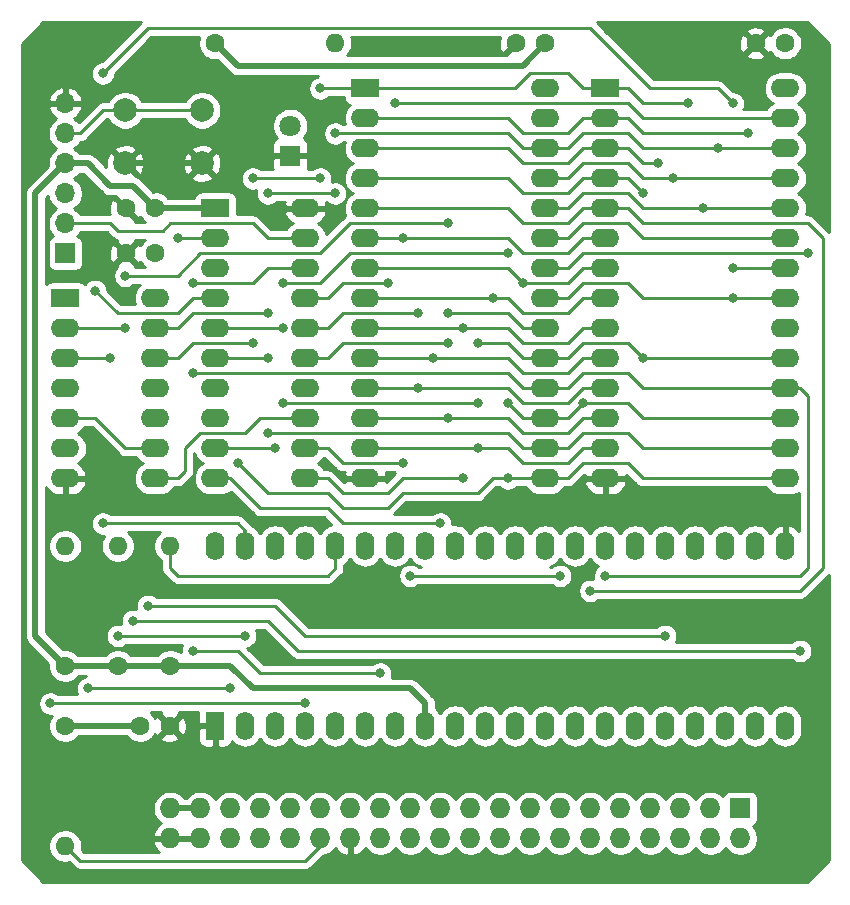
<source format=gtl>
G04 #@! TF.GenerationSoftware,KiCad,Pcbnew,5.1.5+dfsg1-2build2*
G04 #@! TF.CreationDate,2022-11-24T13:25:21+00:00*
G04 #@! TF.ProjectId,6502_SBC,36353032-5f53-4424-932e-6b696361645f,rev?*
G04 #@! TF.SameCoordinates,Original*
G04 #@! TF.FileFunction,Copper,L1,Top*
G04 #@! TF.FilePolarity,Positive*
%FSLAX46Y46*%
G04 Gerber Fmt 4.6, Leading zero omitted, Abs format (unit mm)*
G04 Created by KiCad (PCBNEW 5.1.5+dfsg1-2build2) date 2022-11-24 13:25:21*
%MOMM*%
%LPD*%
G04 APERTURE LIST*
%ADD10O,2.400000X1.600000*%
%ADD11R,2.400000X1.600000*%
%ADD12O,1.600000X1.600000*%
%ADD13C,1.600000*%
%ADD14C,1.800000*%
%ADD15R,1.800000X1.800000*%
%ADD16O,1.727200X1.727200*%
%ADD17R,1.727200X1.727200*%
%ADD18C,2.000000*%
%ADD19O,1.700000X1.700000*%
%ADD20R,1.700000X1.700000*%
%ADD21O,1.600000X2.400000*%
%ADD22R,1.600000X2.400000*%
%ADD23C,0.800000*%
%ADD24C,0.500000*%
%ADD25C,0.250000*%
%ADD26C,0.254000*%
G04 APERTURE END LIST*
D10*
X147396200Y-92075000D03*
X139776200Y-114935000D03*
X147396200Y-94615000D03*
X139776200Y-112395000D03*
X147396200Y-97155000D03*
X139776200Y-109855000D03*
X147396200Y-99695000D03*
X139776200Y-107315000D03*
X147396200Y-102235000D03*
X139776200Y-104775000D03*
X147396200Y-104775000D03*
X139776200Y-102235000D03*
X147396200Y-107315000D03*
X139776200Y-99695000D03*
X147396200Y-109855000D03*
X139776200Y-97155000D03*
X147396200Y-112395000D03*
X139776200Y-94615000D03*
X147396200Y-114935000D03*
D11*
X139776200Y-92075000D03*
D10*
X167716200Y-81915000D03*
X152476200Y-114935000D03*
X167716200Y-84455000D03*
X152476200Y-112395000D03*
X167716200Y-86995000D03*
X152476200Y-109855000D03*
X167716200Y-89535000D03*
X152476200Y-107315000D03*
X167716200Y-92075000D03*
X152476200Y-104775000D03*
X167716200Y-94615000D03*
X152476200Y-102235000D03*
X167716200Y-97155000D03*
X152476200Y-99695000D03*
X167716200Y-99695000D03*
X152476200Y-97155000D03*
X167716200Y-102235000D03*
X152476200Y-94615000D03*
X167716200Y-104775000D03*
X152476200Y-92075000D03*
X167716200Y-107315000D03*
X152476200Y-89535000D03*
X167716200Y-109855000D03*
X152476200Y-86995000D03*
X167716200Y-112395000D03*
X152476200Y-84455000D03*
X167716200Y-114935000D03*
D11*
X152476200Y-81915000D03*
D10*
X134696200Y-99695000D03*
X127076200Y-114935000D03*
X134696200Y-102235000D03*
X127076200Y-112395000D03*
X134696200Y-104775000D03*
X127076200Y-109855000D03*
X134696200Y-107315000D03*
X127076200Y-107315000D03*
X134696200Y-109855000D03*
X127076200Y-104775000D03*
X134696200Y-112395000D03*
X127076200Y-102235000D03*
X134696200Y-114935000D03*
D11*
X127076200Y-99695000D03*
D12*
X135966200Y-120650000D03*
D13*
X135966200Y-130810000D03*
D14*
X146126200Y-85090000D03*
D15*
X146126200Y-87630000D03*
D16*
X135966200Y-145415000D03*
X135966200Y-142875000D03*
X138506200Y-145415000D03*
X138506200Y-142875000D03*
X141046200Y-145415000D03*
X141046200Y-142875000D03*
X143586200Y-145415000D03*
X143586200Y-142875000D03*
X146126200Y-145415000D03*
X146126200Y-142875000D03*
X148666200Y-145415000D03*
X148666200Y-142875000D03*
X151206200Y-145415000D03*
X151206200Y-142875000D03*
X153746200Y-145415000D03*
X153746200Y-142875000D03*
X156286200Y-145415000D03*
X156286200Y-142875000D03*
X158826200Y-145415000D03*
X158826200Y-142875000D03*
X161366200Y-145415000D03*
X161366200Y-142875000D03*
X163906200Y-145415000D03*
X163906200Y-142875000D03*
X166446200Y-145415000D03*
X166446200Y-142875000D03*
X168986200Y-145415000D03*
X168986200Y-142875000D03*
X171526200Y-145415000D03*
X171526200Y-142875000D03*
X174066200Y-145415000D03*
X174066200Y-142875000D03*
X176606200Y-145415000D03*
X176606200Y-142875000D03*
X179146200Y-145415000D03*
X179146200Y-142875000D03*
X181686200Y-145415000D03*
X181686200Y-142875000D03*
X184226200Y-145415000D03*
D17*
X184226200Y-142875000D03*
D18*
X138656200Y-83765000D03*
X138656200Y-88265000D03*
X132156200Y-83765000D03*
X132156200Y-88265000D03*
D12*
X131521200Y-120650000D03*
D13*
X131521200Y-130810000D03*
D12*
X127076200Y-120650000D03*
D13*
X127076200Y-130810000D03*
D12*
X149936200Y-78105000D03*
D13*
X139776200Y-78105000D03*
D19*
X127076200Y-83185000D03*
X127076200Y-85725000D03*
X127076200Y-88265000D03*
X127076200Y-90805000D03*
X127076200Y-93345000D03*
D20*
X127076200Y-95885000D03*
D13*
X165216200Y-78105000D03*
X167716200Y-78105000D03*
X185536200Y-78105000D03*
X188036200Y-78105000D03*
X135926200Y-135890000D03*
X133426200Y-135890000D03*
X132196200Y-95885000D03*
X134696200Y-95885000D03*
D21*
X139776200Y-120650000D03*
X188036200Y-135890000D03*
X142316200Y-120650000D03*
X185496200Y-135890000D03*
X144856200Y-120650000D03*
X182956200Y-135890000D03*
X147396200Y-120650000D03*
X180416200Y-135890000D03*
X149936200Y-120650000D03*
X177876200Y-135890000D03*
X152476200Y-120650000D03*
X175336200Y-135890000D03*
X155016200Y-120650000D03*
X172796200Y-135890000D03*
X157556200Y-120650000D03*
X170256200Y-135890000D03*
X160096200Y-120650000D03*
X167716200Y-135890000D03*
X162636200Y-120650000D03*
X165176200Y-135890000D03*
X165176200Y-120650000D03*
X162636200Y-135890000D03*
X167716200Y-120650000D03*
X160096200Y-135890000D03*
X170256200Y-120650000D03*
X157556200Y-135890000D03*
X172796200Y-120650000D03*
X155016200Y-135890000D03*
X175336200Y-120650000D03*
X152476200Y-135890000D03*
X177876200Y-120650000D03*
X149936200Y-135890000D03*
X180416200Y-120650000D03*
X147396200Y-135890000D03*
X182956200Y-120650000D03*
X144856200Y-135890000D03*
X185496200Y-120650000D03*
X142316200Y-135890000D03*
X188036200Y-120650000D03*
D22*
X139776200Y-135890000D03*
D10*
X188036200Y-81915000D03*
X172796200Y-114935000D03*
X188036200Y-84455000D03*
X172796200Y-112395000D03*
X188036200Y-86995000D03*
X172796200Y-109855000D03*
X188036200Y-89535000D03*
X172796200Y-107315000D03*
X188036200Y-92075000D03*
X172796200Y-104775000D03*
X188036200Y-94615000D03*
X172796200Y-102235000D03*
X188036200Y-97155000D03*
X172796200Y-99695000D03*
X188036200Y-99695000D03*
X172796200Y-97155000D03*
X188036200Y-102235000D03*
X172796200Y-94615000D03*
X188036200Y-104775000D03*
X172796200Y-92075000D03*
X188036200Y-107315000D03*
X172796200Y-89535000D03*
X188036200Y-109855000D03*
X172796200Y-86995000D03*
X188036200Y-112395000D03*
X172796200Y-84455000D03*
X188036200Y-114935000D03*
D11*
X172796200Y-81915000D03*
D13*
X132196200Y-92075000D03*
X134696200Y-92075000D03*
D12*
X127076200Y-146050000D03*
D13*
X127076200Y-135890000D03*
D23*
X148666200Y-118745000D03*
X147396200Y-133985000D03*
X125806200Y-133985000D03*
X136601200Y-94615000D03*
X142316200Y-128270000D03*
X131521200Y-128270000D03*
X182321200Y-86995000D03*
X144221200Y-100965000D03*
X149936200Y-85725000D03*
X144221200Y-90805000D03*
X149936200Y-90805000D03*
X141046200Y-132715000D03*
X128981200Y-132715000D03*
X159461200Y-93345000D03*
X159461200Y-100965000D03*
X132156200Y-97790000D03*
X132156200Y-102235000D03*
X179781200Y-83185000D03*
X142951200Y-103505000D03*
X148666200Y-81915000D03*
X142951200Y-89535000D03*
X148666200Y-89535000D03*
X134061200Y-125730000D03*
X177876200Y-128270000D03*
X189941200Y-95885000D03*
X132791200Y-127000000D03*
X189306200Y-129540000D03*
X130251200Y-118745000D03*
X183591200Y-97155000D03*
X183591200Y-83185000D03*
X130251200Y-80645000D03*
X130886200Y-104775000D03*
X153746200Y-131445000D03*
X137871200Y-129540000D03*
X183591200Y-99695000D03*
X181051200Y-92075000D03*
X178511200Y-89535000D03*
X177241200Y-88265000D03*
X175971200Y-90805000D03*
X155016200Y-83185000D03*
X154381200Y-98425000D03*
X171526200Y-124460000D03*
X156921200Y-107315000D03*
X156921200Y-100965000D03*
X155651200Y-94615000D03*
X155651200Y-113665000D03*
X156286200Y-123190000D03*
X168986200Y-123190000D03*
X159461200Y-109855000D03*
X159461200Y-103505000D03*
X165811200Y-98425000D03*
X162001200Y-112395000D03*
X163271200Y-99695000D03*
X164541200Y-114935000D03*
X141681200Y-113665000D03*
X160731200Y-102235000D03*
X160731200Y-114935000D03*
X144221200Y-111125000D03*
X144221200Y-104775000D03*
X158191200Y-104775000D03*
X158826200Y-118745000D03*
X170891200Y-108585000D03*
X164541200Y-108585000D03*
X164541200Y-95885000D03*
X145491200Y-102235000D03*
X145491200Y-98425000D03*
X137871200Y-106045000D03*
X172796200Y-123190000D03*
X175971200Y-104775000D03*
X162001200Y-103505000D03*
X162001200Y-108585000D03*
X145491200Y-108585000D03*
X144856200Y-112395000D03*
X184861200Y-85725000D03*
X129616200Y-99060000D03*
X137871200Y-98425000D03*
D24*
X132156200Y-88265000D02*
X138656200Y-88265000D01*
X134696200Y-92075000D02*
X139776200Y-92075000D01*
X138506200Y-142875000D02*
X135966200Y-142875000D01*
X132791200Y-135890000D02*
X127076200Y-135890000D01*
X128981200Y-88265000D02*
X127076200Y-88265000D01*
X130886200Y-90170000D02*
X128981200Y-88265000D01*
X132156200Y-130810000D02*
X127076200Y-130810000D01*
X141046200Y-130810000D02*
X132156200Y-130810000D01*
X142951200Y-132715000D02*
X141046200Y-130810000D01*
X156286200Y-132715000D02*
X142951200Y-132715000D01*
X157556200Y-133985000D02*
X156286200Y-132715000D01*
X157556200Y-135890000D02*
X157556200Y-133985000D01*
D25*
X127076200Y-130810000D02*
X127076200Y-130175000D01*
D24*
X124536200Y-90805000D02*
X127076200Y-88265000D01*
X124536200Y-128270000D02*
X124536200Y-90805000D01*
X127076200Y-130810000D02*
X124536200Y-128270000D01*
X134696200Y-92075000D02*
X133426200Y-90805000D01*
X133426200Y-90805000D02*
X132791200Y-90170000D01*
X132791200Y-90170000D02*
X130886200Y-90170000D01*
X141681200Y-80010000D02*
X139776200Y-78105000D01*
X165811200Y-80010000D02*
X141681200Y-80010000D01*
X167716200Y-78105000D02*
X165811200Y-80010000D01*
D25*
X130251200Y-133985000D02*
X130251200Y-133985000D01*
X147396200Y-133985000D02*
X125806200Y-133985000D01*
X128346200Y-147320000D02*
X127076200Y-146050000D01*
X147396200Y-147320000D02*
X128346200Y-147320000D01*
X148666200Y-146050000D02*
X147396200Y-147320000D01*
X148666200Y-145415000D02*
X148666200Y-146050000D01*
X136601200Y-94615000D02*
X139776200Y-94615000D01*
X131521200Y-128270000D02*
X142316200Y-128270000D01*
X167716200Y-86995000D02*
X169621200Y-86995000D01*
X175971200Y-86995000D02*
X188036200Y-86995000D01*
X174701200Y-85725000D02*
X175971200Y-86995000D01*
X170891200Y-85725000D02*
X174701200Y-85725000D01*
X169621200Y-86995000D02*
X170891200Y-85725000D01*
X168986200Y-86995000D02*
X169621200Y-86995000D01*
X167716200Y-86995000D02*
X165811200Y-86995000D01*
X165811200Y-86995000D02*
X164541200Y-85725000D01*
X164541200Y-85725000D02*
X151206200Y-85725000D01*
X136601200Y-102235000D02*
X134696200Y-102235000D01*
X137871200Y-100965000D02*
X136601200Y-102235000D01*
X144221200Y-100965000D02*
X137871200Y-100965000D01*
X151206200Y-85725000D02*
X149936200Y-85725000D01*
X149936200Y-85725000D02*
X149936200Y-85725000D01*
X149936200Y-90805000D02*
X144221200Y-90805000D01*
X141046200Y-132715000D02*
X128981200Y-132715000D01*
X128981200Y-132715000D02*
X128981200Y-132715000D01*
X148666200Y-95885000D02*
X138506200Y-95885000D01*
X151206200Y-93345000D02*
X148666200Y-95885000D01*
X136601200Y-97790000D02*
X132156200Y-97790000D01*
X159461200Y-93345000D02*
X151206200Y-93345000D01*
X138506200Y-95885000D02*
X136601200Y-97790000D01*
X165811200Y-102235000D02*
X167716200Y-102235000D01*
X164541200Y-100965000D02*
X165811200Y-102235000D01*
X159461200Y-100965000D02*
X164541200Y-100965000D01*
X132156200Y-102235000D02*
X127076200Y-102235000D01*
X172796200Y-81915000D02*
X174701200Y-81915000D01*
X174701200Y-81915000D02*
X175971200Y-83185000D01*
X175971200Y-83185000D02*
X179781200Y-83185000D01*
X179781200Y-83185000D02*
X179781200Y-83185000D01*
X136601200Y-104775000D02*
X134696200Y-104775000D01*
X137871200Y-103505000D02*
X136601200Y-104775000D01*
X142951200Y-103505000D02*
X137871200Y-103505000D01*
X152476200Y-81915000D02*
X148666200Y-81915000D01*
X142951200Y-89535000D02*
X148666200Y-89535000D01*
X148666200Y-89535000D02*
X148666200Y-89535000D01*
X165176200Y-81915000D02*
X152476200Y-81915000D01*
X166446200Y-80645000D02*
X165176200Y-81915000D01*
X169621200Y-80645000D02*
X166446200Y-80645000D01*
X170891200Y-81915000D02*
X169621200Y-80645000D01*
X172796200Y-81915000D02*
X170891200Y-81915000D01*
X134696200Y-112395000D02*
X132156200Y-112395000D01*
X132156200Y-112395000D02*
X129616200Y-109855000D01*
X129616200Y-109855000D02*
X127076200Y-109855000D01*
X134061200Y-125730000D02*
X134061200Y-125730000D01*
X177876200Y-128270000D02*
X177876200Y-128270000D01*
X147396200Y-128270000D02*
X177876200Y-128270000D01*
X144856200Y-125730000D02*
X147396200Y-128270000D01*
X134061200Y-125730000D02*
X144856200Y-125730000D01*
X167716200Y-97155000D02*
X169621200Y-97155000D01*
X169621200Y-97155000D02*
X170891200Y-95885000D01*
X170891200Y-95885000D02*
X174701200Y-95885000D01*
X174701200Y-95885000D02*
X189941200Y-95885000D01*
X189941200Y-95885000D02*
X189941200Y-95885000D01*
X144221200Y-127000000D02*
X146761200Y-129540000D01*
X144221200Y-127000000D02*
X132791200Y-127000000D01*
X146761200Y-129540000D02*
X189306200Y-129540000D01*
X189306200Y-129540000D02*
X189306200Y-129540000D01*
X142316200Y-120650000D02*
X142316200Y-119380000D01*
X142316200Y-119380000D02*
X141681200Y-118745000D01*
X141681200Y-118745000D02*
X130251200Y-118745000D01*
X130251200Y-118745000D02*
X130251200Y-118745000D01*
X188036200Y-97155000D02*
X183591200Y-97155000D01*
X183591200Y-97155000D02*
X183591200Y-97155000D01*
X130251200Y-80645000D02*
X130251200Y-80645000D01*
X130886200Y-104775000D02*
X127076200Y-104775000D01*
X134061200Y-76835000D02*
X130251200Y-80645000D01*
X171526200Y-76835000D02*
X134061200Y-76835000D01*
X176606200Y-81915000D02*
X171526200Y-76835000D01*
X182321200Y-81915000D02*
X176606200Y-81915000D01*
X183591200Y-83185000D02*
X182321200Y-81915000D01*
X137871200Y-129540000D02*
X137871200Y-129540000D01*
X142316200Y-111125000D02*
X138506200Y-111125000D01*
X143586200Y-109855000D02*
X142316200Y-111125000D01*
X147396200Y-109855000D02*
X143586200Y-109855000D01*
X138506200Y-111125000D02*
X137236200Y-112395000D01*
X137236200Y-112395000D02*
X137236200Y-114300000D01*
X137236200Y-114300000D02*
X136601200Y-114935000D01*
X136601200Y-114935000D02*
X134696200Y-114935000D01*
X141681200Y-129540000D02*
X137871200Y-129540000D01*
X143586200Y-131445000D02*
X141681200Y-129540000D01*
X153746200Y-131445000D02*
X143586200Y-131445000D01*
X167716200Y-94615000D02*
X169621200Y-94615000D01*
X175971200Y-94615000D02*
X188036200Y-94615000D01*
X170891200Y-93345000D02*
X174701200Y-93345000D01*
X169621200Y-94615000D02*
X170891200Y-93345000D01*
X174701200Y-93345000D02*
X175971200Y-94615000D01*
X168986200Y-94615000D02*
X169621200Y-94615000D01*
X169621200Y-99695000D02*
X167716200Y-99695000D01*
X169621200Y-99695000D02*
X168986200Y-99695000D01*
X170891200Y-98425000D02*
X169621200Y-99695000D01*
X174701200Y-98425000D02*
X170891200Y-98425000D01*
X175971200Y-99695000D02*
X174701200Y-98425000D01*
X188036200Y-99695000D02*
X175971200Y-99695000D01*
X167716200Y-92075000D02*
X169621200Y-92075000D01*
X175971200Y-92075000D02*
X188036200Y-92075000D01*
X174701200Y-90805000D02*
X175971200Y-92075000D01*
X170891200Y-90805000D02*
X174701200Y-90805000D01*
X169621200Y-92075000D02*
X170891200Y-90805000D01*
X168986200Y-92075000D02*
X169621200Y-92075000D01*
X167716200Y-89535000D02*
X169621200Y-89535000D01*
X175971200Y-89535000D02*
X188036200Y-89535000D01*
X174701200Y-88265000D02*
X175971200Y-89535000D01*
X170891200Y-88265000D02*
X174701200Y-88265000D01*
X169621200Y-89535000D02*
X170891200Y-88265000D01*
X168986200Y-89535000D02*
X169621200Y-89535000D01*
X169621200Y-88265000D02*
X165811200Y-88265000D01*
X165811200Y-88265000D02*
X164541200Y-86995000D01*
X164541200Y-86995000D02*
X152476200Y-86995000D01*
X172796200Y-86995000D02*
X174701200Y-86995000D01*
X174701200Y-86995000D02*
X175971200Y-88265000D01*
X175971200Y-88265000D02*
X177241200Y-88265000D01*
X177241200Y-88265000D02*
X177241200Y-88265000D01*
X169621200Y-88265000D02*
X168986200Y-88265000D01*
X170891200Y-86995000D02*
X169621200Y-88265000D01*
X172796200Y-86995000D02*
X170891200Y-86995000D01*
X169621200Y-90805000D02*
X165811200Y-90805000D01*
X165811200Y-90805000D02*
X164541200Y-89535000D01*
X164541200Y-89535000D02*
X152476200Y-89535000D01*
X172796200Y-89535000D02*
X174701200Y-89535000D01*
X174701200Y-89535000D02*
X175971200Y-90805000D01*
X169621200Y-90805000D02*
X168986200Y-90805000D01*
X170891200Y-89535000D02*
X169621200Y-90805000D01*
X172796200Y-89535000D02*
X170891200Y-89535000D01*
X175971200Y-84455000D02*
X188036200Y-84455000D01*
X174701200Y-83185000D02*
X175971200Y-84455000D01*
X170891200Y-83185000D02*
X174701200Y-83185000D01*
X155016200Y-83185000D02*
X155016200Y-83185000D01*
X170891200Y-83185000D02*
X155016200Y-83185000D01*
X150571200Y-98425000D02*
X154381200Y-98425000D01*
X149301200Y-99695000D02*
X150571200Y-98425000D01*
X147396200Y-99695000D02*
X149301200Y-99695000D01*
X154381200Y-98425000D02*
X154381200Y-98425000D01*
X169621200Y-93345000D02*
X165811200Y-93345000D01*
X165811200Y-93345000D02*
X164541200Y-92075000D01*
X164541200Y-92075000D02*
X152476200Y-92075000D01*
X169621200Y-93345000D02*
X168986200Y-93345000D01*
X170891200Y-92075000D02*
X169621200Y-93345000D01*
X172796200Y-92075000D02*
X170891200Y-92075000D01*
X189941200Y-93345000D02*
X189941200Y-93345000D01*
X189941200Y-93345000D02*
X175971200Y-93345000D01*
X191211200Y-94615000D02*
X189941200Y-93345000D01*
X174701200Y-92075000D02*
X172796200Y-92075000D01*
X191211200Y-122555000D02*
X191211200Y-94615000D01*
X189306200Y-124460000D02*
X191211200Y-122555000D01*
X175971200Y-93345000D02*
X174701200Y-92075000D01*
X171526200Y-124460000D02*
X189306200Y-124460000D01*
X170891200Y-107315000D02*
X169621200Y-108585000D01*
X169621200Y-108585000D02*
X168986200Y-108585000D01*
X172796200Y-107315000D02*
X170891200Y-107315000D01*
X164541200Y-107315000D02*
X152476200Y-107315000D01*
X165811200Y-108585000D02*
X164541200Y-107315000D01*
X169621200Y-108585000D02*
X165811200Y-108585000D01*
X147396200Y-102235000D02*
X149301200Y-102235000D01*
X149301200Y-102235000D02*
X150571200Y-100965000D01*
X150571200Y-100965000D02*
X156921200Y-100965000D01*
X156921200Y-100965000D02*
X156921200Y-100965000D01*
X169621200Y-95885000D02*
X165811200Y-95885000D01*
X165811200Y-95885000D02*
X164541200Y-94615000D01*
X164541200Y-94615000D02*
X152476200Y-94615000D01*
X169621200Y-95885000D02*
X168986200Y-95885000D01*
X170891200Y-94615000D02*
X169621200Y-95885000D01*
X172796200Y-94615000D02*
X170891200Y-94615000D01*
X147396200Y-112395000D02*
X149301200Y-112395000D01*
X155651200Y-113665000D02*
X150571200Y-113665000D01*
X150571200Y-113665000D02*
X149301200Y-112395000D01*
X168986200Y-123190000D02*
X156286200Y-123190000D01*
X169621200Y-111125000D02*
X165811200Y-111125000D01*
X165811200Y-111125000D02*
X164541200Y-109855000D01*
X164541200Y-109855000D02*
X152476200Y-109855000D01*
X169621200Y-111125000D02*
X168986200Y-111125000D01*
X170891200Y-109855000D02*
X169621200Y-111125000D01*
X172796200Y-109855000D02*
X170891200Y-109855000D01*
X159461200Y-103505000D02*
X150571200Y-103505000D01*
X150571200Y-103505000D02*
X149301200Y-104775000D01*
X149301200Y-104775000D02*
X147396200Y-104775000D01*
X169621200Y-98425000D02*
X165811200Y-98425000D01*
X165811200Y-98425000D02*
X164541200Y-97155000D01*
X164541200Y-97155000D02*
X152476200Y-97155000D01*
X169621200Y-98425000D02*
X168986200Y-98425000D01*
X170891200Y-97155000D02*
X169621200Y-98425000D01*
X172796200Y-97155000D02*
X170891200Y-97155000D01*
X169621200Y-113665000D02*
X165811200Y-113665000D01*
X165811200Y-113665000D02*
X164541200Y-112395000D01*
X164541200Y-112395000D02*
X152476200Y-112395000D01*
X169621200Y-113665000D02*
X168986200Y-113665000D01*
X170891200Y-112395000D02*
X169621200Y-113665000D01*
X172796200Y-112395000D02*
X170891200Y-112395000D01*
X169621200Y-100965000D02*
X165811200Y-100965000D01*
X165811200Y-100965000D02*
X164541200Y-99695000D01*
X164541200Y-99695000D02*
X152476200Y-99695000D01*
X169621200Y-100965000D02*
X168986200Y-100965000D01*
X170891200Y-99695000D02*
X169621200Y-100965000D01*
X172796200Y-99695000D02*
X170891200Y-99695000D01*
X169621200Y-114935000D02*
X167716200Y-114935000D01*
X169621200Y-114935000D02*
X168986200Y-114935000D01*
X170891200Y-113665000D02*
X169621200Y-114935000D01*
X174701200Y-113665000D02*
X170891200Y-113665000D01*
X175971200Y-114935000D02*
X174701200Y-113665000D01*
X188036200Y-114935000D02*
X175971200Y-114935000D01*
X167716200Y-114935000D02*
X164541200Y-114935000D01*
X163271200Y-114935000D02*
X164541200Y-114935000D01*
X155651200Y-116205000D02*
X162001200Y-116205000D01*
X162001200Y-116205000D02*
X163271200Y-114935000D01*
X154381200Y-117475000D02*
X155651200Y-116205000D01*
X150571200Y-117475000D02*
X154381200Y-117475000D01*
X149301200Y-116205000D02*
X150571200Y-117475000D01*
X144221200Y-116205000D02*
X149301200Y-116205000D01*
X141681200Y-113665000D02*
X144221200Y-116205000D01*
X169621200Y-103505000D02*
X165811200Y-103505000D01*
X165811200Y-103505000D02*
X164541200Y-102235000D01*
X164541200Y-102235000D02*
X152476200Y-102235000D01*
X170891200Y-102235000D02*
X169621200Y-103505000D01*
X169621200Y-103505000D02*
X168986200Y-103505000D01*
X172796200Y-102235000D02*
X170891200Y-102235000D01*
X149301200Y-114935000D02*
X147396200Y-114935000D01*
X150571200Y-116205000D02*
X149301200Y-114935000D01*
X154381200Y-116205000D02*
X150571200Y-116205000D01*
X155651200Y-114935000D02*
X154381200Y-116205000D01*
X160731200Y-114935000D02*
X155651200Y-114935000D01*
X170891200Y-111125000D02*
X169621200Y-112395000D01*
X174701200Y-111125000D02*
X170891200Y-111125000D01*
X175971200Y-112395000D02*
X174701200Y-111125000D01*
X188036200Y-112395000D02*
X175971200Y-112395000D01*
X169621200Y-112395000D02*
X167716200Y-112395000D01*
X167716200Y-112395000D02*
X165811200Y-112395000D01*
X165811200Y-112395000D02*
X164541200Y-111125000D01*
X164541200Y-111125000D02*
X144221200Y-111125000D01*
X144221200Y-111125000D02*
X144221200Y-111125000D01*
X144221200Y-104775000D02*
X139776200Y-104775000D01*
X169621200Y-106045000D02*
X165811200Y-106045000D01*
X165811200Y-106045000D02*
X164541200Y-104775000D01*
X164541200Y-104775000D02*
X152476200Y-104775000D01*
X169621200Y-106045000D02*
X168986200Y-106045000D01*
X170891200Y-104775000D02*
X169621200Y-106045000D01*
X172796200Y-104775000D02*
X170891200Y-104775000D01*
X139776200Y-114935000D02*
X141046200Y-114935000D01*
X141046200Y-114935000D02*
X143586200Y-117475000D01*
X143586200Y-117475000D02*
X149301200Y-117475000D01*
X149301200Y-117475000D02*
X150571200Y-118745000D01*
X150571200Y-118745000D02*
X158826200Y-118745000D01*
X158826200Y-118745000D02*
X158826200Y-118745000D01*
X169621200Y-109855000D02*
X167716200Y-109855000D01*
X169621200Y-109855000D02*
X168986200Y-109855000D01*
X170891200Y-108585000D02*
X169621200Y-109855000D01*
X174701200Y-108585000D02*
X170891200Y-108585000D01*
X175971200Y-109855000D02*
X174701200Y-108585000D01*
X188036200Y-109855000D02*
X175971200Y-109855000D01*
X167716200Y-109855000D02*
X165811200Y-109855000D01*
X165811200Y-109855000D02*
X164541200Y-108585000D01*
X164541200Y-108585000D02*
X164541200Y-108585000D01*
X142951200Y-102235000D02*
X139776200Y-102235000D01*
X148666200Y-98425000D02*
X145491200Y-98425000D01*
X151206200Y-95885000D02*
X148666200Y-98425000D01*
X164541200Y-95885000D02*
X151206200Y-95885000D01*
X142951200Y-102235000D02*
X142951200Y-102235000D01*
X142951200Y-102235000D02*
X145491200Y-102235000D01*
X145491200Y-102235000D02*
X145491200Y-102235000D01*
X169621200Y-107315000D02*
X167716200Y-107315000D01*
X169621200Y-107315000D02*
X168986200Y-107315000D01*
X170891200Y-106045000D02*
X169621200Y-107315000D01*
X174701200Y-106045000D02*
X170891200Y-106045000D01*
X175971200Y-107315000D02*
X174701200Y-106045000D01*
X188036200Y-107315000D02*
X175971200Y-107315000D01*
X164541200Y-106045000D02*
X164541200Y-106045000D01*
X189306200Y-107315000D02*
X188036200Y-107315000D01*
X189941200Y-116205000D02*
X189941200Y-107950000D01*
X189941200Y-107950000D02*
X189306200Y-107315000D01*
X142316200Y-106045000D02*
X142316200Y-106045000D01*
X165811200Y-107315000D02*
X167716200Y-107315000D01*
X164541200Y-106045000D02*
X165811200Y-107315000D01*
X141681200Y-106045000D02*
X164541200Y-106045000D01*
X141681200Y-106045000D02*
X137871200Y-106045000D01*
X137871200Y-106045000D02*
X137871200Y-106045000D01*
X189941200Y-116205000D02*
X189941200Y-121920000D01*
X189941200Y-121920000D02*
X189941200Y-122555000D01*
X189941200Y-122555000D02*
X189306200Y-123190000D01*
X189306200Y-123190000D02*
X172796200Y-123190000D01*
X172796200Y-123190000D02*
X172796200Y-123190000D01*
X188036200Y-104775000D02*
X175971200Y-104775000D01*
X169621200Y-104775000D02*
X167716200Y-104775000D01*
X169621200Y-104775000D02*
X168986200Y-104775000D01*
X174701200Y-103505000D02*
X170891200Y-103505000D01*
X170891200Y-103505000D02*
X169621200Y-104775000D01*
X175971200Y-104775000D02*
X174701200Y-103505000D01*
X167716200Y-104775000D02*
X165811200Y-104775000D01*
X165811200Y-104775000D02*
X164541200Y-103505000D01*
X164541200Y-103505000D02*
X162001200Y-103505000D01*
X162001200Y-103505000D02*
X162001200Y-103505000D01*
X162001200Y-108585000D02*
X145491200Y-108585000D01*
X145491200Y-108585000D02*
X145491200Y-108585000D01*
X144856200Y-112395000D02*
X139776200Y-112395000D01*
X169621200Y-85725000D02*
X165811200Y-85725000D01*
X165811200Y-85725000D02*
X164541200Y-84455000D01*
X164541200Y-84455000D02*
X152476200Y-84455000D01*
X172796200Y-84455000D02*
X174701200Y-84455000D01*
X174701200Y-84455000D02*
X175971200Y-85725000D01*
X175971200Y-85725000D02*
X184861200Y-85725000D01*
X169621200Y-85725000D02*
X168986200Y-85725000D01*
X170891200Y-84455000D02*
X169621200Y-85725000D01*
X172796200Y-84455000D02*
X170891200Y-84455000D01*
X130886200Y-93345000D02*
X127076200Y-93345000D01*
X131521200Y-93980000D02*
X130886200Y-93345000D01*
X135331200Y-93980000D02*
X131521200Y-93980000D01*
X135966200Y-93345000D02*
X135331200Y-93980000D01*
X142951200Y-93345000D02*
X135966200Y-93345000D01*
X144221200Y-94615000D02*
X142951200Y-93345000D01*
X147396200Y-94615000D02*
X144221200Y-94615000D01*
X139776200Y-99695000D02*
X137871200Y-99695000D01*
X136601200Y-100965000D02*
X131521200Y-100965000D01*
X137871200Y-99695000D02*
X136601200Y-100965000D01*
X131521200Y-100965000D02*
X129616200Y-99060000D01*
X135966200Y-121285000D02*
X135331200Y-120650000D01*
X149301200Y-123190000D02*
X149936200Y-122555000D01*
X149936200Y-120650000D02*
X149936200Y-122555000D01*
X136601200Y-123190000D02*
X135966200Y-122555000D01*
X135966200Y-122555000D02*
X135966200Y-121285000D01*
X149301200Y-123190000D02*
X136601200Y-123190000D01*
X132156200Y-83765000D02*
X138656200Y-83765000D01*
X130306200Y-83765000D02*
X132156200Y-83765000D01*
X128346200Y-85725000D02*
X130306200Y-83765000D01*
X127076200Y-85725000D02*
X128346200Y-85725000D01*
X147396200Y-97155000D02*
X144221200Y-97155000D01*
X144221200Y-97155000D02*
X142951200Y-98425000D01*
X142951200Y-98425000D02*
X137871200Y-98425000D01*
X137871200Y-98425000D02*
X137871200Y-98425000D01*
D26*
G36*
X130211399Y-79610000D02*
G01*
X130149261Y-79610000D01*
X129949302Y-79649774D01*
X129760944Y-79727795D01*
X129591426Y-79841063D01*
X129447263Y-79985226D01*
X129333995Y-80154744D01*
X129255974Y-80343102D01*
X129216200Y-80543061D01*
X129216200Y-80746939D01*
X129255974Y-80946898D01*
X129333995Y-81135256D01*
X129447263Y-81304774D01*
X129591426Y-81448937D01*
X129760944Y-81562205D01*
X129949302Y-81640226D01*
X130149261Y-81680000D01*
X130353139Y-81680000D01*
X130553098Y-81640226D01*
X130741456Y-81562205D01*
X130910974Y-81448937D01*
X131055137Y-81304774D01*
X131168405Y-81135256D01*
X131246426Y-80946898D01*
X131286200Y-80746939D01*
X131286200Y-80684801D01*
X134376002Y-77595000D01*
X138434217Y-77595000D01*
X138396347Y-77686426D01*
X138341200Y-77963665D01*
X138341200Y-78246335D01*
X138396347Y-78523574D01*
X138504520Y-78784727D01*
X138661563Y-79019759D01*
X138861441Y-79219637D01*
X139096473Y-79376680D01*
X139357626Y-79484853D01*
X139634865Y-79540000D01*
X139917535Y-79540000D01*
X139952639Y-79533017D01*
X141024670Y-80605049D01*
X141052383Y-80638817D01*
X141086151Y-80666530D01*
X141086153Y-80666532D01*
X141146513Y-80716068D01*
X141187141Y-80749411D01*
X141340887Y-80831589D01*
X141507710Y-80882195D01*
X141637723Y-80895000D01*
X141637731Y-80895000D01*
X141681200Y-80899281D01*
X141724669Y-80895000D01*
X148488850Y-80895000D01*
X148364302Y-80919774D01*
X148175944Y-80997795D01*
X148006426Y-81111063D01*
X147862263Y-81255226D01*
X147748995Y-81424744D01*
X147670974Y-81613102D01*
X147631200Y-81813061D01*
X147631200Y-82016939D01*
X147670974Y-82216898D01*
X147748995Y-82405256D01*
X147862263Y-82574774D01*
X148006426Y-82718937D01*
X148175944Y-82832205D01*
X148364302Y-82910226D01*
X148564261Y-82950000D01*
X148768139Y-82950000D01*
X148968098Y-82910226D01*
X149156456Y-82832205D01*
X149325974Y-82718937D01*
X149369911Y-82675000D01*
X150638128Y-82675000D01*
X150638128Y-82715000D01*
X150650388Y-82839482D01*
X150686698Y-82959180D01*
X150745663Y-83069494D01*
X150825015Y-83166185D01*
X150921706Y-83245537D01*
X151032020Y-83304502D01*
X151151718Y-83340812D01*
X151169682Y-83342581D01*
X151056592Y-83435392D01*
X150877268Y-83653899D01*
X150744018Y-83903192D01*
X150661964Y-84173691D01*
X150634257Y-84455000D01*
X150661964Y-84736309D01*
X150731336Y-84965000D01*
X150639911Y-84965000D01*
X150595974Y-84921063D01*
X150426456Y-84807795D01*
X150238098Y-84729774D01*
X150038139Y-84690000D01*
X149834261Y-84690000D01*
X149634302Y-84729774D01*
X149445944Y-84807795D01*
X149276426Y-84921063D01*
X149132263Y-85065226D01*
X149018995Y-85234744D01*
X148940974Y-85423102D01*
X148901200Y-85623061D01*
X148901200Y-85826939D01*
X148940974Y-86026898D01*
X149018995Y-86215256D01*
X149132263Y-86384774D01*
X149276426Y-86528937D01*
X149445944Y-86642205D01*
X149634302Y-86720226D01*
X149834261Y-86760000D01*
X150038139Y-86760000D01*
X150238098Y-86720226D01*
X150426456Y-86642205D01*
X150595974Y-86528937D01*
X150639911Y-86485000D01*
X150731336Y-86485000D01*
X150661964Y-86713691D01*
X150634257Y-86995000D01*
X150661964Y-87276309D01*
X150744018Y-87546808D01*
X150877268Y-87796101D01*
X151056592Y-88014608D01*
X151275099Y-88193932D01*
X151408058Y-88265000D01*
X151275099Y-88336068D01*
X151056592Y-88515392D01*
X150877268Y-88733899D01*
X150744018Y-88983192D01*
X150661964Y-89253691D01*
X150634257Y-89535000D01*
X150661964Y-89816309D01*
X150744018Y-90086808D01*
X150877268Y-90336101D01*
X151056592Y-90554608D01*
X151275099Y-90733932D01*
X151408058Y-90805000D01*
X151275099Y-90876068D01*
X151056592Y-91055392D01*
X150877268Y-91273899D01*
X150744018Y-91523192D01*
X150661964Y-91793691D01*
X150634257Y-92075000D01*
X150661964Y-92356309D01*
X150744018Y-92626808D01*
X150787038Y-92707293D01*
X150781924Y-92710026D01*
X150781922Y-92710027D01*
X150781923Y-92710027D01*
X150695196Y-92781201D01*
X150695192Y-92781205D01*
X150666199Y-92804999D01*
X150642405Y-92833992D01*
X149194673Y-94281726D01*
X149128382Y-94063192D01*
X148995132Y-93813899D01*
X148815808Y-93595392D01*
X148597301Y-93416068D01*
X148469459Y-93347735D01*
X148699039Y-93197601D01*
X148900700Y-92999895D01*
X149059915Y-92766646D01*
X149170567Y-92506818D01*
X149188104Y-92424039D01*
X149066115Y-92202000D01*
X147523200Y-92202000D01*
X147523200Y-92222000D01*
X147269200Y-92222000D01*
X147269200Y-92202000D01*
X145726285Y-92202000D01*
X145604296Y-92424039D01*
X145621833Y-92506818D01*
X145732485Y-92766646D01*
X145891700Y-92999895D01*
X146093361Y-93197601D01*
X146322941Y-93347735D01*
X146195099Y-93416068D01*
X145976592Y-93595392D01*
X145797268Y-93813899D01*
X145775299Y-93855000D01*
X144536002Y-93855000D01*
X143515004Y-92834003D01*
X143491201Y-92804999D01*
X143375476Y-92710026D01*
X143243447Y-92639454D01*
X143100186Y-92595997D01*
X142988533Y-92585000D01*
X142988522Y-92585000D01*
X142951200Y-92581324D01*
X142913878Y-92585000D01*
X141614272Y-92585000D01*
X141614272Y-91275000D01*
X141602012Y-91150518D01*
X141565702Y-91030820D01*
X141506737Y-90920506D01*
X141427385Y-90823815D01*
X141330694Y-90744463D01*
X141220380Y-90685498D01*
X141100682Y-90649188D01*
X140976200Y-90636928D01*
X138576200Y-90636928D01*
X138451718Y-90649188D01*
X138332020Y-90685498D01*
X138221706Y-90744463D01*
X138125015Y-90823815D01*
X138045663Y-90920506D01*
X137986698Y-91030820D01*
X137950388Y-91150518D01*
X137946499Y-91190000D01*
X135830721Y-91190000D01*
X135810837Y-91160241D01*
X135610959Y-90960363D01*
X135375927Y-90803320D01*
X135114774Y-90695147D01*
X134837535Y-90640000D01*
X134554865Y-90640000D01*
X134519761Y-90646983D01*
X134082736Y-90209958D01*
X134082732Y-90209953D01*
X133447734Y-89574956D01*
X133420017Y-89541183D01*
X133285259Y-89430589D01*
X133228804Y-89400413D01*
X137700392Y-89400413D01*
X137796156Y-89664814D01*
X138085771Y-89805704D01*
X138397308Y-89887384D01*
X138718795Y-89906718D01*
X139037875Y-89862961D01*
X139342288Y-89757795D01*
X139516244Y-89664814D01*
X139600183Y-89433061D01*
X141916200Y-89433061D01*
X141916200Y-89636939D01*
X141955974Y-89836898D01*
X142033995Y-90025256D01*
X142147263Y-90194774D01*
X142291426Y-90338937D01*
X142460944Y-90452205D01*
X142649302Y-90530226D01*
X142849261Y-90570000D01*
X143053139Y-90570000D01*
X143219239Y-90536961D01*
X143186200Y-90703061D01*
X143186200Y-90906939D01*
X143225974Y-91106898D01*
X143303995Y-91295256D01*
X143417263Y-91464774D01*
X143561426Y-91608937D01*
X143730944Y-91722205D01*
X143919302Y-91800226D01*
X144119261Y-91840000D01*
X144323139Y-91840000D01*
X144523098Y-91800226D01*
X144711456Y-91722205D01*
X144880974Y-91608937D01*
X144924911Y-91565000D01*
X145655128Y-91565000D01*
X145621833Y-91643182D01*
X145604296Y-91725961D01*
X145726285Y-91948000D01*
X147269200Y-91948000D01*
X147269200Y-91928000D01*
X147523200Y-91928000D01*
X147523200Y-91948000D01*
X149066115Y-91948000D01*
X149188104Y-91725961D01*
X149170567Y-91643182D01*
X149137272Y-91565000D01*
X149232489Y-91565000D01*
X149276426Y-91608937D01*
X149445944Y-91722205D01*
X149634302Y-91800226D01*
X149834261Y-91840000D01*
X150038139Y-91840000D01*
X150238098Y-91800226D01*
X150426456Y-91722205D01*
X150595974Y-91608937D01*
X150740137Y-91464774D01*
X150853405Y-91295256D01*
X150931426Y-91106898D01*
X150971200Y-90906939D01*
X150971200Y-90703061D01*
X150931426Y-90503102D01*
X150853405Y-90314744D01*
X150740137Y-90145226D01*
X150595974Y-90001063D01*
X150426456Y-89887795D01*
X150238098Y-89809774D01*
X150038139Y-89770000D01*
X149834261Y-89770000D01*
X149668161Y-89803039D01*
X149701200Y-89636939D01*
X149701200Y-89433061D01*
X149661426Y-89233102D01*
X149583405Y-89044744D01*
X149470137Y-88875226D01*
X149325974Y-88731063D01*
X149156456Y-88617795D01*
X148968098Y-88539774D01*
X148768139Y-88500000D01*
X148564261Y-88500000D01*
X148364302Y-88539774D01*
X148175944Y-88617795D01*
X148006426Y-88731063D01*
X147962489Y-88775000D01*
X147615264Y-88775000D01*
X147615702Y-88774180D01*
X147652012Y-88654482D01*
X147664272Y-88530000D01*
X147661200Y-87915750D01*
X147502450Y-87757000D01*
X146253200Y-87757000D01*
X146253200Y-87777000D01*
X145999200Y-87777000D01*
X145999200Y-87757000D01*
X144749950Y-87757000D01*
X144591200Y-87915750D01*
X144588128Y-88530000D01*
X144600388Y-88654482D01*
X144636698Y-88774180D01*
X144637136Y-88775000D01*
X143654911Y-88775000D01*
X143610974Y-88731063D01*
X143441456Y-88617795D01*
X143253098Y-88539774D01*
X143053139Y-88500000D01*
X142849261Y-88500000D01*
X142649302Y-88539774D01*
X142460944Y-88617795D01*
X142291426Y-88731063D01*
X142147263Y-88875226D01*
X142033995Y-89044744D01*
X141955974Y-89233102D01*
X141916200Y-89433061D01*
X139600183Y-89433061D01*
X139612008Y-89400413D01*
X138656200Y-88444605D01*
X137700392Y-89400413D01*
X133228804Y-89400413D01*
X133131513Y-89348411D01*
X133028869Y-89317274D01*
X132156200Y-88444605D01*
X132142058Y-88458748D01*
X131962453Y-88279143D01*
X131976595Y-88265000D01*
X132335805Y-88265000D01*
X133291613Y-89220808D01*
X133556014Y-89125044D01*
X133696904Y-88835429D01*
X133778584Y-88523892D01*
X133790389Y-88327595D01*
X137014482Y-88327595D01*
X137058239Y-88646675D01*
X137163405Y-88951088D01*
X137256386Y-89125044D01*
X137520787Y-89220808D01*
X138476595Y-88265000D01*
X138835805Y-88265000D01*
X139791613Y-89220808D01*
X140056014Y-89125044D01*
X140196904Y-88835429D01*
X140278584Y-88523892D01*
X140297918Y-88202405D01*
X140254161Y-87883325D01*
X140148995Y-87578912D01*
X140056014Y-87404956D01*
X139791613Y-87309192D01*
X138835805Y-88265000D01*
X138476595Y-88265000D01*
X137520787Y-87309192D01*
X137256386Y-87404956D01*
X137115496Y-87694571D01*
X137033816Y-88006108D01*
X137014482Y-88327595D01*
X133790389Y-88327595D01*
X133797918Y-88202405D01*
X133754161Y-87883325D01*
X133648995Y-87578912D01*
X133556014Y-87404956D01*
X133291613Y-87309192D01*
X132335805Y-88265000D01*
X131976595Y-88265000D01*
X131020787Y-87309192D01*
X130756386Y-87404956D01*
X130615496Y-87694571D01*
X130533816Y-88006108D01*
X130514482Y-88327595D01*
X130549305Y-88581526D01*
X129637734Y-87669956D01*
X129610017Y-87636183D01*
X129475259Y-87525589D01*
X129321513Y-87443411D01*
X129154690Y-87392805D01*
X129024677Y-87380000D01*
X129024669Y-87380000D01*
X128981200Y-87375719D01*
X128937731Y-87380000D01*
X128270856Y-87380000D01*
X128229675Y-87318368D01*
X128040894Y-87129587D01*
X131200392Y-87129587D01*
X132156200Y-88085395D01*
X133112008Y-87129587D01*
X137700392Y-87129587D01*
X138656200Y-88085395D01*
X139612008Y-87129587D01*
X139516244Y-86865186D01*
X139238355Y-86730000D01*
X144588128Y-86730000D01*
X144591200Y-87344250D01*
X144749950Y-87503000D01*
X145999200Y-87503000D01*
X145999200Y-87483000D01*
X146253200Y-87483000D01*
X146253200Y-87503000D01*
X147502450Y-87503000D01*
X147661200Y-87344250D01*
X147664272Y-86730000D01*
X147652012Y-86605518D01*
X147615702Y-86485820D01*
X147556737Y-86375506D01*
X147477385Y-86278815D01*
X147380694Y-86199463D01*
X147270380Y-86140498D01*
X147252073Y-86134944D01*
X147318512Y-86068505D01*
X147486499Y-85817095D01*
X147602211Y-85537743D01*
X147661200Y-85241184D01*
X147661200Y-84938816D01*
X147602211Y-84642257D01*
X147486499Y-84362905D01*
X147318512Y-84111495D01*
X147104705Y-83897688D01*
X146853295Y-83729701D01*
X146573943Y-83613989D01*
X146277384Y-83555000D01*
X145975016Y-83555000D01*
X145678457Y-83613989D01*
X145399105Y-83729701D01*
X145147695Y-83897688D01*
X144933888Y-84111495D01*
X144765901Y-84362905D01*
X144650189Y-84642257D01*
X144591200Y-84938816D01*
X144591200Y-85241184D01*
X144650189Y-85537743D01*
X144765901Y-85817095D01*
X144933888Y-86068505D01*
X145000327Y-86134944D01*
X144982020Y-86140498D01*
X144871706Y-86199463D01*
X144775015Y-86278815D01*
X144695663Y-86375506D01*
X144636698Y-86485820D01*
X144600388Y-86605518D01*
X144588128Y-86730000D01*
X139238355Y-86730000D01*
X139226629Y-86724296D01*
X138915092Y-86642616D01*
X138593605Y-86623282D01*
X138274525Y-86667039D01*
X137970112Y-86772205D01*
X137796156Y-86865186D01*
X137700392Y-87129587D01*
X133112008Y-87129587D01*
X133016244Y-86865186D01*
X132726629Y-86724296D01*
X132415092Y-86642616D01*
X132093605Y-86623282D01*
X131774525Y-86667039D01*
X131470112Y-86772205D01*
X131296156Y-86865186D01*
X131200392Y-87129587D01*
X128040894Y-87129587D01*
X128022832Y-87111525D01*
X127848440Y-86995000D01*
X128022832Y-86878475D01*
X128229675Y-86671632D01*
X128352325Y-86488073D01*
X128383522Y-86485000D01*
X128383533Y-86485000D01*
X128495186Y-86474003D01*
X128638447Y-86430546D01*
X128770476Y-86359974D01*
X128886201Y-86265001D01*
X128910004Y-86235997D01*
X130621002Y-84525000D01*
X130701291Y-84525000D01*
X130707282Y-84539463D01*
X130886213Y-84807252D01*
X131113948Y-85034987D01*
X131381737Y-85213918D01*
X131679288Y-85337168D01*
X131995167Y-85400000D01*
X132317233Y-85400000D01*
X132633112Y-85337168D01*
X132930663Y-85213918D01*
X133198452Y-85034987D01*
X133426187Y-84807252D01*
X133605118Y-84539463D01*
X133611109Y-84525000D01*
X137201291Y-84525000D01*
X137207282Y-84539463D01*
X137386213Y-84807252D01*
X137613948Y-85034987D01*
X137881737Y-85213918D01*
X138179288Y-85337168D01*
X138495167Y-85400000D01*
X138817233Y-85400000D01*
X139133112Y-85337168D01*
X139430663Y-85213918D01*
X139698452Y-85034987D01*
X139926187Y-84807252D01*
X140105118Y-84539463D01*
X140228368Y-84241912D01*
X140291200Y-83926033D01*
X140291200Y-83603967D01*
X140228368Y-83288088D01*
X140105118Y-82990537D01*
X139926187Y-82722748D01*
X139698452Y-82495013D01*
X139430663Y-82316082D01*
X139133112Y-82192832D01*
X138817233Y-82130000D01*
X138495167Y-82130000D01*
X138179288Y-82192832D01*
X137881737Y-82316082D01*
X137613948Y-82495013D01*
X137386213Y-82722748D01*
X137207282Y-82990537D01*
X137201291Y-83005000D01*
X133611109Y-83005000D01*
X133605118Y-82990537D01*
X133426187Y-82722748D01*
X133198452Y-82495013D01*
X132930663Y-82316082D01*
X132633112Y-82192832D01*
X132317233Y-82130000D01*
X131995167Y-82130000D01*
X131679288Y-82192832D01*
X131381737Y-82316082D01*
X131113948Y-82495013D01*
X130886213Y-82722748D01*
X130707282Y-82990537D01*
X130701291Y-83005000D01*
X130343533Y-83005000D01*
X130306200Y-83001323D01*
X130268867Y-83005000D01*
X130157214Y-83015997D01*
X130013953Y-83059454D01*
X129881924Y-83130026D01*
X129766199Y-83224999D01*
X129742401Y-83253997D01*
X128223853Y-84772546D01*
X128022832Y-84571525D01*
X127840666Y-84449805D01*
X127957555Y-84380178D01*
X128173788Y-84185269D01*
X128347841Y-83951920D01*
X128473025Y-83689099D01*
X128517676Y-83541890D01*
X128396355Y-83312000D01*
X127203200Y-83312000D01*
X127203200Y-83332000D01*
X126949200Y-83332000D01*
X126949200Y-83312000D01*
X125756045Y-83312000D01*
X125634724Y-83541890D01*
X125679375Y-83689099D01*
X125804559Y-83951920D01*
X125978612Y-84185269D01*
X126194845Y-84380178D01*
X126311734Y-84449805D01*
X126129568Y-84571525D01*
X125922725Y-84778368D01*
X125760210Y-85021589D01*
X125648268Y-85291842D01*
X125591200Y-85578740D01*
X125591200Y-85871260D01*
X125648268Y-86158158D01*
X125760210Y-86428411D01*
X125922725Y-86671632D01*
X126129568Y-86878475D01*
X126303960Y-86995000D01*
X126129568Y-87111525D01*
X125922725Y-87318368D01*
X125760210Y-87561589D01*
X125648268Y-87831842D01*
X125591200Y-88118740D01*
X125591200Y-88411260D01*
X125605661Y-88483960D01*
X123941151Y-90148471D01*
X123907384Y-90176183D01*
X123879671Y-90209951D01*
X123879668Y-90209954D01*
X123796790Y-90310941D01*
X123714612Y-90464687D01*
X123664005Y-90631510D01*
X123646919Y-90805000D01*
X123651201Y-90848479D01*
X123651200Y-128226531D01*
X123646919Y-128270000D01*
X123651200Y-128313469D01*
X123651200Y-128313476D01*
X123664005Y-128443489D01*
X123714611Y-128610312D01*
X123796789Y-128764058D01*
X123907383Y-128898817D01*
X123941156Y-128926534D01*
X125648183Y-130633561D01*
X125641200Y-130668665D01*
X125641200Y-130951335D01*
X125696347Y-131228574D01*
X125804520Y-131489727D01*
X125961563Y-131724759D01*
X126161441Y-131924637D01*
X126396473Y-132081680D01*
X126657626Y-132189853D01*
X126934865Y-132245000D01*
X127217535Y-132245000D01*
X127494774Y-132189853D01*
X127755927Y-132081680D01*
X127990959Y-131924637D01*
X128190837Y-131724759D01*
X128210721Y-131695000D01*
X128803850Y-131695000D01*
X128679302Y-131719774D01*
X128490944Y-131797795D01*
X128321426Y-131911063D01*
X128177263Y-132055226D01*
X128063995Y-132224744D01*
X127985974Y-132413102D01*
X127946200Y-132613061D01*
X127946200Y-132816939D01*
X127985974Y-133016898D01*
X128063995Y-133205256D01*
X128077187Y-133225000D01*
X126509911Y-133225000D01*
X126465974Y-133181063D01*
X126296456Y-133067795D01*
X126108098Y-132989774D01*
X125908139Y-132950000D01*
X125704261Y-132950000D01*
X125504302Y-132989774D01*
X125315944Y-133067795D01*
X125146426Y-133181063D01*
X125002263Y-133325226D01*
X124888995Y-133494744D01*
X124810974Y-133683102D01*
X124771200Y-133883061D01*
X124771200Y-134086939D01*
X124810974Y-134286898D01*
X124888995Y-134475256D01*
X125002263Y-134644774D01*
X125146426Y-134788937D01*
X125315944Y-134902205D01*
X125504302Y-134980226D01*
X125704261Y-135020000D01*
X125908139Y-135020000D01*
X125935261Y-135014605D01*
X125804520Y-135210273D01*
X125696347Y-135471426D01*
X125641200Y-135748665D01*
X125641200Y-136031335D01*
X125696347Y-136308574D01*
X125804520Y-136569727D01*
X125961563Y-136804759D01*
X126161441Y-137004637D01*
X126396473Y-137161680D01*
X126657626Y-137269853D01*
X126934865Y-137325000D01*
X127217535Y-137325000D01*
X127494774Y-137269853D01*
X127755927Y-137161680D01*
X127990959Y-137004637D01*
X128190837Y-136804759D01*
X128210721Y-136775000D01*
X132291679Y-136775000D01*
X132311563Y-136804759D01*
X132511441Y-137004637D01*
X132746473Y-137161680D01*
X133007626Y-137269853D01*
X133284865Y-137325000D01*
X133567535Y-137325000D01*
X133844774Y-137269853D01*
X134105927Y-137161680D01*
X134340959Y-137004637D01*
X134462894Y-136882702D01*
X135113103Y-136882702D01*
X135184686Y-137126671D01*
X135440196Y-137247571D01*
X135714384Y-137316300D01*
X135996712Y-137330217D01*
X136276330Y-137288787D01*
X136542492Y-137193603D01*
X136667714Y-137126671D01*
X136678473Y-137090000D01*
X138338128Y-137090000D01*
X138350388Y-137214482D01*
X138386698Y-137334180D01*
X138445663Y-137444494D01*
X138525015Y-137541185D01*
X138621706Y-137620537D01*
X138732020Y-137679502D01*
X138851718Y-137715812D01*
X138976200Y-137728072D01*
X139490450Y-137725000D01*
X139649200Y-137566250D01*
X139649200Y-136017000D01*
X138499950Y-136017000D01*
X138341200Y-136175750D01*
X138338128Y-137090000D01*
X136678473Y-137090000D01*
X136739297Y-136882702D01*
X135926200Y-136069605D01*
X135113103Y-136882702D01*
X134462894Y-136882702D01*
X134540837Y-136804759D01*
X134674892Y-136604131D01*
X134689529Y-136631514D01*
X134933498Y-136703097D01*
X135746595Y-135890000D01*
X136105805Y-135890000D01*
X136918902Y-136703097D01*
X137162871Y-136631514D01*
X137283771Y-136376004D01*
X137352500Y-136101816D01*
X137366417Y-135819488D01*
X137324987Y-135539870D01*
X137229803Y-135273708D01*
X137162871Y-135148486D01*
X136918902Y-135076903D01*
X136105805Y-135890000D01*
X135746595Y-135890000D01*
X134933498Y-135076903D01*
X134689529Y-135148486D01*
X134675876Y-135177341D01*
X134540837Y-134975241D01*
X134340959Y-134775363D01*
X134295517Y-134745000D01*
X135157789Y-134745000D01*
X135113103Y-134897298D01*
X135926200Y-135710395D01*
X136739297Y-134897298D01*
X136694611Y-134745000D01*
X138338313Y-134745000D01*
X138341200Y-135604250D01*
X138499950Y-135763000D01*
X139649200Y-135763000D01*
X139649200Y-135743000D01*
X139903200Y-135743000D01*
X139903200Y-135763000D01*
X139923200Y-135763000D01*
X139923200Y-136017000D01*
X139903200Y-136017000D01*
X139903200Y-137566250D01*
X140061950Y-137725000D01*
X140576200Y-137728072D01*
X140700682Y-137715812D01*
X140820380Y-137679502D01*
X140930694Y-137620537D01*
X141027385Y-137541185D01*
X141106737Y-137444494D01*
X141165702Y-137334180D01*
X141202012Y-137214482D01*
X141203781Y-137196517D01*
X141296593Y-137309608D01*
X141515100Y-137488932D01*
X141764393Y-137622182D01*
X142034892Y-137704236D01*
X142316200Y-137731943D01*
X142597509Y-137704236D01*
X142868008Y-137622182D01*
X143117301Y-137488932D01*
X143335808Y-137309608D01*
X143515132Y-137091101D01*
X143586200Y-136958142D01*
X143657268Y-137091101D01*
X143836593Y-137309608D01*
X144055100Y-137488932D01*
X144304393Y-137622182D01*
X144574892Y-137704236D01*
X144856200Y-137731943D01*
X145137509Y-137704236D01*
X145408008Y-137622182D01*
X145657301Y-137488932D01*
X145875808Y-137309608D01*
X146055132Y-137091101D01*
X146126200Y-136958142D01*
X146197268Y-137091101D01*
X146376593Y-137309608D01*
X146595100Y-137488932D01*
X146844393Y-137622182D01*
X147114892Y-137704236D01*
X147396200Y-137731943D01*
X147677509Y-137704236D01*
X147948008Y-137622182D01*
X148197301Y-137488932D01*
X148415808Y-137309608D01*
X148595132Y-137091101D01*
X148666200Y-136958142D01*
X148737268Y-137091101D01*
X148916593Y-137309608D01*
X149135100Y-137488932D01*
X149384393Y-137622182D01*
X149654892Y-137704236D01*
X149936200Y-137731943D01*
X150217509Y-137704236D01*
X150488008Y-137622182D01*
X150737301Y-137488932D01*
X150955808Y-137309608D01*
X151135132Y-137091101D01*
X151206200Y-136958142D01*
X151277268Y-137091101D01*
X151456593Y-137309608D01*
X151675100Y-137488932D01*
X151924393Y-137622182D01*
X152194892Y-137704236D01*
X152476200Y-137731943D01*
X152757509Y-137704236D01*
X153028008Y-137622182D01*
X153277301Y-137488932D01*
X153495808Y-137309608D01*
X153675132Y-137091101D01*
X153746200Y-136958142D01*
X153817268Y-137091101D01*
X153996593Y-137309608D01*
X154215100Y-137488932D01*
X154464393Y-137622182D01*
X154734892Y-137704236D01*
X155016200Y-137731943D01*
X155297509Y-137704236D01*
X155568008Y-137622182D01*
X155817301Y-137488932D01*
X156035808Y-137309608D01*
X156215132Y-137091101D01*
X156286200Y-136958142D01*
X156357268Y-137091101D01*
X156536593Y-137309608D01*
X156755100Y-137488932D01*
X157004393Y-137622182D01*
X157274892Y-137704236D01*
X157556200Y-137731943D01*
X157837509Y-137704236D01*
X158108008Y-137622182D01*
X158357301Y-137488932D01*
X158575808Y-137309608D01*
X158755132Y-137091101D01*
X158826200Y-136958142D01*
X158897268Y-137091101D01*
X159076593Y-137309608D01*
X159295100Y-137488932D01*
X159544393Y-137622182D01*
X159814892Y-137704236D01*
X160096200Y-137731943D01*
X160377509Y-137704236D01*
X160648008Y-137622182D01*
X160897301Y-137488932D01*
X161115808Y-137309608D01*
X161295132Y-137091101D01*
X161366200Y-136958142D01*
X161437268Y-137091101D01*
X161616593Y-137309608D01*
X161835100Y-137488932D01*
X162084393Y-137622182D01*
X162354892Y-137704236D01*
X162636200Y-137731943D01*
X162917509Y-137704236D01*
X163188008Y-137622182D01*
X163437301Y-137488932D01*
X163655808Y-137309608D01*
X163835132Y-137091101D01*
X163906200Y-136958142D01*
X163977268Y-137091101D01*
X164156593Y-137309608D01*
X164375100Y-137488932D01*
X164624393Y-137622182D01*
X164894892Y-137704236D01*
X165176200Y-137731943D01*
X165457509Y-137704236D01*
X165728008Y-137622182D01*
X165977301Y-137488932D01*
X166195808Y-137309608D01*
X166375132Y-137091101D01*
X166446200Y-136958142D01*
X166517268Y-137091101D01*
X166696593Y-137309608D01*
X166915100Y-137488932D01*
X167164393Y-137622182D01*
X167434892Y-137704236D01*
X167716200Y-137731943D01*
X167997509Y-137704236D01*
X168268008Y-137622182D01*
X168517301Y-137488932D01*
X168735808Y-137309608D01*
X168915132Y-137091101D01*
X168986200Y-136958142D01*
X169057268Y-137091101D01*
X169236593Y-137309608D01*
X169455100Y-137488932D01*
X169704393Y-137622182D01*
X169974892Y-137704236D01*
X170256200Y-137731943D01*
X170537509Y-137704236D01*
X170808008Y-137622182D01*
X171057301Y-137488932D01*
X171275808Y-137309608D01*
X171455132Y-137091101D01*
X171526200Y-136958142D01*
X171597268Y-137091101D01*
X171776593Y-137309608D01*
X171995100Y-137488932D01*
X172244393Y-137622182D01*
X172514892Y-137704236D01*
X172796200Y-137731943D01*
X173077509Y-137704236D01*
X173348008Y-137622182D01*
X173597301Y-137488932D01*
X173815808Y-137309608D01*
X173995132Y-137091101D01*
X174066200Y-136958142D01*
X174137268Y-137091101D01*
X174316593Y-137309608D01*
X174535100Y-137488932D01*
X174784393Y-137622182D01*
X175054892Y-137704236D01*
X175336200Y-137731943D01*
X175617509Y-137704236D01*
X175888008Y-137622182D01*
X176137301Y-137488932D01*
X176355808Y-137309608D01*
X176535132Y-137091101D01*
X176606200Y-136958142D01*
X176677268Y-137091101D01*
X176856593Y-137309608D01*
X177075100Y-137488932D01*
X177324393Y-137622182D01*
X177594892Y-137704236D01*
X177876200Y-137731943D01*
X178157509Y-137704236D01*
X178428008Y-137622182D01*
X178677301Y-137488932D01*
X178895808Y-137309608D01*
X179075132Y-137091101D01*
X179146200Y-136958142D01*
X179217268Y-137091101D01*
X179396593Y-137309608D01*
X179615100Y-137488932D01*
X179864393Y-137622182D01*
X180134892Y-137704236D01*
X180416200Y-137731943D01*
X180697509Y-137704236D01*
X180968008Y-137622182D01*
X181217301Y-137488932D01*
X181435808Y-137309608D01*
X181615132Y-137091101D01*
X181686200Y-136958142D01*
X181757268Y-137091101D01*
X181936593Y-137309608D01*
X182155100Y-137488932D01*
X182404393Y-137622182D01*
X182674892Y-137704236D01*
X182956200Y-137731943D01*
X183237509Y-137704236D01*
X183508008Y-137622182D01*
X183757301Y-137488932D01*
X183975808Y-137309608D01*
X184155132Y-137091101D01*
X184226200Y-136958142D01*
X184297268Y-137091101D01*
X184476593Y-137309608D01*
X184695100Y-137488932D01*
X184944393Y-137622182D01*
X185214892Y-137704236D01*
X185496200Y-137731943D01*
X185777509Y-137704236D01*
X186048008Y-137622182D01*
X186297301Y-137488932D01*
X186515808Y-137309608D01*
X186695132Y-137091101D01*
X186766200Y-136958142D01*
X186837268Y-137091101D01*
X187016593Y-137309608D01*
X187235100Y-137488932D01*
X187484393Y-137622182D01*
X187754892Y-137704236D01*
X188036200Y-137731943D01*
X188317509Y-137704236D01*
X188588008Y-137622182D01*
X188837301Y-137488932D01*
X189055808Y-137309608D01*
X189235132Y-137091101D01*
X189368382Y-136841808D01*
X189450436Y-136571309D01*
X189471200Y-136360491D01*
X189471200Y-135419508D01*
X189450436Y-135208691D01*
X189368382Y-134938192D01*
X189235132Y-134688899D01*
X189055807Y-134470392D01*
X188837300Y-134291068D01*
X188588007Y-134157818D01*
X188317508Y-134075764D01*
X188036200Y-134048057D01*
X187754891Y-134075764D01*
X187484392Y-134157818D01*
X187235099Y-134291068D01*
X187016592Y-134470393D01*
X186837268Y-134688900D01*
X186766200Y-134821858D01*
X186695132Y-134688899D01*
X186515807Y-134470392D01*
X186297300Y-134291068D01*
X186048007Y-134157818D01*
X185777508Y-134075764D01*
X185496200Y-134048057D01*
X185214891Y-134075764D01*
X184944392Y-134157818D01*
X184695099Y-134291068D01*
X184476592Y-134470393D01*
X184297268Y-134688900D01*
X184226200Y-134821858D01*
X184155132Y-134688899D01*
X183975807Y-134470392D01*
X183757300Y-134291068D01*
X183508007Y-134157818D01*
X183237508Y-134075764D01*
X182956200Y-134048057D01*
X182674891Y-134075764D01*
X182404392Y-134157818D01*
X182155099Y-134291068D01*
X181936592Y-134470393D01*
X181757268Y-134688900D01*
X181686200Y-134821858D01*
X181615132Y-134688899D01*
X181435807Y-134470392D01*
X181217300Y-134291068D01*
X180968007Y-134157818D01*
X180697508Y-134075764D01*
X180416200Y-134048057D01*
X180134891Y-134075764D01*
X179864392Y-134157818D01*
X179615099Y-134291068D01*
X179396592Y-134470393D01*
X179217268Y-134688900D01*
X179146200Y-134821858D01*
X179075132Y-134688899D01*
X178895807Y-134470392D01*
X178677300Y-134291068D01*
X178428007Y-134157818D01*
X178157508Y-134075764D01*
X177876200Y-134048057D01*
X177594891Y-134075764D01*
X177324392Y-134157818D01*
X177075099Y-134291068D01*
X176856592Y-134470393D01*
X176677268Y-134688900D01*
X176606200Y-134821858D01*
X176535132Y-134688899D01*
X176355807Y-134470392D01*
X176137300Y-134291068D01*
X175888007Y-134157818D01*
X175617508Y-134075764D01*
X175336200Y-134048057D01*
X175054891Y-134075764D01*
X174784392Y-134157818D01*
X174535099Y-134291068D01*
X174316592Y-134470393D01*
X174137268Y-134688900D01*
X174066200Y-134821858D01*
X173995132Y-134688899D01*
X173815807Y-134470392D01*
X173597300Y-134291068D01*
X173348007Y-134157818D01*
X173077508Y-134075764D01*
X172796200Y-134048057D01*
X172514891Y-134075764D01*
X172244392Y-134157818D01*
X171995099Y-134291068D01*
X171776592Y-134470393D01*
X171597268Y-134688900D01*
X171526200Y-134821858D01*
X171455132Y-134688899D01*
X171275807Y-134470392D01*
X171057300Y-134291068D01*
X170808007Y-134157818D01*
X170537508Y-134075764D01*
X170256200Y-134048057D01*
X169974891Y-134075764D01*
X169704392Y-134157818D01*
X169455099Y-134291068D01*
X169236592Y-134470393D01*
X169057268Y-134688900D01*
X168986200Y-134821858D01*
X168915132Y-134688899D01*
X168735807Y-134470392D01*
X168517300Y-134291068D01*
X168268007Y-134157818D01*
X167997508Y-134075764D01*
X167716200Y-134048057D01*
X167434891Y-134075764D01*
X167164392Y-134157818D01*
X166915099Y-134291068D01*
X166696592Y-134470393D01*
X166517268Y-134688900D01*
X166446200Y-134821858D01*
X166375132Y-134688899D01*
X166195807Y-134470392D01*
X165977300Y-134291068D01*
X165728007Y-134157818D01*
X165457508Y-134075764D01*
X165176200Y-134048057D01*
X164894891Y-134075764D01*
X164624392Y-134157818D01*
X164375099Y-134291068D01*
X164156592Y-134470393D01*
X163977268Y-134688900D01*
X163906200Y-134821858D01*
X163835132Y-134688899D01*
X163655807Y-134470392D01*
X163437300Y-134291068D01*
X163188007Y-134157818D01*
X162917508Y-134075764D01*
X162636200Y-134048057D01*
X162354891Y-134075764D01*
X162084392Y-134157818D01*
X161835099Y-134291068D01*
X161616592Y-134470393D01*
X161437268Y-134688900D01*
X161366200Y-134821858D01*
X161295132Y-134688899D01*
X161115807Y-134470392D01*
X160897300Y-134291068D01*
X160648007Y-134157818D01*
X160377508Y-134075764D01*
X160096200Y-134048057D01*
X159814891Y-134075764D01*
X159544392Y-134157818D01*
X159295099Y-134291068D01*
X159076592Y-134470393D01*
X158897268Y-134688900D01*
X158826200Y-134821858D01*
X158755132Y-134688899D01*
X158575807Y-134470392D01*
X158441200Y-134359923D01*
X158441200Y-134028465D01*
X158445481Y-133984999D01*
X158441200Y-133941533D01*
X158441200Y-133941523D01*
X158428395Y-133811510D01*
X158377789Y-133644687D01*
X158295611Y-133490941D01*
X158185017Y-133356183D01*
X158151249Y-133328470D01*
X156942734Y-132119956D01*
X156915017Y-132086183D01*
X156780259Y-131975589D01*
X156626513Y-131893411D01*
X156459690Y-131842805D01*
X156329677Y-131830000D01*
X156329669Y-131830000D01*
X156286200Y-131825719D01*
X156242731Y-131830000D01*
X154707004Y-131830000D01*
X154741426Y-131746898D01*
X154781200Y-131546939D01*
X154781200Y-131343061D01*
X154741426Y-131143102D01*
X154663405Y-130954744D01*
X154550137Y-130785226D01*
X154405974Y-130641063D01*
X154236456Y-130527795D01*
X154048098Y-130449774D01*
X153848139Y-130410000D01*
X153644261Y-130410000D01*
X153444302Y-130449774D01*
X153255944Y-130527795D01*
X153086426Y-130641063D01*
X153042489Y-130685000D01*
X143901002Y-130685000D01*
X142503935Y-129287934D01*
X142618098Y-129265226D01*
X142806456Y-129187205D01*
X142975974Y-129073937D01*
X143120137Y-128929774D01*
X143233405Y-128760256D01*
X143311426Y-128571898D01*
X143351200Y-128371939D01*
X143351200Y-128168061D01*
X143311426Y-127968102D01*
X143233405Y-127779744D01*
X143220213Y-127760000D01*
X143906399Y-127760000D01*
X146197405Y-130051008D01*
X146221199Y-130080001D01*
X146250192Y-130103795D01*
X146250196Y-130103799D01*
X146291465Y-130137667D01*
X146336924Y-130174974D01*
X146468953Y-130245546D01*
X146612214Y-130289003D01*
X146723867Y-130300000D01*
X146723876Y-130300000D01*
X146761199Y-130303676D01*
X146798522Y-130300000D01*
X188602489Y-130300000D01*
X188646426Y-130343937D01*
X188815944Y-130457205D01*
X189004302Y-130535226D01*
X189204261Y-130575000D01*
X189408139Y-130575000D01*
X189608098Y-130535226D01*
X189796456Y-130457205D01*
X189965974Y-130343937D01*
X190110137Y-130199774D01*
X190223405Y-130030256D01*
X190301426Y-129841898D01*
X190341200Y-129641939D01*
X190341200Y-129438061D01*
X190301426Y-129238102D01*
X190223405Y-129049744D01*
X190110137Y-128880226D01*
X189965974Y-128736063D01*
X189796456Y-128622795D01*
X189608098Y-128544774D01*
X189408139Y-128505000D01*
X189204261Y-128505000D01*
X189004302Y-128544774D01*
X188815944Y-128622795D01*
X188646426Y-128736063D01*
X188602489Y-128780000D01*
X178780213Y-128780000D01*
X178793405Y-128760256D01*
X178871426Y-128571898D01*
X178911200Y-128371939D01*
X178911200Y-128168061D01*
X178871426Y-127968102D01*
X178793405Y-127779744D01*
X178680137Y-127610226D01*
X178535974Y-127466063D01*
X178366456Y-127352795D01*
X178178098Y-127274774D01*
X177978139Y-127235000D01*
X177774261Y-127235000D01*
X177574302Y-127274774D01*
X177385944Y-127352795D01*
X177216426Y-127466063D01*
X177172489Y-127510000D01*
X147711003Y-127510000D01*
X145420004Y-125219003D01*
X145396201Y-125189999D01*
X145280476Y-125095026D01*
X145148447Y-125024454D01*
X145005186Y-124980997D01*
X144893533Y-124970000D01*
X144893522Y-124970000D01*
X144856200Y-124966324D01*
X144818878Y-124970000D01*
X134764911Y-124970000D01*
X134720974Y-124926063D01*
X134551456Y-124812795D01*
X134363098Y-124734774D01*
X134163139Y-124695000D01*
X133959261Y-124695000D01*
X133759302Y-124734774D01*
X133570944Y-124812795D01*
X133401426Y-124926063D01*
X133257263Y-125070226D01*
X133143995Y-125239744D01*
X133065974Y-125428102D01*
X133026200Y-125628061D01*
X133026200Y-125831939D01*
X133059239Y-125998039D01*
X132893139Y-125965000D01*
X132689261Y-125965000D01*
X132489302Y-126004774D01*
X132300944Y-126082795D01*
X132131426Y-126196063D01*
X131987263Y-126340226D01*
X131873995Y-126509744D01*
X131795974Y-126698102D01*
X131756200Y-126898061D01*
X131756200Y-127101939D01*
X131789239Y-127268039D01*
X131623139Y-127235000D01*
X131419261Y-127235000D01*
X131219302Y-127274774D01*
X131030944Y-127352795D01*
X130861426Y-127466063D01*
X130717263Y-127610226D01*
X130603995Y-127779744D01*
X130525974Y-127968102D01*
X130486200Y-128168061D01*
X130486200Y-128371939D01*
X130525974Y-128571898D01*
X130603995Y-128760256D01*
X130717263Y-128929774D01*
X130861426Y-129073937D01*
X131030944Y-129187205D01*
X131219302Y-129265226D01*
X131419261Y-129305000D01*
X131623139Y-129305000D01*
X131823098Y-129265226D01*
X132011456Y-129187205D01*
X132180974Y-129073937D01*
X132224911Y-129030000D01*
X136967187Y-129030000D01*
X136953995Y-129049744D01*
X136875974Y-129238102D01*
X136836200Y-129438061D01*
X136836200Y-129641939D01*
X136841595Y-129669061D01*
X136645927Y-129538320D01*
X136384774Y-129430147D01*
X136107535Y-129375000D01*
X135824865Y-129375000D01*
X135547626Y-129430147D01*
X135286473Y-129538320D01*
X135051441Y-129695363D01*
X134851563Y-129895241D01*
X134831679Y-129925000D01*
X132655721Y-129925000D01*
X132635837Y-129895241D01*
X132435959Y-129695363D01*
X132200927Y-129538320D01*
X131939774Y-129430147D01*
X131662535Y-129375000D01*
X131379865Y-129375000D01*
X131102626Y-129430147D01*
X130841473Y-129538320D01*
X130606441Y-129695363D01*
X130406563Y-129895241D01*
X130386679Y-129925000D01*
X128210721Y-129925000D01*
X128190837Y-129895241D01*
X127990959Y-129695363D01*
X127755927Y-129538320D01*
X127494774Y-129430147D01*
X127217535Y-129375000D01*
X126934865Y-129375000D01*
X126899761Y-129381983D01*
X125421200Y-127903422D01*
X125421200Y-120508665D01*
X125641200Y-120508665D01*
X125641200Y-120791335D01*
X125696347Y-121068574D01*
X125804520Y-121329727D01*
X125961563Y-121564759D01*
X126161441Y-121764637D01*
X126396473Y-121921680D01*
X126657626Y-122029853D01*
X126934865Y-122085000D01*
X127217535Y-122085000D01*
X127494774Y-122029853D01*
X127755927Y-121921680D01*
X127990959Y-121764637D01*
X128190837Y-121564759D01*
X128347880Y-121329727D01*
X128456053Y-121068574D01*
X128511200Y-120791335D01*
X128511200Y-120508665D01*
X128456053Y-120231426D01*
X128347880Y-119970273D01*
X128190837Y-119735241D01*
X127990959Y-119535363D01*
X127755927Y-119378320D01*
X127494774Y-119270147D01*
X127217535Y-119215000D01*
X126934865Y-119215000D01*
X126657626Y-119270147D01*
X126396473Y-119378320D01*
X126161441Y-119535363D01*
X125961563Y-119735241D01*
X125804520Y-119970273D01*
X125696347Y-120231426D01*
X125641200Y-120508665D01*
X125421200Y-120508665D01*
X125421200Y-115639413D01*
X125571700Y-115859895D01*
X125773361Y-116057601D01*
X126009717Y-116212166D01*
X126271686Y-116317650D01*
X126549200Y-116370000D01*
X126949200Y-116370000D01*
X126949200Y-115062000D01*
X127203200Y-115062000D01*
X127203200Y-116370000D01*
X127603200Y-116370000D01*
X127880714Y-116317650D01*
X128142683Y-116212166D01*
X128379039Y-116057601D01*
X128580700Y-115859895D01*
X128739915Y-115626646D01*
X128850567Y-115366818D01*
X128868104Y-115284039D01*
X128746115Y-115062000D01*
X127203200Y-115062000D01*
X126949200Y-115062000D01*
X126929200Y-115062000D01*
X126929200Y-114808000D01*
X126949200Y-114808000D01*
X126949200Y-114788000D01*
X127203200Y-114788000D01*
X127203200Y-114808000D01*
X128746115Y-114808000D01*
X128868104Y-114585961D01*
X128850567Y-114503182D01*
X128739915Y-114243354D01*
X128580700Y-114010105D01*
X128379039Y-113812399D01*
X128149459Y-113662265D01*
X128277301Y-113593932D01*
X128495808Y-113414608D01*
X128675132Y-113196101D01*
X128808382Y-112946808D01*
X128890436Y-112676309D01*
X128918143Y-112395000D01*
X128890436Y-112113691D01*
X128808382Y-111843192D01*
X128675132Y-111593899D01*
X128495808Y-111375392D01*
X128277301Y-111196068D01*
X128144342Y-111125000D01*
X128277301Y-111053932D01*
X128495808Y-110874608D01*
X128675132Y-110656101D01*
X128697101Y-110615000D01*
X129301399Y-110615000D01*
X131592405Y-112906008D01*
X131616199Y-112935001D01*
X131645192Y-112958795D01*
X131645196Y-112958799D01*
X131701768Y-113005226D01*
X131731924Y-113029974D01*
X131863953Y-113100546D01*
X132007214Y-113144003D01*
X132118867Y-113155000D01*
X132118876Y-113155000D01*
X132156199Y-113158676D01*
X132193522Y-113155000D01*
X133075299Y-113155000D01*
X133097268Y-113196101D01*
X133276592Y-113414608D01*
X133495099Y-113593932D01*
X133628058Y-113665000D01*
X133495099Y-113736068D01*
X133276592Y-113915392D01*
X133097268Y-114133899D01*
X132964018Y-114383192D01*
X132881964Y-114653691D01*
X132854257Y-114935000D01*
X132881964Y-115216309D01*
X132964018Y-115486808D01*
X133097268Y-115736101D01*
X133276592Y-115954608D01*
X133495099Y-116133932D01*
X133744392Y-116267182D01*
X134014891Y-116349236D01*
X134225708Y-116370000D01*
X135166692Y-116370000D01*
X135377509Y-116349236D01*
X135648008Y-116267182D01*
X135897301Y-116133932D01*
X136115808Y-115954608D01*
X136295132Y-115736101D01*
X136317101Y-115695000D01*
X136563878Y-115695000D01*
X136601200Y-115698676D01*
X136638522Y-115695000D01*
X136638533Y-115695000D01*
X136750186Y-115684003D01*
X136893447Y-115640546D01*
X137025476Y-115569974D01*
X137141201Y-115475001D01*
X137165003Y-115445998D01*
X137747202Y-114863800D01*
X137776201Y-114840001D01*
X137871174Y-114724276D01*
X137941746Y-114592247D01*
X137985203Y-114448986D01*
X137996200Y-114337333D01*
X137999877Y-114300000D01*
X137996200Y-114262667D01*
X137996200Y-112789171D01*
X138044018Y-112946808D01*
X138177268Y-113196101D01*
X138356592Y-113414608D01*
X138575099Y-113593932D01*
X138708058Y-113665000D01*
X138575099Y-113736068D01*
X138356592Y-113915392D01*
X138177268Y-114133899D01*
X138044018Y-114383192D01*
X137961964Y-114653691D01*
X137934257Y-114935000D01*
X137961964Y-115216309D01*
X138044018Y-115486808D01*
X138177268Y-115736101D01*
X138356592Y-115954608D01*
X138575099Y-116133932D01*
X138824392Y-116267182D01*
X139094891Y-116349236D01*
X139305708Y-116370000D01*
X140246692Y-116370000D01*
X140457509Y-116349236D01*
X140728008Y-116267182D01*
X140977301Y-116133932D01*
X141083322Y-116046923D01*
X143022405Y-117986008D01*
X143046199Y-118015001D01*
X143075192Y-118038795D01*
X143075196Y-118038799D01*
X143131768Y-118085226D01*
X143161924Y-118109974D01*
X143293953Y-118180546D01*
X143437214Y-118224003D01*
X143548867Y-118235000D01*
X143548876Y-118235000D01*
X143586199Y-118238676D01*
X143623522Y-118235000D01*
X148986399Y-118235000D01*
X149602926Y-118851527D01*
X149384392Y-118917818D01*
X149135099Y-119051068D01*
X148916592Y-119230393D01*
X148737268Y-119448900D01*
X148666200Y-119581858D01*
X148595132Y-119448899D01*
X148415807Y-119230392D01*
X148197300Y-119051068D01*
X147948007Y-118917818D01*
X147677508Y-118835764D01*
X147396200Y-118808057D01*
X147114891Y-118835764D01*
X146844392Y-118917818D01*
X146595099Y-119051068D01*
X146376592Y-119230393D01*
X146197268Y-119448900D01*
X146126200Y-119581858D01*
X146055132Y-119448899D01*
X145875807Y-119230392D01*
X145657300Y-119051068D01*
X145408007Y-118917818D01*
X145137508Y-118835764D01*
X144856200Y-118808057D01*
X144574891Y-118835764D01*
X144304392Y-118917818D01*
X144055099Y-119051068D01*
X143836592Y-119230393D01*
X143657268Y-119448900D01*
X143586200Y-119581858D01*
X143515132Y-119448899D01*
X143335807Y-119230392D01*
X143117300Y-119051068D01*
X142956074Y-118964891D01*
X142951174Y-118955724D01*
X142879999Y-118868997D01*
X142856201Y-118839999D01*
X142827202Y-118816200D01*
X142245003Y-118234002D01*
X142221201Y-118204999D01*
X142105476Y-118110026D01*
X141973447Y-118039454D01*
X141830186Y-117995997D01*
X141718533Y-117985000D01*
X141718522Y-117985000D01*
X141681200Y-117981324D01*
X141643878Y-117985000D01*
X130954911Y-117985000D01*
X130910974Y-117941063D01*
X130741456Y-117827795D01*
X130553098Y-117749774D01*
X130353139Y-117710000D01*
X130149261Y-117710000D01*
X129949302Y-117749774D01*
X129760944Y-117827795D01*
X129591426Y-117941063D01*
X129447263Y-118085226D01*
X129333995Y-118254744D01*
X129255974Y-118443102D01*
X129216200Y-118643061D01*
X129216200Y-118846939D01*
X129255974Y-119046898D01*
X129333995Y-119235256D01*
X129447263Y-119404774D01*
X129591426Y-119548937D01*
X129760944Y-119662205D01*
X129949302Y-119740226D01*
X130149261Y-119780000D01*
X130353139Y-119780000D01*
X130380261Y-119774605D01*
X130249520Y-119970273D01*
X130141347Y-120231426D01*
X130086200Y-120508665D01*
X130086200Y-120791335D01*
X130141347Y-121068574D01*
X130249520Y-121329727D01*
X130406563Y-121564759D01*
X130606441Y-121764637D01*
X130841473Y-121921680D01*
X131102626Y-122029853D01*
X131379865Y-122085000D01*
X131662535Y-122085000D01*
X131939774Y-122029853D01*
X132200927Y-121921680D01*
X132435959Y-121764637D01*
X132635837Y-121564759D01*
X132792880Y-121329727D01*
X132901053Y-121068574D01*
X132956200Y-120791335D01*
X132956200Y-120508665D01*
X132901053Y-120231426D01*
X132792880Y-119970273D01*
X132635837Y-119735241D01*
X132435959Y-119535363D01*
X132390517Y-119505000D01*
X135096883Y-119505000D01*
X135051441Y-119535363D01*
X134851563Y-119735241D01*
X134694520Y-119970273D01*
X134586347Y-120231426D01*
X134531200Y-120508665D01*
X134531200Y-120791335D01*
X134586347Y-121068574D01*
X134694520Y-121329727D01*
X134851563Y-121564759D01*
X135051441Y-121764637D01*
X135206201Y-121868044D01*
X135206200Y-122517677D01*
X135202524Y-122555000D01*
X135206200Y-122592322D01*
X135206200Y-122592332D01*
X135217197Y-122703985D01*
X135260654Y-122847246D01*
X135331226Y-122979276D01*
X135371071Y-123027826D01*
X135426199Y-123095001D01*
X135455202Y-123118803D01*
X136037400Y-123701002D01*
X136061199Y-123730001D01*
X136090197Y-123753799D01*
X136176924Y-123824974D01*
X136308953Y-123895546D01*
X136452214Y-123939003D01*
X136601200Y-123953677D01*
X136638533Y-123950000D01*
X149263878Y-123950000D01*
X149301200Y-123953676D01*
X149338522Y-123950000D01*
X149338533Y-123950000D01*
X149450186Y-123939003D01*
X149593447Y-123895546D01*
X149725476Y-123824974D01*
X149841201Y-123730001D01*
X149865003Y-123700998D01*
X150447202Y-123118800D01*
X150476201Y-123095001D01*
X150571174Y-122979276D01*
X150641746Y-122847247D01*
X150685203Y-122703986D01*
X150696200Y-122592333D01*
X150696200Y-122592332D01*
X150699877Y-122555000D01*
X150696200Y-122517667D01*
X150696200Y-122270901D01*
X150737301Y-122248932D01*
X150955808Y-122069608D01*
X151135132Y-121851101D01*
X151206200Y-121718142D01*
X151277268Y-121851101D01*
X151456593Y-122069608D01*
X151675100Y-122248932D01*
X151924393Y-122382182D01*
X152194892Y-122464236D01*
X152476200Y-122491943D01*
X152757509Y-122464236D01*
X153028008Y-122382182D01*
X153277301Y-122248932D01*
X153495808Y-122069608D01*
X153675132Y-121851101D01*
X153746200Y-121718142D01*
X153817268Y-121851101D01*
X153996593Y-122069608D01*
X154215100Y-122248932D01*
X154464393Y-122382182D01*
X154734892Y-122464236D01*
X155016200Y-122491943D01*
X155297509Y-122464236D01*
X155568008Y-122382182D01*
X155817301Y-122248932D01*
X156035808Y-122069608D01*
X156215132Y-121851101D01*
X156286200Y-121718142D01*
X156357268Y-121851101D01*
X156536593Y-122069608D01*
X156755100Y-122248932D01*
X157004393Y-122382182D01*
X157162030Y-122430000D01*
X156989911Y-122430000D01*
X156945974Y-122386063D01*
X156776456Y-122272795D01*
X156588098Y-122194774D01*
X156388139Y-122155000D01*
X156184261Y-122155000D01*
X155984302Y-122194774D01*
X155795944Y-122272795D01*
X155626426Y-122386063D01*
X155482263Y-122530226D01*
X155368995Y-122699744D01*
X155290974Y-122888102D01*
X155251200Y-123088061D01*
X155251200Y-123291939D01*
X155290974Y-123491898D01*
X155368995Y-123680256D01*
X155482263Y-123849774D01*
X155626426Y-123993937D01*
X155795944Y-124107205D01*
X155984302Y-124185226D01*
X156184261Y-124225000D01*
X156388139Y-124225000D01*
X156588098Y-124185226D01*
X156776456Y-124107205D01*
X156945974Y-123993937D01*
X156989911Y-123950000D01*
X168282489Y-123950000D01*
X168326426Y-123993937D01*
X168495944Y-124107205D01*
X168684302Y-124185226D01*
X168884261Y-124225000D01*
X169088139Y-124225000D01*
X169288098Y-124185226D01*
X169476456Y-124107205D01*
X169645974Y-123993937D01*
X169790137Y-123849774D01*
X169903405Y-123680256D01*
X169981426Y-123491898D01*
X170021200Y-123291939D01*
X170021200Y-123088061D01*
X169981426Y-122888102D01*
X169903405Y-122699744D01*
X169790137Y-122530226D01*
X169645974Y-122386063D01*
X169476456Y-122272795D01*
X169288098Y-122194774D01*
X169088139Y-122155000D01*
X168884261Y-122155000D01*
X168684302Y-122194774D01*
X168495944Y-122272795D01*
X168326426Y-122386063D01*
X168282489Y-122430000D01*
X168110371Y-122430000D01*
X168268008Y-122382182D01*
X168517301Y-122248932D01*
X168735808Y-122069608D01*
X168915132Y-121851101D01*
X168986200Y-121718142D01*
X169057268Y-121851101D01*
X169236593Y-122069608D01*
X169455100Y-122248932D01*
X169704393Y-122382182D01*
X169974892Y-122464236D01*
X170256200Y-122491943D01*
X170537509Y-122464236D01*
X170808008Y-122382182D01*
X171057301Y-122248932D01*
X171275808Y-122069608D01*
X171455132Y-121851101D01*
X171526200Y-121718142D01*
X171597268Y-121851101D01*
X171776593Y-122069608D01*
X171995100Y-122248932D01*
X172187637Y-122351845D01*
X172136426Y-122386063D01*
X171992263Y-122530226D01*
X171878995Y-122699744D01*
X171800974Y-122888102D01*
X171761200Y-123088061D01*
X171761200Y-123291939D01*
X171794239Y-123458039D01*
X171628139Y-123425000D01*
X171424261Y-123425000D01*
X171224302Y-123464774D01*
X171035944Y-123542795D01*
X170866426Y-123656063D01*
X170722263Y-123800226D01*
X170608995Y-123969744D01*
X170530974Y-124158102D01*
X170491200Y-124358061D01*
X170491200Y-124561939D01*
X170530974Y-124761898D01*
X170608995Y-124950256D01*
X170722263Y-125119774D01*
X170866426Y-125263937D01*
X171035944Y-125377205D01*
X171224302Y-125455226D01*
X171424261Y-125495000D01*
X171628139Y-125495000D01*
X171828098Y-125455226D01*
X172016456Y-125377205D01*
X172185974Y-125263937D01*
X172229911Y-125220000D01*
X189268878Y-125220000D01*
X189306200Y-125223676D01*
X189343522Y-125220000D01*
X189343533Y-125220000D01*
X189455186Y-125209003D01*
X189598447Y-125165546D01*
X189730476Y-125094974D01*
X189846201Y-125000001D01*
X189870004Y-124970997D01*
X191719200Y-123121802D01*
X191719200Y-147267394D01*
X189888594Y-149098000D01*
X125223806Y-149098000D01*
X123393200Y-147267394D01*
X123393200Y-145908665D01*
X125641200Y-145908665D01*
X125641200Y-146191335D01*
X125696347Y-146468574D01*
X125804520Y-146729727D01*
X125961563Y-146964759D01*
X126161441Y-147164637D01*
X126396473Y-147321680D01*
X126657626Y-147429853D01*
X126934865Y-147485000D01*
X127217535Y-147485000D01*
X127400086Y-147448688D01*
X127782401Y-147831003D01*
X127806199Y-147860001D01*
X127921924Y-147954974D01*
X128053953Y-148025546D01*
X128197214Y-148069003D01*
X128308867Y-148080000D01*
X128308876Y-148080000D01*
X128346199Y-148083676D01*
X128383522Y-148080000D01*
X147358878Y-148080000D01*
X147396200Y-148083676D01*
X147433522Y-148080000D01*
X147433533Y-148080000D01*
X147545186Y-148069003D01*
X147688447Y-148025546D01*
X147820476Y-147954974D01*
X147936201Y-147860001D01*
X147960004Y-147830997D01*
X148893194Y-146897807D01*
X149103325Y-146856010D01*
X149376053Y-146743042D01*
X149621502Y-146579039D01*
X149830239Y-146370302D01*
X149940759Y-146204897D01*
X149999383Y-146303488D01*
X150195907Y-146521854D01*
X150431256Y-146697684D01*
X150696386Y-146824222D01*
X150847174Y-146869958D01*
X151079200Y-146748817D01*
X151079200Y-145542000D01*
X151059200Y-145542000D01*
X151059200Y-145288000D01*
X151079200Y-145288000D01*
X151079200Y-145268000D01*
X151333200Y-145268000D01*
X151333200Y-145288000D01*
X151353200Y-145288000D01*
X151353200Y-145542000D01*
X151333200Y-145542000D01*
X151333200Y-146748817D01*
X151565226Y-146869958D01*
X151716014Y-146824222D01*
X151981144Y-146697684D01*
X152216493Y-146521854D01*
X152413017Y-146303488D01*
X152471641Y-146204897D01*
X152582161Y-146370302D01*
X152790898Y-146579039D01*
X153036347Y-146743042D01*
X153309075Y-146856010D01*
X153598601Y-146913600D01*
X153893799Y-146913600D01*
X154183325Y-146856010D01*
X154456053Y-146743042D01*
X154701502Y-146579039D01*
X154910239Y-146370302D01*
X155016200Y-146211719D01*
X155122161Y-146370302D01*
X155330898Y-146579039D01*
X155576347Y-146743042D01*
X155849075Y-146856010D01*
X156138601Y-146913600D01*
X156433799Y-146913600D01*
X156723325Y-146856010D01*
X156996053Y-146743042D01*
X157241502Y-146579039D01*
X157450239Y-146370302D01*
X157556200Y-146211719D01*
X157662161Y-146370302D01*
X157870898Y-146579039D01*
X158116347Y-146743042D01*
X158389075Y-146856010D01*
X158678601Y-146913600D01*
X158973799Y-146913600D01*
X159263325Y-146856010D01*
X159536053Y-146743042D01*
X159781502Y-146579039D01*
X159990239Y-146370302D01*
X160096200Y-146211719D01*
X160202161Y-146370302D01*
X160410898Y-146579039D01*
X160656347Y-146743042D01*
X160929075Y-146856010D01*
X161218601Y-146913600D01*
X161513799Y-146913600D01*
X161803325Y-146856010D01*
X162076053Y-146743042D01*
X162321502Y-146579039D01*
X162530239Y-146370302D01*
X162636200Y-146211719D01*
X162742161Y-146370302D01*
X162950898Y-146579039D01*
X163196347Y-146743042D01*
X163469075Y-146856010D01*
X163758601Y-146913600D01*
X164053799Y-146913600D01*
X164343325Y-146856010D01*
X164616053Y-146743042D01*
X164861502Y-146579039D01*
X165070239Y-146370302D01*
X165176200Y-146211719D01*
X165282161Y-146370302D01*
X165490898Y-146579039D01*
X165736347Y-146743042D01*
X166009075Y-146856010D01*
X166298601Y-146913600D01*
X166593799Y-146913600D01*
X166883325Y-146856010D01*
X167156053Y-146743042D01*
X167401502Y-146579039D01*
X167610239Y-146370302D01*
X167716200Y-146211719D01*
X167822161Y-146370302D01*
X168030898Y-146579039D01*
X168276347Y-146743042D01*
X168549075Y-146856010D01*
X168838601Y-146913600D01*
X169133799Y-146913600D01*
X169423325Y-146856010D01*
X169696053Y-146743042D01*
X169941502Y-146579039D01*
X170150239Y-146370302D01*
X170256200Y-146211719D01*
X170362161Y-146370302D01*
X170570898Y-146579039D01*
X170816347Y-146743042D01*
X171089075Y-146856010D01*
X171378601Y-146913600D01*
X171673799Y-146913600D01*
X171963325Y-146856010D01*
X172236053Y-146743042D01*
X172481502Y-146579039D01*
X172690239Y-146370302D01*
X172796200Y-146211719D01*
X172902161Y-146370302D01*
X173110898Y-146579039D01*
X173356347Y-146743042D01*
X173629075Y-146856010D01*
X173918601Y-146913600D01*
X174213799Y-146913600D01*
X174503325Y-146856010D01*
X174776053Y-146743042D01*
X175021502Y-146579039D01*
X175230239Y-146370302D01*
X175336200Y-146211719D01*
X175442161Y-146370302D01*
X175650898Y-146579039D01*
X175896347Y-146743042D01*
X176169075Y-146856010D01*
X176458601Y-146913600D01*
X176753799Y-146913600D01*
X177043325Y-146856010D01*
X177316053Y-146743042D01*
X177561502Y-146579039D01*
X177770239Y-146370302D01*
X177876200Y-146211719D01*
X177982161Y-146370302D01*
X178190898Y-146579039D01*
X178436347Y-146743042D01*
X178709075Y-146856010D01*
X178998601Y-146913600D01*
X179293799Y-146913600D01*
X179583325Y-146856010D01*
X179856053Y-146743042D01*
X180101502Y-146579039D01*
X180310239Y-146370302D01*
X180416200Y-146211719D01*
X180522161Y-146370302D01*
X180730898Y-146579039D01*
X180976347Y-146743042D01*
X181249075Y-146856010D01*
X181538601Y-146913600D01*
X181833799Y-146913600D01*
X182123325Y-146856010D01*
X182396053Y-146743042D01*
X182641502Y-146579039D01*
X182850239Y-146370302D01*
X182956200Y-146211719D01*
X183062161Y-146370302D01*
X183270898Y-146579039D01*
X183516347Y-146743042D01*
X183789075Y-146856010D01*
X184078601Y-146913600D01*
X184373799Y-146913600D01*
X184663325Y-146856010D01*
X184936053Y-146743042D01*
X185181502Y-146579039D01*
X185390239Y-146370302D01*
X185554242Y-146124853D01*
X185667210Y-145852125D01*
X185724800Y-145562599D01*
X185724800Y-145267401D01*
X185667210Y-144977875D01*
X185554242Y-144705147D01*
X185390239Y-144459698D01*
X185276177Y-144345636D01*
X185333980Y-144328102D01*
X185444294Y-144269137D01*
X185540985Y-144189785D01*
X185620337Y-144093094D01*
X185679302Y-143982780D01*
X185715612Y-143863082D01*
X185727872Y-143738600D01*
X185727872Y-142011400D01*
X185715612Y-141886918D01*
X185679302Y-141767220D01*
X185620337Y-141656906D01*
X185540985Y-141560215D01*
X185444294Y-141480863D01*
X185333980Y-141421898D01*
X185214282Y-141385588D01*
X185089800Y-141373328D01*
X183362600Y-141373328D01*
X183238118Y-141385588D01*
X183118420Y-141421898D01*
X183008106Y-141480863D01*
X182911415Y-141560215D01*
X182832063Y-141656906D01*
X182773098Y-141767220D01*
X182755564Y-141825023D01*
X182641502Y-141710961D01*
X182396053Y-141546958D01*
X182123325Y-141433990D01*
X181833799Y-141376400D01*
X181538601Y-141376400D01*
X181249075Y-141433990D01*
X180976347Y-141546958D01*
X180730898Y-141710961D01*
X180522161Y-141919698D01*
X180416200Y-142078281D01*
X180310239Y-141919698D01*
X180101502Y-141710961D01*
X179856053Y-141546958D01*
X179583325Y-141433990D01*
X179293799Y-141376400D01*
X178998601Y-141376400D01*
X178709075Y-141433990D01*
X178436347Y-141546958D01*
X178190898Y-141710961D01*
X177982161Y-141919698D01*
X177876200Y-142078281D01*
X177770239Y-141919698D01*
X177561502Y-141710961D01*
X177316053Y-141546958D01*
X177043325Y-141433990D01*
X176753799Y-141376400D01*
X176458601Y-141376400D01*
X176169075Y-141433990D01*
X175896347Y-141546958D01*
X175650898Y-141710961D01*
X175442161Y-141919698D01*
X175336200Y-142078281D01*
X175230239Y-141919698D01*
X175021502Y-141710961D01*
X174776053Y-141546958D01*
X174503325Y-141433990D01*
X174213799Y-141376400D01*
X173918601Y-141376400D01*
X173629075Y-141433990D01*
X173356347Y-141546958D01*
X173110898Y-141710961D01*
X172902161Y-141919698D01*
X172796200Y-142078281D01*
X172690239Y-141919698D01*
X172481502Y-141710961D01*
X172236053Y-141546958D01*
X171963325Y-141433990D01*
X171673799Y-141376400D01*
X171378601Y-141376400D01*
X171089075Y-141433990D01*
X170816347Y-141546958D01*
X170570898Y-141710961D01*
X170362161Y-141919698D01*
X170256200Y-142078281D01*
X170150239Y-141919698D01*
X169941502Y-141710961D01*
X169696053Y-141546958D01*
X169423325Y-141433990D01*
X169133799Y-141376400D01*
X168838601Y-141376400D01*
X168549075Y-141433990D01*
X168276347Y-141546958D01*
X168030898Y-141710961D01*
X167822161Y-141919698D01*
X167716200Y-142078281D01*
X167610239Y-141919698D01*
X167401502Y-141710961D01*
X167156053Y-141546958D01*
X166883325Y-141433990D01*
X166593799Y-141376400D01*
X166298601Y-141376400D01*
X166009075Y-141433990D01*
X165736347Y-141546958D01*
X165490898Y-141710961D01*
X165282161Y-141919698D01*
X165176200Y-142078281D01*
X165070239Y-141919698D01*
X164861502Y-141710961D01*
X164616053Y-141546958D01*
X164343325Y-141433990D01*
X164053799Y-141376400D01*
X163758601Y-141376400D01*
X163469075Y-141433990D01*
X163196347Y-141546958D01*
X162950898Y-141710961D01*
X162742161Y-141919698D01*
X162636200Y-142078281D01*
X162530239Y-141919698D01*
X162321502Y-141710961D01*
X162076053Y-141546958D01*
X161803325Y-141433990D01*
X161513799Y-141376400D01*
X161218601Y-141376400D01*
X160929075Y-141433990D01*
X160656347Y-141546958D01*
X160410898Y-141710961D01*
X160202161Y-141919698D01*
X160096200Y-142078281D01*
X159990239Y-141919698D01*
X159781502Y-141710961D01*
X159536053Y-141546958D01*
X159263325Y-141433990D01*
X158973799Y-141376400D01*
X158678601Y-141376400D01*
X158389075Y-141433990D01*
X158116347Y-141546958D01*
X157870898Y-141710961D01*
X157662161Y-141919698D01*
X157556200Y-142078281D01*
X157450239Y-141919698D01*
X157241502Y-141710961D01*
X156996053Y-141546958D01*
X156723325Y-141433990D01*
X156433799Y-141376400D01*
X156138601Y-141376400D01*
X155849075Y-141433990D01*
X155576347Y-141546958D01*
X155330898Y-141710961D01*
X155122161Y-141919698D01*
X155016200Y-142078281D01*
X154910239Y-141919698D01*
X154701502Y-141710961D01*
X154456053Y-141546958D01*
X154183325Y-141433990D01*
X153893799Y-141376400D01*
X153598601Y-141376400D01*
X153309075Y-141433990D01*
X153036347Y-141546958D01*
X152790898Y-141710961D01*
X152582161Y-141919698D01*
X152476200Y-142078281D01*
X152370239Y-141919698D01*
X152161502Y-141710961D01*
X151916053Y-141546958D01*
X151643325Y-141433990D01*
X151353799Y-141376400D01*
X151058601Y-141376400D01*
X150769075Y-141433990D01*
X150496347Y-141546958D01*
X150250898Y-141710961D01*
X150042161Y-141919698D01*
X149936200Y-142078281D01*
X149830239Y-141919698D01*
X149621502Y-141710961D01*
X149376053Y-141546958D01*
X149103325Y-141433990D01*
X148813799Y-141376400D01*
X148518601Y-141376400D01*
X148229075Y-141433990D01*
X147956347Y-141546958D01*
X147710898Y-141710961D01*
X147502161Y-141919698D01*
X147396200Y-142078281D01*
X147290239Y-141919698D01*
X147081502Y-141710961D01*
X146836053Y-141546958D01*
X146563325Y-141433990D01*
X146273799Y-141376400D01*
X145978601Y-141376400D01*
X145689075Y-141433990D01*
X145416347Y-141546958D01*
X145170898Y-141710961D01*
X144962161Y-141919698D01*
X144856200Y-142078281D01*
X144750239Y-141919698D01*
X144541502Y-141710961D01*
X144296053Y-141546958D01*
X144023325Y-141433990D01*
X143733799Y-141376400D01*
X143438601Y-141376400D01*
X143149075Y-141433990D01*
X142876347Y-141546958D01*
X142630898Y-141710961D01*
X142422161Y-141919698D01*
X142316200Y-142078281D01*
X142210239Y-141919698D01*
X142001502Y-141710961D01*
X141756053Y-141546958D01*
X141483325Y-141433990D01*
X141193799Y-141376400D01*
X140898601Y-141376400D01*
X140609075Y-141433990D01*
X140336347Y-141546958D01*
X140090898Y-141710961D01*
X139882161Y-141919698D01*
X139776200Y-142078281D01*
X139670239Y-141919698D01*
X139461502Y-141710961D01*
X139216053Y-141546958D01*
X138943325Y-141433990D01*
X138653799Y-141376400D01*
X138358601Y-141376400D01*
X138069075Y-141433990D01*
X137796347Y-141546958D01*
X137550898Y-141710961D01*
X137342161Y-141919698D01*
X137295187Y-141990000D01*
X137177213Y-141990000D01*
X137130239Y-141919698D01*
X136921502Y-141710961D01*
X136676053Y-141546958D01*
X136403325Y-141433990D01*
X136113799Y-141376400D01*
X135818601Y-141376400D01*
X135529075Y-141433990D01*
X135256347Y-141546958D01*
X135010898Y-141710961D01*
X134802161Y-141919698D01*
X134638158Y-142165147D01*
X134525190Y-142437875D01*
X134467600Y-142727401D01*
X134467600Y-143022599D01*
X134525190Y-143312125D01*
X134638158Y-143584853D01*
X134802161Y-143830302D01*
X135010898Y-144039039D01*
X135172013Y-144146692D01*
X134955907Y-144308146D01*
X134759383Y-144526512D01*
X134609236Y-144779022D01*
X134511237Y-145055973D01*
X134631736Y-145288000D01*
X135839200Y-145288000D01*
X135839200Y-145268000D01*
X136093200Y-145268000D01*
X136093200Y-145288000D01*
X138379200Y-145288000D01*
X138379200Y-145268000D01*
X138633200Y-145268000D01*
X138633200Y-145288000D01*
X138653200Y-145288000D01*
X138653200Y-145542000D01*
X138633200Y-145542000D01*
X138633200Y-145562000D01*
X138379200Y-145562000D01*
X138379200Y-145542000D01*
X136093200Y-145542000D01*
X136093200Y-145562000D01*
X135839200Y-145562000D01*
X135839200Y-145542000D01*
X134631736Y-145542000D01*
X134511237Y-145774027D01*
X134609236Y-146050978D01*
X134759383Y-146303488D01*
X134955907Y-146521854D01*
X135006966Y-146560000D01*
X128661002Y-146560000D01*
X128474888Y-146373886D01*
X128511200Y-146191335D01*
X128511200Y-145908665D01*
X128456053Y-145631426D01*
X128347880Y-145370273D01*
X128190837Y-145135241D01*
X127990959Y-144935363D01*
X127755927Y-144778320D01*
X127494774Y-144670147D01*
X127217535Y-144615000D01*
X126934865Y-144615000D01*
X126657626Y-144670147D01*
X126396473Y-144778320D01*
X126161441Y-144935363D01*
X125961563Y-145135241D01*
X125804520Y-145370273D01*
X125696347Y-145631426D01*
X125641200Y-145908665D01*
X123393200Y-145908665D01*
X123393200Y-82828110D01*
X125634724Y-82828110D01*
X125756045Y-83058000D01*
X126949200Y-83058000D01*
X126949200Y-81864186D01*
X127203200Y-81864186D01*
X127203200Y-83058000D01*
X128396355Y-83058000D01*
X128517676Y-82828110D01*
X128473025Y-82680901D01*
X128347841Y-82418080D01*
X128173788Y-82184731D01*
X127957555Y-81989822D01*
X127707452Y-81840843D01*
X127433091Y-81743519D01*
X127203200Y-81864186D01*
X126949200Y-81864186D01*
X126719309Y-81743519D01*
X126444948Y-81840843D01*
X126194845Y-81989822D01*
X125978612Y-82184731D01*
X125804559Y-82418080D01*
X125679375Y-82680901D01*
X125634724Y-82828110D01*
X123393200Y-82828110D01*
X123393200Y-78157606D01*
X125223806Y-76327000D01*
X133494398Y-76327000D01*
X130211399Y-79610000D01*
G37*
X130211399Y-79610000D02*
X130149261Y-79610000D01*
X129949302Y-79649774D01*
X129760944Y-79727795D01*
X129591426Y-79841063D01*
X129447263Y-79985226D01*
X129333995Y-80154744D01*
X129255974Y-80343102D01*
X129216200Y-80543061D01*
X129216200Y-80746939D01*
X129255974Y-80946898D01*
X129333995Y-81135256D01*
X129447263Y-81304774D01*
X129591426Y-81448937D01*
X129760944Y-81562205D01*
X129949302Y-81640226D01*
X130149261Y-81680000D01*
X130353139Y-81680000D01*
X130553098Y-81640226D01*
X130741456Y-81562205D01*
X130910974Y-81448937D01*
X131055137Y-81304774D01*
X131168405Y-81135256D01*
X131246426Y-80946898D01*
X131286200Y-80746939D01*
X131286200Y-80684801D01*
X134376002Y-77595000D01*
X138434217Y-77595000D01*
X138396347Y-77686426D01*
X138341200Y-77963665D01*
X138341200Y-78246335D01*
X138396347Y-78523574D01*
X138504520Y-78784727D01*
X138661563Y-79019759D01*
X138861441Y-79219637D01*
X139096473Y-79376680D01*
X139357626Y-79484853D01*
X139634865Y-79540000D01*
X139917535Y-79540000D01*
X139952639Y-79533017D01*
X141024670Y-80605049D01*
X141052383Y-80638817D01*
X141086151Y-80666530D01*
X141086153Y-80666532D01*
X141146513Y-80716068D01*
X141187141Y-80749411D01*
X141340887Y-80831589D01*
X141507710Y-80882195D01*
X141637723Y-80895000D01*
X141637731Y-80895000D01*
X141681200Y-80899281D01*
X141724669Y-80895000D01*
X148488850Y-80895000D01*
X148364302Y-80919774D01*
X148175944Y-80997795D01*
X148006426Y-81111063D01*
X147862263Y-81255226D01*
X147748995Y-81424744D01*
X147670974Y-81613102D01*
X147631200Y-81813061D01*
X147631200Y-82016939D01*
X147670974Y-82216898D01*
X147748995Y-82405256D01*
X147862263Y-82574774D01*
X148006426Y-82718937D01*
X148175944Y-82832205D01*
X148364302Y-82910226D01*
X148564261Y-82950000D01*
X148768139Y-82950000D01*
X148968098Y-82910226D01*
X149156456Y-82832205D01*
X149325974Y-82718937D01*
X149369911Y-82675000D01*
X150638128Y-82675000D01*
X150638128Y-82715000D01*
X150650388Y-82839482D01*
X150686698Y-82959180D01*
X150745663Y-83069494D01*
X150825015Y-83166185D01*
X150921706Y-83245537D01*
X151032020Y-83304502D01*
X151151718Y-83340812D01*
X151169682Y-83342581D01*
X151056592Y-83435392D01*
X150877268Y-83653899D01*
X150744018Y-83903192D01*
X150661964Y-84173691D01*
X150634257Y-84455000D01*
X150661964Y-84736309D01*
X150731336Y-84965000D01*
X150639911Y-84965000D01*
X150595974Y-84921063D01*
X150426456Y-84807795D01*
X150238098Y-84729774D01*
X150038139Y-84690000D01*
X149834261Y-84690000D01*
X149634302Y-84729774D01*
X149445944Y-84807795D01*
X149276426Y-84921063D01*
X149132263Y-85065226D01*
X149018995Y-85234744D01*
X148940974Y-85423102D01*
X148901200Y-85623061D01*
X148901200Y-85826939D01*
X148940974Y-86026898D01*
X149018995Y-86215256D01*
X149132263Y-86384774D01*
X149276426Y-86528937D01*
X149445944Y-86642205D01*
X149634302Y-86720226D01*
X149834261Y-86760000D01*
X150038139Y-86760000D01*
X150238098Y-86720226D01*
X150426456Y-86642205D01*
X150595974Y-86528937D01*
X150639911Y-86485000D01*
X150731336Y-86485000D01*
X150661964Y-86713691D01*
X150634257Y-86995000D01*
X150661964Y-87276309D01*
X150744018Y-87546808D01*
X150877268Y-87796101D01*
X151056592Y-88014608D01*
X151275099Y-88193932D01*
X151408058Y-88265000D01*
X151275099Y-88336068D01*
X151056592Y-88515392D01*
X150877268Y-88733899D01*
X150744018Y-88983192D01*
X150661964Y-89253691D01*
X150634257Y-89535000D01*
X150661964Y-89816309D01*
X150744018Y-90086808D01*
X150877268Y-90336101D01*
X151056592Y-90554608D01*
X151275099Y-90733932D01*
X151408058Y-90805000D01*
X151275099Y-90876068D01*
X151056592Y-91055392D01*
X150877268Y-91273899D01*
X150744018Y-91523192D01*
X150661964Y-91793691D01*
X150634257Y-92075000D01*
X150661964Y-92356309D01*
X150744018Y-92626808D01*
X150787038Y-92707293D01*
X150781924Y-92710026D01*
X150781922Y-92710027D01*
X150781923Y-92710027D01*
X150695196Y-92781201D01*
X150695192Y-92781205D01*
X150666199Y-92804999D01*
X150642405Y-92833992D01*
X149194673Y-94281726D01*
X149128382Y-94063192D01*
X148995132Y-93813899D01*
X148815808Y-93595392D01*
X148597301Y-93416068D01*
X148469459Y-93347735D01*
X148699039Y-93197601D01*
X148900700Y-92999895D01*
X149059915Y-92766646D01*
X149170567Y-92506818D01*
X149188104Y-92424039D01*
X149066115Y-92202000D01*
X147523200Y-92202000D01*
X147523200Y-92222000D01*
X147269200Y-92222000D01*
X147269200Y-92202000D01*
X145726285Y-92202000D01*
X145604296Y-92424039D01*
X145621833Y-92506818D01*
X145732485Y-92766646D01*
X145891700Y-92999895D01*
X146093361Y-93197601D01*
X146322941Y-93347735D01*
X146195099Y-93416068D01*
X145976592Y-93595392D01*
X145797268Y-93813899D01*
X145775299Y-93855000D01*
X144536002Y-93855000D01*
X143515004Y-92834003D01*
X143491201Y-92804999D01*
X143375476Y-92710026D01*
X143243447Y-92639454D01*
X143100186Y-92595997D01*
X142988533Y-92585000D01*
X142988522Y-92585000D01*
X142951200Y-92581324D01*
X142913878Y-92585000D01*
X141614272Y-92585000D01*
X141614272Y-91275000D01*
X141602012Y-91150518D01*
X141565702Y-91030820D01*
X141506737Y-90920506D01*
X141427385Y-90823815D01*
X141330694Y-90744463D01*
X141220380Y-90685498D01*
X141100682Y-90649188D01*
X140976200Y-90636928D01*
X138576200Y-90636928D01*
X138451718Y-90649188D01*
X138332020Y-90685498D01*
X138221706Y-90744463D01*
X138125015Y-90823815D01*
X138045663Y-90920506D01*
X137986698Y-91030820D01*
X137950388Y-91150518D01*
X137946499Y-91190000D01*
X135830721Y-91190000D01*
X135810837Y-91160241D01*
X135610959Y-90960363D01*
X135375927Y-90803320D01*
X135114774Y-90695147D01*
X134837535Y-90640000D01*
X134554865Y-90640000D01*
X134519761Y-90646983D01*
X134082736Y-90209958D01*
X134082732Y-90209953D01*
X133447734Y-89574956D01*
X133420017Y-89541183D01*
X133285259Y-89430589D01*
X133228804Y-89400413D01*
X137700392Y-89400413D01*
X137796156Y-89664814D01*
X138085771Y-89805704D01*
X138397308Y-89887384D01*
X138718795Y-89906718D01*
X139037875Y-89862961D01*
X139342288Y-89757795D01*
X139516244Y-89664814D01*
X139600183Y-89433061D01*
X141916200Y-89433061D01*
X141916200Y-89636939D01*
X141955974Y-89836898D01*
X142033995Y-90025256D01*
X142147263Y-90194774D01*
X142291426Y-90338937D01*
X142460944Y-90452205D01*
X142649302Y-90530226D01*
X142849261Y-90570000D01*
X143053139Y-90570000D01*
X143219239Y-90536961D01*
X143186200Y-90703061D01*
X143186200Y-90906939D01*
X143225974Y-91106898D01*
X143303995Y-91295256D01*
X143417263Y-91464774D01*
X143561426Y-91608937D01*
X143730944Y-91722205D01*
X143919302Y-91800226D01*
X144119261Y-91840000D01*
X144323139Y-91840000D01*
X144523098Y-91800226D01*
X144711456Y-91722205D01*
X144880974Y-91608937D01*
X144924911Y-91565000D01*
X145655128Y-91565000D01*
X145621833Y-91643182D01*
X145604296Y-91725961D01*
X145726285Y-91948000D01*
X147269200Y-91948000D01*
X147269200Y-91928000D01*
X147523200Y-91928000D01*
X147523200Y-91948000D01*
X149066115Y-91948000D01*
X149188104Y-91725961D01*
X149170567Y-91643182D01*
X149137272Y-91565000D01*
X149232489Y-91565000D01*
X149276426Y-91608937D01*
X149445944Y-91722205D01*
X149634302Y-91800226D01*
X149834261Y-91840000D01*
X150038139Y-91840000D01*
X150238098Y-91800226D01*
X150426456Y-91722205D01*
X150595974Y-91608937D01*
X150740137Y-91464774D01*
X150853405Y-91295256D01*
X150931426Y-91106898D01*
X150971200Y-90906939D01*
X150971200Y-90703061D01*
X150931426Y-90503102D01*
X150853405Y-90314744D01*
X150740137Y-90145226D01*
X150595974Y-90001063D01*
X150426456Y-89887795D01*
X150238098Y-89809774D01*
X150038139Y-89770000D01*
X149834261Y-89770000D01*
X149668161Y-89803039D01*
X149701200Y-89636939D01*
X149701200Y-89433061D01*
X149661426Y-89233102D01*
X149583405Y-89044744D01*
X149470137Y-88875226D01*
X149325974Y-88731063D01*
X149156456Y-88617795D01*
X148968098Y-88539774D01*
X148768139Y-88500000D01*
X148564261Y-88500000D01*
X148364302Y-88539774D01*
X148175944Y-88617795D01*
X148006426Y-88731063D01*
X147962489Y-88775000D01*
X147615264Y-88775000D01*
X147615702Y-88774180D01*
X147652012Y-88654482D01*
X147664272Y-88530000D01*
X147661200Y-87915750D01*
X147502450Y-87757000D01*
X146253200Y-87757000D01*
X146253200Y-87777000D01*
X145999200Y-87777000D01*
X145999200Y-87757000D01*
X144749950Y-87757000D01*
X144591200Y-87915750D01*
X144588128Y-88530000D01*
X144600388Y-88654482D01*
X144636698Y-88774180D01*
X144637136Y-88775000D01*
X143654911Y-88775000D01*
X143610974Y-88731063D01*
X143441456Y-88617795D01*
X143253098Y-88539774D01*
X143053139Y-88500000D01*
X142849261Y-88500000D01*
X142649302Y-88539774D01*
X142460944Y-88617795D01*
X142291426Y-88731063D01*
X142147263Y-88875226D01*
X142033995Y-89044744D01*
X141955974Y-89233102D01*
X141916200Y-89433061D01*
X139600183Y-89433061D01*
X139612008Y-89400413D01*
X138656200Y-88444605D01*
X137700392Y-89400413D01*
X133228804Y-89400413D01*
X133131513Y-89348411D01*
X133028869Y-89317274D01*
X132156200Y-88444605D01*
X132142058Y-88458748D01*
X131962453Y-88279143D01*
X131976595Y-88265000D01*
X132335805Y-88265000D01*
X133291613Y-89220808D01*
X133556014Y-89125044D01*
X133696904Y-88835429D01*
X133778584Y-88523892D01*
X133790389Y-88327595D01*
X137014482Y-88327595D01*
X137058239Y-88646675D01*
X137163405Y-88951088D01*
X137256386Y-89125044D01*
X137520787Y-89220808D01*
X138476595Y-88265000D01*
X138835805Y-88265000D01*
X139791613Y-89220808D01*
X140056014Y-89125044D01*
X140196904Y-88835429D01*
X140278584Y-88523892D01*
X140297918Y-88202405D01*
X140254161Y-87883325D01*
X140148995Y-87578912D01*
X140056014Y-87404956D01*
X139791613Y-87309192D01*
X138835805Y-88265000D01*
X138476595Y-88265000D01*
X137520787Y-87309192D01*
X137256386Y-87404956D01*
X137115496Y-87694571D01*
X137033816Y-88006108D01*
X137014482Y-88327595D01*
X133790389Y-88327595D01*
X133797918Y-88202405D01*
X133754161Y-87883325D01*
X133648995Y-87578912D01*
X133556014Y-87404956D01*
X133291613Y-87309192D01*
X132335805Y-88265000D01*
X131976595Y-88265000D01*
X131020787Y-87309192D01*
X130756386Y-87404956D01*
X130615496Y-87694571D01*
X130533816Y-88006108D01*
X130514482Y-88327595D01*
X130549305Y-88581526D01*
X129637734Y-87669956D01*
X129610017Y-87636183D01*
X129475259Y-87525589D01*
X129321513Y-87443411D01*
X129154690Y-87392805D01*
X129024677Y-87380000D01*
X129024669Y-87380000D01*
X128981200Y-87375719D01*
X128937731Y-87380000D01*
X128270856Y-87380000D01*
X128229675Y-87318368D01*
X128040894Y-87129587D01*
X131200392Y-87129587D01*
X132156200Y-88085395D01*
X133112008Y-87129587D01*
X137700392Y-87129587D01*
X138656200Y-88085395D01*
X139612008Y-87129587D01*
X139516244Y-86865186D01*
X139238355Y-86730000D01*
X144588128Y-86730000D01*
X144591200Y-87344250D01*
X144749950Y-87503000D01*
X145999200Y-87503000D01*
X145999200Y-87483000D01*
X146253200Y-87483000D01*
X146253200Y-87503000D01*
X147502450Y-87503000D01*
X147661200Y-87344250D01*
X147664272Y-86730000D01*
X147652012Y-86605518D01*
X147615702Y-86485820D01*
X147556737Y-86375506D01*
X147477385Y-86278815D01*
X147380694Y-86199463D01*
X147270380Y-86140498D01*
X147252073Y-86134944D01*
X147318512Y-86068505D01*
X147486499Y-85817095D01*
X147602211Y-85537743D01*
X147661200Y-85241184D01*
X147661200Y-84938816D01*
X147602211Y-84642257D01*
X147486499Y-84362905D01*
X147318512Y-84111495D01*
X147104705Y-83897688D01*
X146853295Y-83729701D01*
X146573943Y-83613989D01*
X146277384Y-83555000D01*
X145975016Y-83555000D01*
X145678457Y-83613989D01*
X145399105Y-83729701D01*
X145147695Y-83897688D01*
X144933888Y-84111495D01*
X144765901Y-84362905D01*
X144650189Y-84642257D01*
X144591200Y-84938816D01*
X144591200Y-85241184D01*
X144650189Y-85537743D01*
X144765901Y-85817095D01*
X144933888Y-86068505D01*
X145000327Y-86134944D01*
X144982020Y-86140498D01*
X144871706Y-86199463D01*
X144775015Y-86278815D01*
X144695663Y-86375506D01*
X144636698Y-86485820D01*
X144600388Y-86605518D01*
X144588128Y-86730000D01*
X139238355Y-86730000D01*
X139226629Y-86724296D01*
X138915092Y-86642616D01*
X138593605Y-86623282D01*
X138274525Y-86667039D01*
X137970112Y-86772205D01*
X137796156Y-86865186D01*
X137700392Y-87129587D01*
X133112008Y-87129587D01*
X133016244Y-86865186D01*
X132726629Y-86724296D01*
X132415092Y-86642616D01*
X132093605Y-86623282D01*
X131774525Y-86667039D01*
X131470112Y-86772205D01*
X131296156Y-86865186D01*
X131200392Y-87129587D01*
X128040894Y-87129587D01*
X128022832Y-87111525D01*
X127848440Y-86995000D01*
X128022832Y-86878475D01*
X128229675Y-86671632D01*
X128352325Y-86488073D01*
X128383522Y-86485000D01*
X128383533Y-86485000D01*
X128495186Y-86474003D01*
X128638447Y-86430546D01*
X128770476Y-86359974D01*
X128886201Y-86265001D01*
X128910004Y-86235997D01*
X130621002Y-84525000D01*
X130701291Y-84525000D01*
X130707282Y-84539463D01*
X130886213Y-84807252D01*
X131113948Y-85034987D01*
X131381737Y-85213918D01*
X131679288Y-85337168D01*
X131995167Y-85400000D01*
X132317233Y-85400000D01*
X132633112Y-85337168D01*
X132930663Y-85213918D01*
X133198452Y-85034987D01*
X133426187Y-84807252D01*
X133605118Y-84539463D01*
X133611109Y-84525000D01*
X137201291Y-84525000D01*
X137207282Y-84539463D01*
X137386213Y-84807252D01*
X137613948Y-85034987D01*
X137881737Y-85213918D01*
X138179288Y-85337168D01*
X138495167Y-85400000D01*
X138817233Y-85400000D01*
X139133112Y-85337168D01*
X139430663Y-85213918D01*
X139698452Y-85034987D01*
X139926187Y-84807252D01*
X140105118Y-84539463D01*
X140228368Y-84241912D01*
X140291200Y-83926033D01*
X140291200Y-83603967D01*
X140228368Y-83288088D01*
X140105118Y-82990537D01*
X139926187Y-82722748D01*
X139698452Y-82495013D01*
X139430663Y-82316082D01*
X139133112Y-82192832D01*
X138817233Y-82130000D01*
X138495167Y-82130000D01*
X138179288Y-82192832D01*
X137881737Y-82316082D01*
X137613948Y-82495013D01*
X137386213Y-82722748D01*
X137207282Y-82990537D01*
X137201291Y-83005000D01*
X133611109Y-83005000D01*
X133605118Y-82990537D01*
X133426187Y-82722748D01*
X133198452Y-82495013D01*
X132930663Y-82316082D01*
X132633112Y-82192832D01*
X132317233Y-82130000D01*
X131995167Y-82130000D01*
X131679288Y-82192832D01*
X131381737Y-82316082D01*
X131113948Y-82495013D01*
X130886213Y-82722748D01*
X130707282Y-82990537D01*
X130701291Y-83005000D01*
X130343533Y-83005000D01*
X130306200Y-83001323D01*
X130268867Y-83005000D01*
X130157214Y-83015997D01*
X130013953Y-83059454D01*
X129881924Y-83130026D01*
X129766199Y-83224999D01*
X129742401Y-83253997D01*
X128223853Y-84772546D01*
X128022832Y-84571525D01*
X127840666Y-84449805D01*
X127957555Y-84380178D01*
X128173788Y-84185269D01*
X128347841Y-83951920D01*
X128473025Y-83689099D01*
X128517676Y-83541890D01*
X128396355Y-83312000D01*
X127203200Y-83312000D01*
X127203200Y-83332000D01*
X126949200Y-83332000D01*
X126949200Y-83312000D01*
X125756045Y-83312000D01*
X125634724Y-83541890D01*
X125679375Y-83689099D01*
X125804559Y-83951920D01*
X125978612Y-84185269D01*
X126194845Y-84380178D01*
X126311734Y-84449805D01*
X126129568Y-84571525D01*
X125922725Y-84778368D01*
X125760210Y-85021589D01*
X125648268Y-85291842D01*
X125591200Y-85578740D01*
X125591200Y-85871260D01*
X125648268Y-86158158D01*
X125760210Y-86428411D01*
X125922725Y-86671632D01*
X126129568Y-86878475D01*
X126303960Y-86995000D01*
X126129568Y-87111525D01*
X125922725Y-87318368D01*
X125760210Y-87561589D01*
X125648268Y-87831842D01*
X125591200Y-88118740D01*
X125591200Y-88411260D01*
X125605661Y-88483960D01*
X123941151Y-90148471D01*
X123907384Y-90176183D01*
X123879671Y-90209951D01*
X123879668Y-90209954D01*
X123796790Y-90310941D01*
X123714612Y-90464687D01*
X123664005Y-90631510D01*
X123646919Y-90805000D01*
X123651201Y-90848479D01*
X123651200Y-128226531D01*
X123646919Y-128270000D01*
X123651200Y-128313469D01*
X123651200Y-128313476D01*
X123664005Y-128443489D01*
X123714611Y-128610312D01*
X123796789Y-128764058D01*
X123907383Y-128898817D01*
X123941156Y-128926534D01*
X125648183Y-130633561D01*
X125641200Y-130668665D01*
X125641200Y-130951335D01*
X125696347Y-131228574D01*
X125804520Y-131489727D01*
X125961563Y-131724759D01*
X126161441Y-131924637D01*
X126396473Y-132081680D01*
X126657626Y-132189853D01*
X126934865Y-132245000D01*
X127217535Y-132245000D01*
X127494774Y-132189853D01*
X127755927Y-132081680D01*
X127990959Y-131924637D01*
X128190837Y-131724759D01*
X128210721Y-131695000D01*
X128803850Y-131695000D01*
X128679302Y-131719774D01*
X128490944Y-131797795D01*
X128321426Y-131911063D01*
X128177263Y-132055226D01*
X128063995Y-132224744D01*
X127985974Y-132413102D01*
X127946200Y-132613061D01*
X127946200Y-132816939D01*
X127985974Y-133016898D01*
X128063995Y-133205256D01*
X128077187Y-133225000D01*
X126509911Y-133225000D01*
X126465974Y-133181063D01*
X126296456Y-133067795D01*
X126108098Y-132989774D01*
X125908139Y-132950000D01*
X125704261Y-132950000D01*
X125504302Y-132989774D01*
X125315944Y-133067795D01*
X125146426Y-133181063D01*
X125002263Y-133325226D01*
X124888995Y-133494744D01*
X124810974Y-133683102D01*
X124771200Y-133883061D01*
X124771200Y-134086939D01*
X124810974Y-134286898D01*
X124888995Y-134475256D01*
X125002263Y-134644774D01*
X125146426Y-134788937D01*
X125315944Y-134902205D01*
X125504302Y-134980226D01*
X125704261Y-135020000D01*
X125908139Y-135020000D01*
X125935261Y-135014605D01*
X125804520Y-135210273D01*
X125696347Y-135471426D01*
X125641200Y-135748665D01*
X125641200Y-136031335D01*
X125696347Y-136308574D01*
X125804520Y-136569727D01*
X125961563Y-136804759D01*
X126161441Y-137004637D01*
X126396473Y-137161680D01*
X126657626Y-137269853D01*
X126934865Y-137325000D01*
X127217535Y-137325000D01*
X127494774Y-137269853D01*
X127755927Y-137161680D01*
X127990959Y-137004637D01*
X128190837Y-136804759D01*
X128210721Y-136775000D01*
X132291679Y-136775000D01*
X132311563Y-136804759D01*
X132511441Y-137004637D01*
X132746473Y-137161680D01*
X133007626Y-137269853D01*
X133284865Y-137325000D01*
X133567535Y-137325000D01*
X133844774Y-137269853D01*
X134105927Y-137161680D01*
X134340959Y-137004637D01*
X134462894Y-136882702D01*
X135113103Y-136882702D01*
X135184686Y-137126671D01*
X135440196Y-137247571D01*
X135714384Y-137316300D01*
X135996712Y-137330217D01*
X136276330Y-137288787D01*
X136542492Y-137193603D01*
X136667714Y-137126671D01*
X136678473Y-137090000D01*
X138338128Y-137090000D01*
X138350388Y-137214482D01*
X138386698Y-137334180D01*
X138445663Y-137444494D01*
X138525015Y-137541185D01*
X138621706Y-137620537D01*
X138732020Y-137679502D01*
X138851718Y-137715812D01*
X138976200Y-137728072D01*
X139490450Y-137725000D01*
X139649200Y-137566250D01*
X139649200Y-136017000D01*
X138499950Y-136017000D01*
X138341200Y-136175750D01*
X138338128Y-137090000D01*
X136678473Y-137090000D01*
X136739297Y-136882702D01*
X135926200Y-136069605D01*
X135113103Y-136882702D01*
X134462894Y-136882702D01*
X134540837Y-136804759D01*
X134674892Y-136604131D01*
X134689529Y-136631514D01*
X134933498Y-136703097D01*
X135746595Y-135890000D01*
X136105805Y-135890000D01*
X136918902Y-136703097D01*
X137162871Y-136631514D01*
X137283771Y-136376004D01*
X137352500Y-136101816D01*
X137366417Y-135819488D01*
X137324987Y-135539870D01*
X137229803Y-135273708D01*
X137162871Y-135148486D01*
X136918902Y-135076903D01*
X136105805Y-135890000D01*
X135746595Y-135890000D01*
X134933498Y-135076903D01*
X134689529Y-135148486D01*
X134675876Y-135177341D01*
X134540837Y-134975241D01*
X134340959Y-134775363D01*
X134295517Y-134745000D01*
X135157789Y-134745000D01*
X135113103Y-134897298D01*
X135926200Y-135710395D01*
X136739297Y-134897298D01*
X136694611Y-134745000D01*
X138338313Y-134745000D01*
X138341200Y-135604250D01*
X138499950Y-135763000D01*
X139649200Y-135763000D01*
X139649200Y-135743000D01*
X139903200Y-135743000D01*
X139903200Y-135763000D01*
X139923200Y-135763000D01*
X139923200Y-136017000D01*
X139903200Y-136017000D01*
X139903200Y-137566250D01*
X140061950Y-137725000D01*
X140576200Y-137728072D01*
X140700682Y-137715812D01*
X140820380Y-137679502D01*
X140930694Y-137620537D01*
X141027385Y-137541185D01*
X141106737Y-137444494D01*
X141165702Y-137334180D01*
X141202012Y-137214482D01*
X141203781Y-137196517D01*
X141296593Y-137309608D01*
X141515100Y-137488932D01*
X141764393Y-137622182D01*
X142034892Y-137704236D01*
X142316200Y-137731943D01*
X142597509Y-137704236D01*
X142868008Y-137622182D01*
X143117301Y-137488932D01*
X143335808Y-137309608D01*
X143515132Y-137091101D01*
X143586200Y-136958142D01*
X143657268Y-137091101D01*
X143836593Y-137309608D01*
X144055100Y-137488932D01*
X144304393Y-137622182D01*
X144574892Y-137704236D01*
X144856200Y-137731943D01*
X145137509Y-137704236D01*
X145408008Y-137622182D01*
X145657301Y-137488932D01*
X145875808Y-137309608D01*
X146055132Y-137091101D01*
X146126200Y-136958142D01*
X146197268Y-137091101D01*
X146376593Y-137309608D01*
X146595100Y-137488932D01*
X146844393Y-137622182D01*
X147114892Y-137704236D01*
X147396200Y-137731943D01*
X147677509Y-137704236D01*
X147948008Y-137622182D01*
X148197301Y-137488932D01*
X148415808Y-137309608D01*
X148595132Y-137091101D01*
X148666200Y-136958142D01*
X148737268Y-137091101D01*
X148916593Y-137309608D01*
X149135100Y-137488932D01*
X149384393Y-137622182D01*
X149654892Y-137704236D01*
X149936200Y-137731943D01*
X150217509Y-137704236D01*
X150488008Y-137622182D01*
X150737301Y-137488932D01*
X150955808Y-137309608D01*
X151135132Y-137091101D01*
X151206200Y-136958142D01*
X151277268Y-137091101D01*
X151456593Y-137309608D01*
X151675100Y-137488932D01*
X151924393Y-137622182D01*
X152194892Y-137704236D01*
X152476200Y-137731943D01*
X152757509Y-137704236D01*
X153028008Y-137622182D01*
X153277301Y-137488932D01*
X153495808Y-137309608D01*
X153675132Y-137091101D01*
X153746200Y-136958142D01*
X153817268Y-137091101D01*
X153996593Y-137309608D01*
X154215100Y-137488932D01*
X154464393Y-137622182D01*
X154734892Y-137704236D01*
X155016200Y-137731943D01*
X155297509Y-137704236D01*
X155568008Y-137622182D01*
X155817301Y-137488932D01*
X156035808Y-137309608D01*
X156215132Y-137091101D01*
X156286200Y-136958142D01*
X156357268Y-137091101D01*
X156536593Y-137309608D01*
X156755100Y-137488932D01*
X157004393Y-137622182D01*
X157274892Y-137704236D01*
X157556200Y-137731943D01*
X157837509Y-137704236D01*
X158108008Y-137622182D01*
X158357301Y-137488932D01*
X158575808Y-137309608D01*
X158755132Y-137091101D01*
X158826200Y-136958142D01*
X158897268Y-137091101D01*
X159076593Y-137309608D01*
X159295100Y-137488932D01*
X159544393Y-137622182D01*
X159814892Y-137704236D01*
X160096200Y-137731943D01*
X160377509Y-137704236D01*
X160648008Y-137622182D01*
X160897301Y-137488932D01*
X161115808Y-137309608D01*
X161295132Y-137091101D01*
X161366200Y-136958142D01*
X161437268Y-137091101D01*
X161616593Y-137309608D01*
X161835100Y-137488932D01*
X162084393Y-137622182D01*
X162354892Y-137704236D01*
X162636200Y-137731943D01*
X162917509Y-137704236D01*
X163188008Y-137622182D01*
X163437301Y-137488932D01*
X163655808Y-137309608D01*
X163835132Y-137091101D01*
X163906200Y-136958142D01*
X163977268Y-137091101D01*
X164156593Y-137309608D01*
X164375100Y-137488932D01*
X164624393Y-137622182D01*
X164894892Y-137704236D01*
X165176200Y-137731943D01*
X165457509Y-137704236D01*
X165728008Y-137622182D01*
X165977301Y-137488932D01*
X166195808Y-137309608D01*
X166375132Y-137091101D01*
X166446200Y-136958142D01*
X166517268Y-137091101D01*
X166696593Y-137309608D01*
X166915100Y-137488932D01*
X167164393Y-137622182D01*
X167434892Y-137704236D01*
X167716200Y-137731943D01*
X167997509Y-137704236D01*
X168268008Y-137622182D01*
X168517301Y-137488932D01*
X168735808Y-137309608D01*
X168915132Y-137091101D01*
X168986200Y-136958142D01*
X169057268Y-137091101D01*
X169236593Y-137309608D01*
X169455100Y-137488932D01*
X169704393Y-137622182D01*
X169974892Y-137704236D01*
X170256200Y-137731943D01*
X170537509Y-137704236D01*
X170808008Y-137622182D01*
X171057301Y-137488932D01*
X171275808Y-137309608D01*
X171455132Y-137091101D01*
X171526200Y-136958142D01*
X171597268Y-137091101D01*
X171776593Y-137309608D01*
X171995100Y-137488932D01*
X172244393Y-137622182D01*
X172514892Y-137704236D01*
X172796200Y-137731943D01*
X173077509Y-137704236D01*
X173348008Y-137622182D01*
X173597301Y-137488932D01*
X173815808Y-137309608D01*
X173995132Y-137091101D01*
X174066200Y-136958142D01*
X174137268Y-137091101D01*
X174316593Y-137309608D01*
X174535100Y-137488932D01*
X174784393Y-137622182D01*
X175054892Y-137704236D01*
X175336200Y-137731943D01*
X175617509Y-137704236D01*
X175888008Y-137622182D01*
X176137301Y-137488932D01*
X176355808Y-137309608D01*
X176535132Y-137091101D01*
X176606200Y-136958142D01*
X176677268Y-137091101D01*
X176856593Y-137309608D01*
X177075100Y-137488932D01*
X177324393Y-137622182D01*
X177594892Y-137704236D01*
X177876200Y-137731943D01*
X178157509Y-137704236D01*
X178428008Y-137622182D01*
X178677301Y-137488932D01*
X178895808Y-137309608D01*
X179075132Y-137091101D01*
X179146200Y-136958142D01*
X179217268Y-137091101D01*
X179396593Y-137309608D01*
X179615100Y-137488932D01*
X179864393Y-137622182D01*
X180134892Y-137704236D01*
X180416200Y-137731943D01*
X180697509Y-137704236D01*
X180968008Y-137622182D01*
X181217301Y-137488932D01*
X181435808Y-137309608D01*
X181615132Y-137091101D01*
X181686200Y-136958142D01*
X181757268Y-137091101D01*
X181936593Y-137309608D01*
X182155100Y-137488932D01*
X182404393Y-137622182D01*
X182674892Y-137704236D01*
X182956200Y-137731943D01*
X183237509Y-137704236D01*
X183508008Y-137622182D01*
X183757301Y-137488932D01*
X183975808Y-137309608D01*
X184155132Y-137091101D01*
X184226200Y-136958142D01*
X184297268Y-137091101D01*
X184476593Y-137309608D01*
X184695100Y-137488932D01*
X184944393Y-137622182D01*
X185214892Y-137704236D01*
X185496200Y-137731943D01*
X185777509Y-137704236D01*
X186048008Y-137622182D01*
X186297301Y-137488932D01*
X186515808Y-137309608D01*
X186695132Y-137091101D01*
X186766200Y-136958142D01*
X186837268Y-137091101D01*
X187016593Y-137309608D01*
X187235100Y-137488932D01*
X187484393Y-137622182D01*
X187754892Y-137704236D01*
X188036200Y-137731943D01*
X188317509Y-137704236D01*
X188588008Y-137622182D01*
X188837301Y-137488932D01*
X189055808Y-137309608D01*
X189235132Y-137091101D01*
X189368382Y-136841808D01*
X189450436Y-136571309D01*
X189471200Y-136360491D01*
X189471200Y-135419508D01*
X189450436Y-135208691D01*
X189368382Y-134938192D01*
X189235132Y-134688899D01*
X189055807Y-134470392D01*
X188837300Y-134291068D01*
X188588007Y-134157818D01*
X188317508Y-134075764D01*
X188036200Y-134048057D01*
X187754891Y-134075764D01*
X187484392Y-134157818D01*
X187235099Y-134291068D01*
X187016592Y-134470393D01*
X186837268Y-134688900D01*
X186766200Y-134821858D01*
X186695132Y-134688899D01*
X186515807Y-134470392D01*
X186297300Y-134291068D01*
X186048007Y-134157818D01*
X185777508Y-134075764D01*
X185496200Y-134048057D01*
X185214891Y-134075764D01*
X184944392Y-134157818D01*
X184695099Y-134291068D01*
X184476592Y-134470393D01*
X184297268Y-134688900D01*
X184226200Y-134821858D01*
X184155132Y-134688899D01*
X183975807Y-134470392D01*
X183757300Y-134291068D01*
X183508007Y-134157818D01*
X183237508Y-134075764D01*
X182956200Y-134048057D01*
X182674891Y-134075764D01*
X182404392Y-134157818D01*
X182155099Y-134291068D01*
X181936592Y-134470393D01*
X181757268Y-134688900D01*
X181686200Y-134821858D01*
X181615132Y-134688899D01*
X181435807Y-134470392D01*
X181217300Y-134291068D01*
X180968007Y-134157818D01*
X180697508Y-134075764D01*
X180416200Y-134048057D01*
X180134891Y-134075764D01*
X179864392Y-134157818D01*
X179615099Y-134291068D01*
X179396592Y-134470393D01*
X179217268Y-134688900D01*
X179146200Y-134821858D01*
X179075132Y-134688899D01*
X178895807Y-134470392D01*
X178677300Y-134291068D01*
X178428007Y-134157818D01*
X178157508Y-134075764D01*
X177876200Y-134048057D01*
X177594891Y-134075764D01*
X177324392Y-134157818D01*
X177075099Y-134291068D01*
X176856592Y-134470393D01*
X176677268Y-134688900D01*
X176606200Y-134821858D01*
X176535132Y-134688899D01*
X176355807Y-134470392D01*
X176137300Y-134291068D01*
X175888007Y-134157818D01*
X175617508Y-134075764D01*
X175336200Y-134048057D01*
X175054891Y-134075764D01*
X174784392Y-134157818D01*
X174535099Y-134291068D01*
X174316592Y-134470393D01*
X174137268Y-134688900D01*
X174066200Y-134821858D01*
X173995132Y-134688899D01*
X173815807Y-134470392D01*
X173597300Y-134291068D01*
X173348007Y-134157818D01*
X173077508Y-134075764D01*
X172796200Y-134048057D01*
X172514891Y-134075764D01*
X172244392Y-134157818D01*
X171995099Y-134291068D01*
X171776592Y-134470393D01*
X171597268Y-134688900D01*
X171526200Y-134821858D01*
X171455132Y-134688899D01*
X171275807Y-134470392D01*
X171057300Y-134291068D01*
X170808007Y-134157818D01*
X170537508Y-134075764D01*
X170256200Y-134048057D01*
X169974891Y-134075764D01*
X169704392Y-134157818D01*
X169455099Y-134291068D01*
X169236592Y-134470393D01*
X169057268Y-134688900D01*
X168986200Y-134821858D01*
X168915132Y-134688899D01*
X168735807Y-134470392D01*
X168517300Y-134291068D01*
X168268007Y-134157818D01*
X167997508Y-134075764D01*
X167716200Y-134048057D01*
X167434891Y-134075764D01*
X167164392Y-134157818D01*
X166915099Y-134291068D01*
X166696592Y-134470393D01*
X166517268Y-134688900D01*
X166446200Y-134821858D01*
X166375132Y-134688899D01*
X166195807Y-134470392D01*
X165977300Y-134291068D01*
X165728007Y-134157818D01*
X165457508Y-134075764D01*
X165176200Y-134048057D01*
X164894891Y-134075764D01*
X164624392Y-134157818D01*
X164375099Y-134291068D01*
X164156592Y-134470393D01*
X163977268Y-134688900D01*
X163906200Y-134821858D01*
X163835132Y-134688899D01*
X163655807Y-134470392D01*
X163437300Y-134291068D01*
X163188007Y-134157818D01*
X162917508Y-134075764D01*
X162636200Y-134048057D01*
X162354891Y-134075764D01*
X162084392Y-134157818D01*
X161835099Y-134291068D01*
X161616592Y-134470393D01*
X161437268Y-134688900D01*
X161366200Y-134821858D01*
X161295132Y-134688899D01*
X161115807Y-134470392D01*
X160897300Y-134291068D01*
X160648007Y-134157818D01*
X160377508Y-134075764D01*
X160096200Y-134048057D01*
X159814891Y-134075764D01*
X159544392Y-134157818D01*
X159295099Y-134291068D01*
X159076592Y-134470393D01*
X158897268Y-134688900D01*
X158826200Y-134821858D01*
X158755132Y-134688899D01*
X158575807Y-134470392D01*
X158441200Y-134359923D01*
X158441200Y-134028465D01*
X158445481Y-133984999D01*
X158441200Y-133941533D01*
X158441200Y-133941523D01*
X158428395Y-133811510D01*
X158377789Y-133644687D01*
X158295611Y-133490941D01*
X158185017Y-133356183D01*
X158151249Y-133328470D01*
X156942734Y-132119956D01*
X156915017Y-132086183D01*
X156780259Y-131975589D01*
X156626513Y-131893411D01*
X156459690Y-131842805D01*
X156329677Y-131830000D01*
X156329669Y-131830000D01*
X156286200Y-131825719D01*
X156242731Y-131830000D01*
X154707004Y-131830000D01*
X154741426Y-131746898D01*
X154781200Y-131546939D01*
X154781200Y-131343061D01*
X154741426Y-131143102D01*
X154663405Y-130954744D01*
X154550137Y-130785226D01*
X154405974Y-130641063D01*
X154236456Y-130527795D01*
X154048098Y-130449774D01*
X153848139Y-130410000D01*
X153644261Y-130410000D01*
X153444302Y-130449774D01*
X153255944Y-130527795D01*
X153086426Y-130641063D01*
X153042489Y-130685000D01*
X143901002Y-130685000D01*
X142503935Y-129287934D01*
X142618098Y-129265226D01*
X142806456Y-129187205D01*
X142975974Y-129073937D01*
X143120137Y-128929774D01*
X143233405Y-128760256D01*
X143311426Y-128571898D01*
X143351200Y-128371939D01*
X143351200Y-128168061D01*
X143311426Y-127968102D01*
X143233405Y-127779744D01*
X143220213Y-127760000D01*
X143906399Y-127760000D01*
X146197405Y-130051008D01*
X146221199Y-130080001D01*
X146250192Y-130103795D01*
X146250196Y-130103799D01*
X146291465Y-130137667D01*
X146336924Y-130174974D01*
X146468953Y-130245546D01*
X146612214Y-130289003D01*
X146723867Y-130300000D01*
X146723876Y-130300000D01*
X146761199Y-130303676D01*
X146798522Y-130300000D01*
X188602489Y-130300000D01*
X188646426Y-130343937D01*
X188815944Y-130457205D01*
X189004302Y-130535226D01*
X189204261Y-130575000D01*
X189408139Y-130575000D01*
X189608098Y-130535226D01*
X189796456Y-130457205D01*
X189965974Y-130343937D01*
X190110137Y-130199774D01*
X190223405Y-130030256D01*
X190301426Y-129841898D01*
X190341200Y-129641939D01*
X190341200Y-129438061D01*
X190301426Y-129238102D01*
X190223405Y-129049744D01*
X190110137Y-128880226D01*
X189965974Y-128736063D01*
X189796456Y-128622795D01*
X189608098Y-128544774D01*
X189408139Y-128505000D01*
X189204261Y-128505000D01*
X189004302Y-128544774D01*
X188815944Y-128622795D01*
X188646426Y-128736063D01*
X188602489Y-128780000D01*
X178780213Y-128780000D01*
X178793405Y-128760256D01*
X178871426Y-128571898D01*
X178911200Y-128371939D01*
X178911200Y-128168061D01*
X178871426Y-127968102D01*
X178793405Y-127779744D01*
X178680137Y-127610226D01*
X178535974Y-127466063D01*
X178366456Y-127352795D01*
X178178098Y-127274774D01*
X177978139Y-127235000D01*
X177774261Y-127235000D01*
X177574302Y-127274774D01*
X177385944Y-127352795D01*
X177216426Y-127466063D01*
X177172489Y-127510000D01*
X147711003Y-127510000D01*
X145420004Y-125219003D01*
X145396201Y-125189999D01*
X145280476Y-125095026D01*
X145148447Y-125024454D01*
X145005186Y-124980997D01*
X144893533Y-124970000D01*
X144893522Y-124970000D01*
X144856200Y-124966324D01*
X144818878Y-124970000D01*
X134764911Y-124970000D01*
X134720974Y-124926063D01*
X134551456Y-124812795D01*
X134363098Y-124734774D01*
X134163139Y-124695000D01*
X133959261Y-124695000D01*
X133759302Y-124734774D01*
X133570944Y-124812795D01*
X133401426Y-124926063D01*
X133257263Y-125070226D01*
X133143995Y-125239744D01*
X133065974Y-125428102D01*
X133026200Y-125628061D01*
X133026200Y-125831939D01*
X133059239Y-125998039D01*
X132893139Y-125965000D01*
X132689261Y-125965000D01*
X132489302Y-126004774D01*
X132300944Y-126082795D01*
X132131426Y-126196063D01*
X131987263Y-126340226D01*
X131873995Y-126509744D01*
X131795974Y-126698102D01*
X131756200Y-126898061D01*
X131756200Y-127101939D01*
X131789239Y-127268039D01*
X131623139Y-127235000D01*
X131419261Y-127235000D01*
X131219302Y-127274774D01*
X131030944Y-127352795D01*
X130861426Y-127466063D01*
X130717263Y-127610226D01*
X130603995Y-127779744D01*
X130525974Y-127968102D01*
X130486200Y-128168061D01*
X130486200Y-128371939D01*
X130525974Y-128571898D01*
X130603995Y-128760256D01*
X130717263Y-128929774D01*
X130861426Y-129073937D01*
X131030944Y-129187205D01*
X131219302Y-129265226D01*
X131419261Y-129305000D01*
X131623139Y-129305000D01*
X131823098Y-129265226D01*
X132011456Y-129187205D01*
X132180974Y-129073937D01*
X132224911Y-129030000D01*
X136967187Y-129030000D01*
X136953995Y-129049744D01*
X136875974Y-129238102D01*
X136836200Y-129438061D01*
X136836200Y-129641939D01*
X136841595Y-129669061D01*
X136645927Y-129538320D01*
X136384774Y-129430147D01*
X136107535Y-129375000D01*
X135824865Y-129375000D01*
X135547626Y-129430147D01*
X135286473Y-129538320D01*
X135051441Y-129695363D01*
X134851563Y-129895241D01*
X134831679Y-129925000D01*
X132655721Y-129925000D01*
X132635837Y-129895241D01*
X132435959Y-129695363D01*
X132200927Y-129538320D01*
X131939774Y-129430147D01*
X131662535Y-129375000D01*
X131379865Y-129375000D01*
X131102626Y-129430147D01*
X130841473Y-129538320D01*
X130606441Y-129695363D01*
X130406563Y-129895241D01*
X130386679Y-129925000D01*
X128210721Y-129925000D01*
X128190837Y-129895241D01*
X127990959Y-129695363D01*
X127755927Y-129538320D01*
X127494774Y-129430147D01*
X127217535Y-129375000D01*
X126934865Y-129375000D01*
X126899761Y-129381983D01*
X125421200Y-127903422D01*
X125421200Y-120508665D01*
X125641200Y-120508665D01*
X125641200Y-120791335D01*
X125696347Y-121068574D01*
X125804520Y-121329727D01*
X125961563Y-121564759D01*
X126161441Y-121764637D01*
X126396473Y-121921680D01*
X126657626Y-122029853D01*
X126934865Y-122085000D01*
X127217535Y-122085000D01*
X127494774Y-122029853D01*
X127755927Y-121921680D01*
X127990959Y-121764637D01*
X128190837Y-121564759D01*
X128347880Y-121329727D01*
X128456053Y-121068574D01*
X128511200Y-120791335D01*
X128511200Y-120508665D01*
X128456053Y-120231426D01*
X128347880Y-119970273D01*
X128190837Y-119735241D01*
X127990959Y-119535363D01*
X127755927Y-119378320D01*
X127494774Y-119270147D01*
X127217535Y-119215000D01*
X126934865Y-119215000D01*
X126657626Y-119270147D01*
X126396473Y-119378320D01*
X126161441Y-119535363D01*
X125961563Y-119735241D01*
X125804520Y-119970273D01*
X125696347Y-120231426D01*
X125641200Y-120508665D01*
X125421200Y-120508665D01*
X125421200Y-115639413D01*
X125571700Y-115859895D01*
X125773361Y-116057601D01*
X126009717Y-116212166D01*
X126271686Y-116317650D01*
X126549200Y-116370000D01*
X126949200Y-116370000D01*
X126949200Y-115062000D01*
X127203200Y-115062000D01*
X127203200Y-116370000D01*
X127603200Y-116370000D01*
X127880714Y-116317650D01*
X128142683Y-116212166D01*
X128379039Y-116057601D01*
X128580700Y-115859895D01*
X128739915Y-115626646D01*
X128850567Y-115366818D01*
X128868104Y-115284039D01*
X128746115Y-115062000D01*
X127203200Y-115062000D01*
X126949200Y-115062000D01*
X126929200Y-115062000D01*
X126929200Y-114808000D01*
X126949200Y-114808000D01*
X126949200Y-114788000D01*
X127203200Y-114788000D01*
X127203200Y-114808000D01*
X128746115Y-114808000D01*
X128868104Y-114585961D01*
X128850567Y-114503182D01*
X128739915Y-114243354D01*
X128580700Y-114010105D01*
X128379039Y-113812399D01*
X128149459Y-113662265D01*
X128277301Y-113593932D01*
X128495808Y-113414608D01*
X128675132Y-113196101D01*
X128808382Y-112946808D01*
X128890436Y-112676309D01*
X128918143Y-112395000D01*
X128890436Y-112113691D01*
X128808382Y-111843192D01*
X128675132Y-111593899D01*
X128495808Y-111375392D01*
X128277301Y-111196068D01*
X128144342Y-111125000D01*
X128277301Y-111053932D01*
X128495808Y-110874608D01*
X128675132Y-110656101D01*
X128697101Y-110615000D01*
X129301399Y-110615000D01*
X131592405Y-112906008D01*
X131616199Y-112935001D01*
X131645192Y-112958795D01*
X131645196Y-112958799D01*
X131701768Y-113005226D01*
X131731924Y-113029974D01*
X131863953Y-113100546D01*
X132007214Y-113144003D01*
X132118867Y-113155000D01*
X132118876Y-113155000D01*
X132156199Y-113158676D01*
X132193522Y-113155000D01*
X133075299Y-113155000D01*
X133097268Y-113196101D01*
X133276592Y-113414608D01*
X133495099Y-113593932D01*
X133628058Y-113665000D01*
X133495099Y-113736068D01*
X133276592Y-113915392D01*
X133097268Y-114133899D01*
X132964018Y-114383192D01*
X132881964Y-114653691D01*
X132854257Y-114935000D01*
X132881964Y-115216309D01*
X132964018Y-115486808D01*
X133097268Y-115736101D01*
X133276592Y-115954608D01*
X133495099Y-116133932D01*
X133744392Y-116267182D01*
X134014891Y-116349236D01*
X134225708Y-116370000D01*
X135166692Y-116370000D01*
X135377509Y-116349236D01*
X135648008Y-116267182D01*
X135897301Y-116133932D01*
X136115808Y-115954608D01*
X136295132Y-115736101D01*
X136317101Y-115695000D01*
X136563878Y-115695000D01*
X136601200Y-115698676D01*
X136638522Y-115695000D01*
X136638533Y-115695000D01*
X136750186Y-115684003D01*
X136893447Y-115640546D01*
X137025476Y-115569974D01*
X137141201Y-115475001D01*
X137165003Y-115445998D01*
X137747202Y-114863800D01*
X137776201Y-114840001D01*
X137871174Y-114724276D01*
X137941746Y-114592247D01*
X137985203Y-114448986D01*
X137996200Y-114337333D01*
X137999877Y-114300000D01*
X137996200Y-114262667D01*
X137996200Y-112789171D01*
X138044018Y-112946808D01*
X138177268Y-113196101D01*
X138356592Y-113414608D01*
X138575099Y-113593932D01*
X138708058Y-113665000D01*
X138575099Y-113736068D01*
X138356592Y-113915392D01*
X138177268Y-114133899D01*
X138044018Y-114383192D01*
X137961964Y-114653691D01*
X137934257Y-114935000D01*
X137961964Y-115216309D01*
X138044018Y-115486808D01*
X138177268Y-115736101D01*
X138356592Y-115954608D01*
X138575099Y-116133932D01*
X138824392Y-116267182D01*
X139094891Y-116349236D01*
X139305708Y-116370000D01*
X140246692Y-116370000D01*
X140457509Y-116349236D01*
X140728008Y-116267182D01*
X140977301Y-116133932D01*
X141083322Y-116046923D01*
X143022405Y-117986008D01*
X143046199Y-118015001D01*
X143075192Y-118038795D01*
X143075196Y-118038799D01*
X143131768Y-118085226D01*
X143161924Y-118109974D01*
X143293953Y-118180546D01*
X143437214Y-118224003D01*
X143548867Y-118235000D01*
X143548876Y-118235000D01*
X143586199Y-118238676D01*
X143623522Y-118235000D01*
X148986399Y-118235000D01*
X149602926Y-118851527D01*
X149384392Y-118917818D01*
X149135099Y-119051068D01*
X148916592Y-119230393D01*
X148737268Y-119448900D01*
X148666200Y-119581858D01*
X148595132Y-119448899D01*
X148415807Y-119230392D01*
X148197300Y-119051068D01*
X147948007Y-118917818D01*
X147677508Y-118835764D01*
X147396200Y-118808057D01*
X147114891Y-118835764D01*
X146844392Y-118917818D01*
X146595099Y-119051068D01*
X146376592Y-119230393D01*
X146197268Y-119448900D01*
X146126200Y-119581858D01*
X146055132Y-119448899D01*
X145875807Y-119230392D01*
X145657300Y-119051068D01*
X145408007Y-118917818D01*
X145137508Y-118835764D01*
X144856200Y-118808057D01*
X144574891Y-118835764D01*
X144304392Y-118917818D01*
X144055099Y-119051068D01*
X143836592Y-119230393D01*
X143657268Y-119448900D01*
X143586200Y-119581858D01*
X143515132Y-119448899D01*
X143335807Y-119230392D01*
X143117300Y-119051068D01*
X142956074Y-118964891D01*
X142951174Y-118955724D01*
X142879999Y-118868997D01*
X142856201Y-118839999D01*
X142827202Y-118816200D01*
X142245003Y-118234002D01*
X142221201Y-118204999D01*
X142105476Y-118110026D01*
X141973447Y-118039454D01*
X141830186Y-117995997D01*
X141718533Y-117985000D01*
X141718522Y-117985000D01*
X141681200Y-117981324D01*
X141643878Y-117985000D01*
X130954911Y-117985000D01*
X130910974Y-117941063D01*
X130741456Y-117827795D01*
X130553098Y-117749774D01*
X130353139Y-117710000D01*
X130149261Y-117710000D01*
X129949302Y-117749774D01*
X129760944Y-117827795D01*
X129591426Y-117941063D01*
X129447263Y-118085226D01*
X129333995Y-118254744D01*
X129255974Y-118443102D01*
X129216200Y-118643061D01*
X129216200Y-118846939D01*
X129255974Y-119046898D01*
X129333995Y-119235256D01*
X129447263Y-119404774D01*
X129591426Y-119548937D01*
X129760944Y-119662205D01*
X129949302Y-119740226D01*
X130149261Y-119780000D01*
X130353139Y-119780000D01*
X130380261Y-119774605D01*
X130249520Y-119970273D01*
X130141347Y-120231426D01*
X130086200Y-120508665D01*
X130086200Y-120791335D01*
X130141347Y-121068574D01*
X130249520Y-121329727D01*
X130406563Y-121564759D01*
X130606441Y-121764637D01*
X130841473Y-121921680D01*
X131102626Y-122029853D01*
X131379865Y-122085000D01*
X131662535Y-122085000D01*
X131939774Y-122029853D01*
X132200927Y-121921680D01*
X132435959Y-121764637D01*
X132635837Y-121564759D01*
X132792880Y-121329727D01*
X132901053Y-121068574D01*
X132956200Y-120791335D01*
X132956200Y-120508665D01*
X132901053Y-120231426D01*
X132792880Y-119970273D01*
X132635837Y-119735241D01*
X132435959Y-119535363D01*
X132390517Y-119505000D01*
X135096883Y-119505000D01*
X135051441Y-119535363D01*
X134851563Y-119735241D01*
X134694520Y-119970273D01*
X134586347Y-120231426D01*
X134531200Y-120508665D01*
X134531200Y-120791335D01*
X134586347Y-121068574D01*
X134694520Y-121329727D01*
X134851563Y-121564759D01*
X135051441Y-121764637D01*
X135206201Y-121868044D01*
X135206200Y-122517677D01*
X135202524Y-122555000D01*
X135206200Y-122592322D01*
X135206200Y-122592332D01*
X135217197Y-122703985D01*
X135260654Y-122847246D01*
X135331226Y-122979276D01*
X135371071Y-123027826D01*
X135426199Y-123095001D01*
X135455202Y-123118803D01*
X136037400Y-123701002D01*
X136061199Y-123730001D01*
X136090197Y-123753799D01*
X136176924Y-123824974D01*
X136308953Y-123895546D01*
X136452214Y-123939003D01*
X136601200Y-123953677D01*
X136638533Y-123950000D01*
X149263878Y-123950000D01*
X149301200Y-123953676D01*
X149338522Y-123950000D01*
X149338533Y-123950000D01*
X149450186Y-123939003D01*
X149593447Y-123895546D01*
X149725476Y-123824974D01*
X149841201Y-123730001D01*
X149865003Y-123700998D01*
X150447202Y-123118800D01*
X150476201Y-123095001D01*
X150571174Y-122979276D01*
X150641746Y-122847247D01*
X150685203Y-122703986D01*
X150696200Y-122592333D01*
X150696200Y-122592332D01*
X150699877Y-122555000D01*
X150696200Y-122517667D01*
X150696200Y-122270901D01*
X150737301Y-122248932D01*
X150955808Y-122069608D01*
X151135132Y-121851101D01*
X151206200Y-121718142D01*
X151277268Y-121851101D01*
X151456593Y-122069608D01*
X151675100Y-122248932D01*
X151924393Y-122382182D01*
X152194892Y-122464236D01*
X152476200Y-122491943D01*
X152757509Y-122464236D01*
X153028008Y-122382182D01*
X153277301Y-122248932D01*
X153495808Y-122069608D01*
X153675132Y-121851101D01*
X153746200Y-121718142D01*
X153817268Y-121851101D01*
X153996593Y-122069608D01*
X154215100Y-122248932D01*
X154464393Y-122382182D01*
X154734892Y-122464236D01*
X155016200Y-122491943D01*
X155297509Y-122464236D01*
X155568008Y-122382182D01*
X155817301Y-122248932D01*
X156035808Y-122069608D01*
X156215132Y-121851101D01*
X156286200Y-121718142D01*
X156357268Y-121851101D01*
X156536593Y-122069608D01*
X156755100Y-122248932D01*
X157004393Y-122382182D01*
X157162030Y-122430000D01*
X156989911Y-122430000D01*
X156945974Y-122386063D01*
X156776456Y-122272795D01*
X156588098Y-122194774D01*
X156388139Y-122155000D01*
X156184261Y-122155000D01*
X155984302Y-122194774D01*
X155795944Y-122272795D01*
X155626426Y-122386063D01*
X155482263Y-122530226D01*
X155368995Y-122699744D01*
X155290974Y-122888102D01*
X155251200Y-123088061D01*
X155251200Y-123291939D01*
X155290974Y-123491898D01*
X155368995Y-123680256D01*
X155482263Y-123849774D01*
X155626426Y-123993937D01*
X155795944Y-124107205D01*
X155984302Y-124185226D01*
X156184261Y-124225000D01*
X156388139Y-124225000D01*
X156588098Y-124185226D01*
X156776456Y-124107205D01*
X156945974Y-123993937D01*
X156989911Y-123950000D01*
X168282489Y-123950000D01*
X168326426Y-123993937D01*
X168495944Y-124107205D01*
X168684302Y-124185226D01*
X168884261Y-124225000D01*
X169088139Y-124225000D01*
X169288098Y-124185226D01*
X169476456Y-124107205D01*
X169645974Y-123993937D01*
X169790137Y-123849774D01*
X169903405Y-123680256D01*
X169981426Y-123491898D01*
X170021200Y-123291939D01*
X170021200Y-123088061D01*
X169981426Y-122888102D01*
X169903405Y-122699744D01*
X169790137Y-122530226D01*
X169645974Y-122386063D01*
X169476456Y-122272795D01*
X169288098Y-122194774D01*
X169088139Y-122155000D01*
X168884261Y-122155000D01*
X168684302Y-122194774D01*
X168495944Y-122272795D01*
X168326426Y-122386063D01*
X168282489Y-122430000D01*
X168110371Y-122430000D01*
X168268008Y-122382182D01*
X168517301Y-122248932D01*
X168735808Y-122069608D01*
X168915132Y-121851101D01*
X168986200Y-121718142D01*
X169057268Y-121851101D01*
X169236593Y-122069608D01*
X169455100Y-122248932D01*
X169704393Y-122382182D01*
X169974892Y-122464236D01*
X170256200Y-122491943D01*
X170537509Y-122464236D01*
X170808008Y-122382182D01*
X171057301Y-122248932D01*
X171275808Y-122069608D01*
X171455132Y-121851101D01*
X171526200Y-121718142D01*
X171597268Y-121851101D01*
X171776593Y-122069608D01*
X171995100Y-122248932D01*
X172187637Y-122351845D01*
X172136426Y-122386063D01*
X171992263Y-122530226D01*
X171878995Y-122699744D01*
X171800974Y-122888102D01*
X171761200Y-123088061D01*
X171761200Y-123291939D01*
X171794239Y-123458039D01*
X171628139Y-123425000D01*
X171424261Y-123425000D01*
X171224302Y-123464774D01*
X171035944Y-123542795D01*
X170866426Y-123656063D01*
X170722263Y-123800226D01*
X170608995Y-123969744D01*
X170530974Y-124158102D01*
X170491200Y-124358061D01*
X170491200Y-124561939D01*
X170530974Y-124761898D01*
X170608995Y-124950256D01*
X170722263Y-125119774D01*
X170866426Y-125263937D01*
X171035944Y-125377205D01*
X171224302Y-125455226D01*
X171424261Y-125495000D01*
X171628139Y-125495000D01*
X171828098Y-125455226D01*
X172016456Y-125377205D01*
X172185974Y-125263937D01*
X172229911Y-125220000D01*
X189268878Y-125220000D01*
X189306200Y-125223676D01*
X189343522Y-125220000D01*
X189343533Y-125220000D01*
X189455186Y-125209003D01*
X189598447Y-125165546D01*
X189730476Y-125094974D01*
X189846201Y-125000001D01*
X189870004Y-124970997D01*
X191719200Y-123121802D01*
X191719200Y-147267394D01*
X189888594Y-149098000D01*
X125223806Y-149098000D01*
X123393200Y-147267394D01*
X123393200Y-145908665D01*
X125641200Y-145908665D01*
X125641200Y-146191335D01*
X125696347Y-146468574D01*
X125804520Y-146729727D01*
X125961563Y-146964759D01*
X126161441Y-147164637D01*
X126396473Y-147321680D01*
X126657626Y-147429853D01*
X126934865Y-147485000D01*
X127217535Y-147485000D01*
X127400086Y-147448688D01*
X127782401Y-147831003D01*
X127806199Y-147860001D01*
X127921924Y-147954974D01*
X128053953Y-148025546D01*
X128197214Y-148069003D01*
X128308867Y-148080000D01*
X128308876Y-148080000D01*
X128346199Y-148083676D01*
X128383522Y-148080000D01*
X147358878Y-148080000D01*
X147396200Y-148083676D01*
X147433522Y-148080000D01*
X147433533Y-148080000D01*
X147545186Y-148069003D01*
X147688447Y-148025546D01*
X147820476Y-147954974D01*
X147936201Y-147860001D01*
X147960004Y-147830997D01*
X148893194Y-146897807D01*
X149103325Y-146856010D01*
X149376053Y-146743042D01*
X149621502Y-146579039D01*
X149830239Y-146370302D01*
X149940759Y-146204897D01*
X149999383Y-146303488D01*
X150195907Y-146521854D01*
X150431256Y-146697684D01*
X150696386Y-146824222D01*
X150847174Y-146869958D01*
X151079200Y-146748817D01*
X151079200Y-145542000D01*
X151059200Y-145542000D01*
X151059200Y-145288000D01*
X151079200Y-145288000D01*
X151079200Y-145268000D01*
X151333200Y-145268000D01*
X151333200Y-145288000D01*
X151353200Y-145288000D01*
X151353200Y-145542000D01*
X151333200Y-145542000D01*
X151333200Y-146748817D01*
X151565226Y-146869958D01*
X151716014Y-146824222D01*
X151981144Y-146697684D01*
X152216493Y-146521854D01*
X152413017Y-146303488D01*
X152471641Y-146204897D01*
X152582161Y-146370302D01*
X152790898Y-146579039D01*
X153036347Y-146743042D01*
X153309075Y-146856010D01*
X153598601Y-146913600D01*
X153893799Y-146913600D01*
X154183325Y-146856010D01*
X154456053Y-146743042D01*
X154701502Y-146579039D01*
X154910239Y-146370302D01*
X155016200Y-146211719D01*
X155122161Y-146370302D01*
X155330898Y-146579039D01*
X155576347Y-146743042D01*
X155849075Y-146856010D01*
X156138601Y-146913600D01*
X156433799Y-146913600D01*
X156723325Y-146856010D01*
X156996053Y-146743042D01*
X157241502Y-146579039D01*
X157450239Y-146370302D01*
X157556200Y-146211719D01*
X157662161Y-146370302D01*
X157870898Y-146579039D01*
X158116347Y-146743042D01*
X158389075Y-146856010D01*
X158678601Y-146913600D01*
X158973799Y-146913600D01*
X159263325Y-146856010D01*
X159536053Y-146743042D01*
X159781502Y-146579039D01*
X159990239Y-146370302D01*
X160096200Y-146211719D01*
X160202161Y-146370302D01*
X160410898Y-146579039D01*
X160656347Y-146743042D01*
X160929075Y-146856010D01*
X161218601Y-146913600D01*
X161513799Y-146913600D01*
X161803325Y-146856010D01*
X162076053Y-146743042D01*
X162321502Y-146579039D01*
X162530239Y-146370302D01*
X162636200Y-146211719D01*
X162742161Y-146370302D01*
X162950898Y-146579039D01*
X163196347Y-146743042D01*
X163469075Y-146856010D01*
X163758601Y-146913600D01*
X164053799Y-146913600D01*
X164343325Y-146856010D01*
X164616053Y-146743042D01*
X164861502Y-146579039D01*
X165070239Y-146370302D01*
X165176200Y-146211719D01*
X165282161Y-146370302D01*
X165490898Y-146579039D01*
X165736347Y-146743042D01*
X166009075Y-146856010D01*
X166298601Y-146913600D01*
X166593799Y-146913600D01*
X166883325Y-146856010D01*
X167156053Y-146743042D01*
X167401502Y-146579039D01*
X167610239Y-146370302D01*
X167716200Y-146211719D01*
X167822161Y-146370302D01*
X168030898Y-146579039D01*
X168276347Y-146743042D01*
X168549075Y-146856010D01*
X168838601Y-146913600D01*
X169133799Y-146913600D01*
X169423325Y-146856010D01*
X169696053Y-146743042D01*
X169941502Y-146579039D01*
X170150239Y-146370302D01*
X170256200Y-146211719D01*
X170362161Y-146370302D01*
X170570898Y-146579039D01*
X170816347Y-146743042D01*
X171089075Y-146856010D01*
X171378601Y-146913600D01*
X171673799Y-146913600D01*
X171963325Y-146856010D01*
X172236053Y-146743042D01*
X172481502Y-146579039D01*
X172690239Y-146370302D01*
X172796200Y-146211719D01*
X172902161Y-146370302D01*
X173110898Y-146579039D01*
X173356347Y-146743042D01*
X173629075Y-146856010D01*
X173918601Y-146913600D01*
X174213799Y-146913600D01*
X174503325Y-146856010D01*
X174776053Y-146743042D01*
X175021502Y-146579039D01*
X175230239Y-146370302D01*
X175336200Y-146211719D01*
X175442161Y-146370302D01*
X175650898Y-146579039D01*
X175896347Y-146743042D01*
X176169075Y-146856010D01*
X176458601Y-146913600D01*
X176753799Y-146913600D01*
X177043325Y-146856010D01*
X177316053Y-146743042D01*
X177561502Y-146579039D01*
X177770239Y-146370302D01*
X177876200Y-146211719D01*
X177982161Y-146370302D01*
X178190898Y-146579039D01*
X178436347Y-146743042D01*
X178709075Y-146856010D01*
X178998601Y-146913600D01*
X179293799Y-146913600D01*
X179583325Y-146856010D01*
X179856053Y-146743042D01*
X180101502Y-146579039D01*
X180310239Y-146370302D01*
X180416200Y-146211719D01*
X180522161Y-146370302D01*
X180730898Y-146579039D01*
X180976347Y-146743042D01*
X181249075Y-146856010D01*
X181538601Y-146913600D01*
X181833799Y-146913600D01*
X182123325Y-146856010D01*
X182396053Y-146743042D01*
X182641502Y-146579039D01*
X182850239Y-146370302D01*
X182956200Y-146211719D01*
X183062161Y-146370302D01*
X183270898Y-146579039D01*
X183516347Y-146743042D01*
X183789075Y-146856010D01*
X184078601Y-146913600D01*
X184373799Y-146913600D01*
X184663325Y-146856010D01*
X184936053Y-146743042D01*
X185181502Y-146579039D01*
X185390239Y-146370302D01*
X185554242Y-146124853D01*
X185667210Y-145852125D01*
X185724800Y-145562599D01*
X185724800Y-145267401D01*
X185667210Y-144977875D01*
X185554242Y-144705147D01*
X185390239Y-144459698D01*
X185276177Y-144345636D01*
X185333980Y-144328102D01*
X185444294Y-144269137D01*
X185540985Y-144189785D01*
X185620337Y-144093094D01*
X185679302Y-143982780D01*
X185715612Y-143863082D01*
X185727872Y-143738600D01*
X185727872Y-142011400D01*
X185715612Y-141886918D01*
X185679302Y-141767220D01*
X185620337Y-141656906D01*
X185540985Y-141560215D01*
X185444294Y-141480863D01*
X185333980Y-141421898D01*
X185214282Y-141385588D01*
X185089800Y-141373328D01*
X183362600Y-141373328D01*
X183238118Y-141385588D01*
X183118420Y-141421898D01*
X183008106Y-141480863D01*
X182911415Y-141560215D01*
X182832063Y-141656906D01*
X182773098Y-141767220D01*
X182755564Y-141825023D01*
X182641502Y-141710961D01*
X182396053Y-141546958D01*
X182123325Y-141433990D01*
X181833799Y-141376400D01*
X181538601Y-141376400D01*
X181249075Y-141433990D01*
X180976347Y-141546958D01*
X180730898Y-141710961D01*
X180522161Y-141919698D01*
X180416200Y-142078281D01*
X180310239Y-141919698D01*
X180101502Y-141710961D01*
X179856053Y-141546958D01*
X179583325Y-141433990D01*
X179293799Y-141376400D01*
X178998601Y-141376400D01*
X178709075Y-141433990D01*
X178436347Y-141546958D01*
X178190898Y-141710961D01*
X177982161Y-141919698D01*
X177876200Y-142078281D01*
X177770239Y-141919698D01*
X177561502Y-141710961D01*
X177316053Y-141546958D01*
X177043325Y-141433990D01*
X176753799Y-141376400D01*
X176458601Y-141376400D01*
X176169075Y-141433990D01*
X175896347Y-141546958D01*
X175650898Y-141710961D01*
X175442161Y-141919698D01*
X175336200Y-142078281D01*
X175230239Y-141919698D01*
X175021502Y-141710961D01*
X174776053Y-141546958D01*
X174503325Y-141433990D01*
X174213799Y-141376400D01*
X173918601Y-141376400D01*
X173629075Y-141433990D01*
X173356347Y-141546958D01*
X173110898Y-141710961D01*
X172902161Y-141919698D01*
X172796200Y-142078281D01*
X172690239Y-141919698D01*
X172481502Y-141710961D01*
X172236053Y-141546958D01*
X171963325Y-141433990D01*
X171673799Y-141376400D01*
X171378601Y-141376400D01*
X171089075Y-141433990D01*
X170816347Y-141546958D01*
X170570898Y-141710961D01*
X170362161Y-141919698D01*
X170256200Y-142078281D01*
X170150239Y-141919698D01*
X169941502Y-141710961D01*
X169696053Y-141546958D01*
X169423325Y-141433990D01*
X169133799Y-141376400D01*
X168838601Y-141376400D01*
X168549075Y-141433990D01*
X168276347Y-141546958D01*
X168030898Y-141710961D01*
X167822161Y-141919698D01*
X167716200Y-142078281D01*
X167610239Y-141919698D01*
X167401502Y-141710961D01*
X167156053Y-141546958D01*
X166883325Y-141433990D01*
X166593799Y-141376400D01*
X166298601Y-141376400D01*
X166009075Y-141433990D01*
X165736347Y-141546958D01*
X165490898Y-141710961D01*
X165282161Y-141919698D01*
X165176200Y-142078281D01*
X165070239Y-141919698D01*
X164861502Y-141710961D01*
X164616053Y-141546958D01*
X164343325Y-141433990D01*
X164053799Y-141376400D01*
X163758601Y-141376400D01*
X163469075Y-141433990D01*
X163196347Y-141546958D01*
X162950898Y-141710961D01*
X162742161Y-141919698D01*
X162636200Y-142078281D01*
X162530239Y-141919698D01*
X162321502Y-141710961D01*
X162076053Y-141546958D01*
X161803325Y-141433990D01*
X161513799Y-141376400D01*
X161218601Y-141376400D01*
X160929075Y-141433990D01*
X160656347Y-141546958D01*
X160410898Y-141710961D01*
X160202161Y-141919698D01*
X160096200Y-142078281D01*
X159990239Y-141919698D01*
X159781502Y-141710961D01*
X159536053Y-141546958D01*
X159263325Y-141433990D01*
X158973799Y-141376400D01*
X158678601Y-141376400D01*
X158389075Y-141433990D01*
X158116347Y-141546958D01*
X157870898Y-141710961D01*
X157662161Y-141919698D01*
X157556200Y-142078281D01*
X157450239Y-141919698D01*
X157241502Y-141710961D01*
X156996053Y-141546958D01*
X156723325Y-141433990D01*
X156433799Y-141376400D01*
X156138601Y-141376400D01*
X155849075Y-141433990D01*
X155576347Y-141546958D01*
X155330898Y-141710961D01*
X155122161Y-141919698D01*
X155016200Y-142078281D01*
X154910239Y-141919698D01*
X154701502Y-141710961D01*
X154456053Y-141546958D01*
X154183325Y-141433990D01*
X153893799Y-141376400D01*
X153598601Y-141376400D01*
X153309075Y-141433990D01*
X153036347Y-141546958D01*
X152790898Y-141710961D01*
X152582161Y-141919698D01*
X152476200Y-142078281D01*
X152370239Y-141919698D01*
X152161502Y-141710961D01*
X151916053Y-141546958D01*
X151643325Y-141433990D01*
X151353799Y-141376400D01*
X151058601Y-141376400D01*
X150769075Y-141433990D01*
X150496347Y-141546958D01*
X150250898Y-141710961D01*
X150042161Y-141919698D01*
X149936200Y-142078281D01*
X149830239Y-141919698D01*
X149621502Y-141710961D01*
X149376053Y-141546958D01*
X149103325Y-141433990D01*
X148813799Y-141376400D01*
X148518601Y-141376400D01*
X148229075Y-141433990D01*
X147956347Y-141546958D01*
X147710898Y-141710961D01*
X147502161Y-141919698D01*
X147396200Y-142078281D01*
X147290239Y-141919698D01*
X147081502Y-141710961D01*
X146836053Y-141546958D01*
X146563325Y-141433990D01*
X146273799Y-141376400D01*
X145978601Y-141376400D01*
X145689075Y-141433990D01*
X145416347Y-141546958D01*
X145170898Y-141710961D01*
X144962161Y-141919698D01*
X144856200Y-142078281D01*
X144750239Y-141919698D01*
X144541502Y-141710961D01*
X144296053Y-141546958D01*
X144023325Y-141433990D01*
X143733799Y-141376400D01*
X143438601Y-141376400D01*
X143149075Y-141433990D01*
X142876347Y-141546958D01*
X142630898Y-141710961D01*
X142422161Y-141919698D01*
X142316200Y-142078281D01*
X142210239Y-141919698D01*
X142001502Y-141710961D01*
X141756053Y-141546958D01*
X141483325Y-141433990D01*
X141193799Y-141376400D01*
X140898601Y-141376400D01*
X140609075Y-141433990D01*
X140336347Y-141546958D01*
X140090898Y-141710961D01*
X139882161Y-141919698D01*
X139776200Y-142078281D01*
X139670239Y-141919698D01*
X139461502Y-141710961D01*
X139216053Y-141546958D01*
X138943325Y-141433990D01*
X138653799Y-141376400D01*
X138358601Y-141376400D01*
X138069075Y-141433990D01*
X137796347Y-141546958D01*
X137550898Y-141710961D01*
X137342161Y-141919698D01*
X137295187Y-141990000D01*
X137177213Y-141990000D01*
X137130239Y-141919698D01*
X136921502Y-141710961D01*
X136676053Y-141546958D01*
X136403325Y-141433990D01*
X136113799Y-141376400D01*
X135818601Y-141376400D01*
X135529075Y-141433990D01*
X135256347Y-141546958D01*
X135010898Y-141710961D01*
X134802161Y-141919698D01*
X134638158Y-142165147D01*
X134525190Y-142437875D01*
X134467600Y-142727401D01*
X134467600Y-143022599D01*
X134525190Y-143312125D01*
X134638158Y-143584853D01*
X134802161Y-143830302D01*
X135010898Y-144039039D01*
X135172013Y-144146692D01*
X134955907Y-144308146D01*
X134759383Y-144526512D01*
X134609236Y-144779022D01*
X134511237Y-145055973D01*
X134631736Y-145288000D01*
X135839200Y-145288000D01*
X135839200Y-145268000D01*
X136093200Y-145268000D01*
X136093200Y-145288000D01*
X138379200Y-145288000D01*
X138379200Y-145268000D01*
X138633200Y-145268000D01*
X138633200Y-145288000D01*
X138653200Y-145288000D01*
X138653200Y-145542000D01*
X138633200Y-145542000D01*
X138633200Y-145562000D01*
X138379200Y-145562000D01*
X138379200Y-145542000D01*
X136093200Y-145542000D01*
X136093200Y-145562000D01*
X135839200Y-145562000D01*
X135839200Y-145542000D01*
X134631736Y-145542000D01*
X134511237Y-145774027D01*
X134609236Y-146050978D01*
X134759383Y-146303488D01*
X134955907Y-146521854D01*
X135006966Y-146560000D01*
X128661002Y-146560000D01*
X128474888Y-146373886D01*
X128511200Y-146191335D01*
X128511200Y-145908665D01*
X128456053Y-145631426D01*
X128347880Y-145370273D01*
X128190837Y-145135241D01*
X127990959Y-144935363D01*
X127755927Y-144778320D01*
X127494774Y-144670147D01*
X127217535Y-144615000D01*
X126934865Y-144615000D01*
X126657626Y-144670147D01*
X126396473Y-144778320D01*
X126161441Y-144935363D01*
X125961563Y-145135241D01*
X125804520Y-145370273D01*
X125696347Y-145631426D01*
X125641200Y-145908665D01*
X123393200Y-145908665D01*
X123393200Y-82828110D01*
X125634724Y-82828110D01*
X125756045Y-83058000D01*
X126949200Y-83058000D01*
X126949200Y-81864186D01*
X127203200Y-81864186D01*
X127203200Y-83058000D01*
X128396355Y-83058000D01*
X128517676Y-82828110D01*
X128473025Y-82680901D01*
X128347841Y-82418080D01*
X128173788Y-82184731D01*
X127957555Y-81989822D01*
X127707452Y-81840843D01*
X127433091Y-81743519D01*
X127203200Y-81864186D01*
X126949200Y-81864186D01*
X126719309Y-81743519D01*
X126444948Y-81840843D01*
X126194845Y-81989822D01*
X125978612Y-82184731D01*
X125804559Y-82418080D01*
X125679375Y-82680901D01*
X125634724Y-82828110D01*
X123393200Y-82828110D01*
X123393200Y-78157606D01*
X125223806Y-76327000D01*
X133494398Y-76327000D01*
X130211399Y-79610000D01*
G36*
X175407400Y-115446002D02*
G01*
X175431199Y-115475001D01*
X175546924Y-115569974D01*
X175678953Y-115640546D01*
X175822214Y-115684003D01*
X175933867Y-115695000D01*
X175933876Y-115695000D01*
X175971199Y-115698676D01*
X176008522Y-115695000D01*
X186415299Y-115695000D01*
X186437268Y-115736101D01*
X186616592Y-115954608D01*
X186835099Y-116133932D01*
X187084392Y-116267182D01*
X187354891Y-116349236D01*
X187565708Y-116370000D01*
X188506692Y-116370000D01*
X188717509Y-116349236D01*
X188988008Y-116267182D01*
X189181200Y-116163919D01*
X189181200Y-116167668D01*
X189181201Y-119381414D01*
X189158801Y-119347161D01*
X188961095Y-119145500D01*
X188727846Y-118986285D01*
X188468018Y-118875633D01*
X188385239Y-118858096D01*
X188163200Y-118980085D01*
X188163200Y-120523000D01*
X188183200Y-120523000D01*
X188183200Y-120777000D01*
X188163200Y-120777000D01*
X188163200Y-120797000D01*
X187909200Y-120797000D01*
X187909200Y-120777000D01*
X187889200Y-120777000D01*
X187889200Y-120523000D01*
X187909200Y-120523000D01*
X187909200Y-118980085D01*
X187687161Y-118858096D01*
X187604382Y-118875633D01*
X187344554Y-118986285D01*
X187111305Y-119145500D01*
X186913599Y-119347161D01*
X186763465Y-119576741D01*
X186695132Y-119448899D01*
X186515807Y-119230392D01*
X186297300Y-119051068D01*
X186048007Y-118917818D01*
X185777508Y-118835764D01*
X185496200Y-118808057D01*
X185214891Y-118835764D01*
X184944392Y-118917818D01*
X184695099Y-119051068D01*
X184476592Y-119230393D01*
X184297268Y-119448900D01*
X184226200Y-119581858D01*
X184155132Y-119448899D01*
X183975807Y-119230392D01*
X183757300Y-119051068D01*
X183508007Y-118917818D01*
X183237508Y-118835764D01*
X182956200Y-118808057D01*
X182674891Y-118835764D01*
X182404392Y-118917818D01*
X182155099Y-119051068D01*
X181936592Y-119230393D01*
X181757268Y-119448900D01*
X181686200Y-119581858D01*
X181615132Y-119448899D01*
X181435807Y-119230392D01*
X181217300Y-119051068D01*
X180968007Y-118917818D01*
X180697508Y-118835764D01*
X180416200Y-118808057D01*
X180134891Y-118835764D01*
X179864392Y-118917818D01*
X179615099Y-119051068D01*
X179396592Y-119230393D01*
X179217268Y-119448900D01*
X179146200Y-119581858D01*
X179075132Y-119448899D01*
X178895807Y-119230392D01*
X178677300Y-119051068D01*
X178428007Y-118917818D01*
X178157508Y-118835764D01*
X177876200Y-118808057D01*
X177594891Y-118835764D01*
X177324392Y-118917818D01*
X177075099Y-119051068D01*
X176856592Y-119230393D01*
X176677268Y-119448900D01*
X176606200Y-119581858D01*
X176535132Y-119448899D01*
X176355807Y-119230392D01*
X176137300Y-119051068D01*
X175888007Y-118917818D01*
X175617508Y-118835764D01*
X175336200Y-118808057D01*
X175054891Y-118835764D01*
X174784392Y-118917818D01*
X174535099Y-119051068D01*
X174316592Y-119230393D01*
X174137268Y-119448900D01*
X174066200Y-119581858D01*
X173995132Y-119448899D01*
X173815807Y-119230392D01*
X173597300Y-119051068D01*
X173348007Y-118917818D01*
X173077508Y-118835764D01*
X172796200Y-118808057D01*
X172514891Y-118835764D01*
X172244392Y-118917818D01*
X171995099Y-119051068D01*
X171776592Y-119230393D01*
X171597268Y-119448900D01*
X171526200Y-119581858D01*
X171455132Y-119448899D01*
X171275807Y-119230392D01*
X171057300Y-119051068D01*
X170808007Y-118917818D01*
X170537508Y-118835764D01*
X170256200Y-118808057D01*
X169974891Y-118835764D01*
X169704392Y-118917818D01*
X169455099Y-119051068D01*
X169236592Y-119230393D01*
X169057268Y-119448900D01*
X168986200Y-119581858D01*
X168915132Y-119448899D01*
X168735807Y-119230392D01*
X168517300Y-119051068D01*
X168268007Y-118917818D01*
X167997508Y-118835764D01*
X167716200Y-118808057D01*
X167434891Y-118835764D01*
X167164392Y-118917818D01*
X166915099Y-119051068D01*
X166696592Y-119230393D01*
X166517268Y-119448900D01*
X166446200Y-119581858D01*
X166375132Y-119448899D01*
X166195807Y-119230392D01*
X165977300Y-119051068D01*
X165728007Y-118917818D01*
X165457508Y-118835764D01*
X165176200Y-118808057D01*
X164894891Y-118835764D01*
X164624392Y-118917818D01*
X164375099Y-119051068D01*
X164156592Y-119230393D01*
X163977268Y-119448900D01*
X163906200Y-119581858D01*
X163835132Y-119448899D01*
X163655807Y-119230392D01*
X163437300Y-119051068D01*
X163188007Y-118917818D01*
X162917508Y-118835764D01*
X162636200Y-118808057D01*
X162354891Y-118835764D01*
X162084392Y-118917818D01*
X161835099Y-119051068D01*
X161616592Y-119230393D01*
X161437268Y-119448900D01*
X161366200Y-119581858D01*
X161295132Y-119448899D01*
X161115807Y-119230392D01*
X160897300Y-119051068D01*
X160648007Y-118917818D01*
X160377508Y-118835764D01*
X160096200Y-118808057D01*
X159861200Y-118831203D01*
X159861200Y-118643061D01*
X159821426Y-118443102D01*
X159743405Y-118254744D01*
X159630137Y-118085226D01*
X159485974Y-117941063D01*
X159316456Y-117827795D01*
X159128098Y-117749774D01*
X158928139Y-117710000D01*
X158724261Y-117710000D01*
X158524302Y-117749774D01*
X158335944Y-117827795D01*
X158166426Y-117941063D01*
X158122489Y-117985000D01*
X154946001Y-117985000D01*
X155966002Y-116965000D01*
X161963878Y-116965000D01*
X162001200Y-116968676D01*
X162038522Y-116965000D01*
X162038533Y-116965000D01*
X162150186Y-116954003D01*
X162293447Y-116910546D01*
X162425476Y-116839974D01*
X162541201Y-116745001D01*
X162565004Y-116715997D01*
X163586002Y-115695000D01*
X163837489Y-115695000D01*
X163881426Y-115738937D01*
X164050944Y-115852205D01*
X164239302Y-115930226D01*
X164439261Y-115970000D01*
X164643139Y-115970000D01*
X164843098Y-115930226D01*
X165031456Y-115852205D01*
X165200974Y-115738937D01*
X165244911Y-115695000D01*
X166095299Y-115695000D01*
X166117268Y-115736101D01*
X166296592Y-115954608D01*
X166515099Y-116133932D01*
X166764392Y-116267182D01*
X167034891Y-116349236D01*
X167245708Y-116370000D01*
X168186692Y-116370000D01*
X168397509Y-116349236D01*
X168668008Y-116267182D01*
X168917301Y-116133932D01*
X169135808Y-115954608D01*
X169315132Y-115736101D01*
X169337101Y-115695000D01*
X169583878Y-115695000D01*
X169621200Y-115698676D01*
X169658522Y-115695000D01*
X169658533Y-115695000D01*
X169770186Y-115684003D01*
X169913447Y-115640546D01*
X170045476Y-115569974D01*
X170161201Y-115475001D01*
X170185004Y-115445997D01*
X170346962Y-115284039D01*
X171004296Y-115284039D01*
X171021833Y-115366818D01*
X171132485Y-115626646D01*
X171291700Y-115859895D01*
X171493361Y-116057601D01*
X171729717Y-116212166D01*
X171991686Y-116317650D01*
X172269200Y-116370000D01*
X172669200Y-116370000D01*
X172669200Y-115062000D01*
X172923200Y-115062000D01*
X172923200Y-116370000D01*
X173323200Y-116370000D01*
X173600714Y-116317650D01*
X173862683Y-116212166D01*
X174099039Y-116057601D01*
X174300700Y-115859895D01*
X174459915Y-115626646D01*
X174570567Y-115366818D01*
X174588104Y-115284039D01*
X174466115Y-115062000D01*
X172923200Y-115062000D01*
X172669200Y-115062000D01*
X171126285Y-115062000D01*
X171004296Y-115284039D01*
X170346962Y-115284039D01*
X171018744Y-114612258D01*
X171126285Y-114808000D01*
X172669200Y-114808000D01*
X172669200Y-114788000D01*
X172923200Y-114788000D01*
X172923200Y-114808000D01*
X174466115Y-114808000D01*
X174573656Y-114612258D01*
X175407400Y-115446002D01*
G37*
X175407400Y-115446002D02*
X175431199Y-115475001D01*
X175546924Y-115569974D01*
X175678953Y-115640546D01*
X175822214Y-115684003D01*
X175933867Y-115695000D01*
X175933876Y-115695000D01*
X175971199Y-115698676D01*
X176008522Y-115695000D01*
X186415299Y-115695000D01*
X186437268Y-115736101D01*
X186616592Y-115954608D01*
X186835099Y-116133932D01*
X187084392Y-116267182D01*
X187354891Y-116349236D01*
X187565708Y-116370000D01*
X188506692Y-116370000D01*
X188717509Y-116349236D01*
X188988008Y-116267182D01*
X189181200Y-116163919D01*
X189181200Y-116167668D01*
X189181201Y-119381414D01*
X189158801Y-119347161D01*
X188961095Y-119145500D01*
X188727846Y-118986285D01*
X188468018Y-118875633D01*
X188385239Y-118858096D01*
X188163200Y-118980085D01*
X188163200Y-120523000D01*
X188183200Y-120523000D01*
X188183200Y-120777000D01*
X188163200Y-120777000D01*
X188163200Y-120797000D01*
X187909200Y-120797000D01*
X187909200Y-120777000D01*
X187889200Y-120777000D01*
X187889200Y-120523000D01*
X187909200Y-120523000D01*
X187909200Y-118980085D01*
X187687161Y-118858096D01*
X187604382Y-118875633D01*
X187344554Y-118986285D01*
X187111305Y-119145500D01*
X186913599Y-119347161D01*
X186763465Y-119576741D01*
X186695132Y-119448899D01*
X186515807Y-119230392D01*
X186297300Y-119051068D01*
X186048007Y-118917818D01*
X185777508Y-118835764D01*
X185496200Y-118808057D01*
X185214891Y-118835764D01*
X184944392Y-118917818D01*
X184695099Y-119051068D01*
X184476592Y-119230393D01*
X184297268Y-119448900D01*
X184226200Y-119581858D01*
X184155132Y-119448899D01*
X183975807Y-119230392D01*
X183757300Y-119051068D01*
X183508007Y-118917818D01*
X183237508Y-118835764D01*
X182956200Y-118808057D01*
X182674891Y-118835764D01*
X182404392Y-118917818D01*
X182155099Y-119051068D01*
X181936592Y-119230393D01*
X181757268Y-119448900D01*
X181686200Y-119581858D01*
X181615132Y-119448899D01*
X181435807Y-119230392D01*
X181217300Y-119051068D01*
X180968007Y-118917818D01*
X180697508Y-118835764D01*
X180416200Y-118808057D01*
X180134891Y-118835764D01*
X179864392Y-118917818D01*
X179615099Y-119051068D01*
X179396592Y-119230393D01*
X179217268Y-119448900D01*
X179146200Y-119581858D01*
X179075132Y-119448899D01*
X178895807Y-119230392D01*
X178677300Y-119051068D01*
X178428007Y-118917818D01*
X178157508Y-118835764D01*
X177876200Y-118808057D01*
X177594891Y-118835764D01*
X177324392Y-118917818D01*
X177075099Y-119051068D01*
X176856592Y-119230393D01*
X176677268Y-119448900D01*
X176606200Y-119581858D01*
X176535132Y-119448899D01*
X176355807Y-119230392D01*
X176137300Y-119051068D01*
X175888007Y-118917818D01*
X175617508Y-118835764D01*
X175336200Y-118808057D01*
X175054891Y-118835764D01*
X174784392Y-118917818D01*
X174535099Y-119051068D01*
X174316592Y-119230393D01*
X174137268Y-119448900D01*
X174066200Y-119581858D01*
X173995132Y-119448899D01*
X173815807Y-119230392D01*
X173597300Y-119051068D01*
X173348007Y-118917818D01*
X173077508Y-118835764D01*
X172796200Y-118808057D01*
X172514891Y-118835764D01*
X172244392Y-118917818D01*
X171995099Y-119051068D01*
X171776592Y-119230393D01*
X171597268Y-119448900D01*
X171526200Y-119581858D01*
X171455132Y-119448899D01*
X171275807Y-119230392D01*
X171057300Y-119051068D01*
X170808007Y-118917818D01*
X170537508Y-118835764D01*
X170256200Y-118808057D01*
X169974891Y-118835764D01*
X169704392Y-118917818D01*
X169455099Y-119051068D01*
X169236592Y-119230393D01*
X169057268Y-119448900D01*
X168986200Y-119581858D01*
X168915132Y-119448899D01*
X168735807Y-119230392D01*
X168517300Y-119051068D01*
X168268007Y-118917818D01*
X167997508Y-118835764D01*
X167716200Y-118808057D01*
X167434891Y-118835764D01*
X167164392Y-118917818D01*
X166915099Y-119051068D01*
X166696592Y-119230393D01*
X166517268Y-119448900D01*
X166446200Y-119581858D01*
X166375132Y-119448899D01*
X166195807Y-119230392D01*
X165977300Y-119051068D01*
X165728007Y-118917818D01*
X165457508Y-118835764D01*
X165176200Y-118808057D01*
X164894891Y-118835764D01*
X164624392Y-118917818D01*
X164375099Y-119051068D01*
X164156592Y-119230393D01*
X163977268Y-119448900D01*
X163906200Y-119581858D01*
X163835132Y-119448899D01*
X163655807Y-119230392D01*
X163437300Y-119051068D01*
X163188007Y-118917818D01*
X162917508Y-118835764D01*
X162636200Y-118808057D01*
X162354891Y-118835764D01*
X162084392Y-118917818D01*
X161835099Y-119051068D01*
X161616592Y-119230393D01*
X161437268Y-119448900D01*
X161366200Y-119581858D01*
X161295132Y-119448899D01*
X161115807Y-119230392D01*
X160897300Y-119051068D01*
X160648007Y-118917818D01*
X160377508Y-118835764D01*
X160096200Y-118808057D01*
X159861200Y-118831203D01*
X159861200Y-118643061D01*
X159821426Y-118443102D01*
X159743405Y-118254744D01*
X159630137Y-118085226D01*
X159485974Y-117941063D01*
X159316456Y-117827795D01*
X159128098Y-117749774D01*
X158928139Y-117710000D01*
X158724261Y-117710000D01*
X158524302Y-117749774D01*
X158335944Y-117827795D01*
X158166426Y-117941063D01*
X158122489Y-117985000D01*
X154946001Y-117985000D01*
X155966002Y-116965000D01*
X161963878Y-116965000D01*
X162001200Y-116968676D01*
X162038522Y-116965000D01*
X162038533Y-116965000D01*
X162150186Y-116954003D01*
X162293447Y-116910546D01*
X162425476Y-116839974D01*
X162541201Y-116745001D01*
X162565004Y-116715997D01*
X163586002Y-115695000D01*
X163837489Y-115695000D01*
X163881426Y-115738937D01*
X164050944Y-115852205D01*
X164239302Y-115930226D01*
X164439261Y-115970000D01*
X164643139Y-115970000D01*
X164843098Y-115930226D01*
X165031456Y-115852205D01*
X165200974Y-115738937D01*
X165244911Y-115695000D01*
X166095299Y-115695000D01*
X166117268Y-115736101D01*
X166296592Y-115954608D01*
X166515099Y-116133932D01*
X166764392Y-116267182D01*
X167034891Y-116349236D01*
X167245708Y-116370000D01*
X168186692Y-116370000D01*
X168397509Y-116349236D01*
X168668008Y-116267182D01*
X168917301Y-116133932D01*
X169135808Y-115954608D01*
X169315132Y-115736101D01*
X169337101Y-115695000D01*
X169583878Y-115695000D01*
X169621200Y-115698676D01*
X169658522Y-115695000D01*
X169658533Y-115695000D01*
X169770186Y-115684003D01*
X169913447Y-115640546D01*
X170045476Y-115569974D01*
X170161201Y-115475001D01*
X170185004Y-115445997D01*
X170346962Y-115284039D01*
X171004296Y-115284039D01*
X171021833Y-115366818D01*
X171132485Y-115626646D01*
X171291700Y-115859895D01*
X171493361Y-116057601D01*
X171729717Y-116212166D01*
X171991686Y-116317650D01*
X172269200Y-116370000D01*
X172669200Y-116370000D01*
X172669200Y-115062000D01*
X172923200Y-115062000D01*
X172923200Y-116370000D01*
X173323200Y-116370000D01*
X173600714Y-116317650D01*
X173862683Y-116212166D01*
X174099039Y-116057601D01*
X174300700Y-115859895D01*
X174459915Y-115626646D01*
X174570567Y-115366818D01*
X174588104Y-115284039D01*
X174466115Y-115062000D01*
X172923200Y-115062000D01*
X172669200Y-115062000D01*
X171126285Y-115062000D01*
X171004296Y-115284039D01*
X170346962Y-115284039D01*
X171018744Y-114612258D01*
X171126285Y-114808000D01*
X172669200Y-114808000D01*
X172669200Y-114788000D01*
X172923200Y-114788000D01*
X172923200Y-114808000D01*
X174466115Y-114808000D01*
X174573656Y-114612258D01*
X175407400Y-115446002D01*
G36*
X150007400Y-114176002D02*
G01*
X150031199Y-114205001D01*
X150146924Y-114299974D01*
X150278953Y-114370546D01*
X150422214Y-114414003D01*
X150533867Y-114425000D01*
X150533876Y-114425000D01*
X150571199Y-114428676D01*
X150608522Y-114425000D01*
X150735128Y-114425000D01*
X150701833Y-114503182D01*
X150684296Y-114585961D01*
X150806285Y-114808000D01*
X152349200Y-114808000D01*
X152349200Y-114788000D01*
X152603200Y-114788000D01*
X152603200Y-114808000D01*
X154146115Y-114808000D01*
X154268104Y-114585961D01*
X154250567Y-114503182D01*
X154217272Y-114425000D01*
X154947489Y-114425000D01*
X154991426Y-114468937D01*
X155022019Y-114489379D01*
X154253656Y-115257742D01*
X154146115Y-115062000D01*
X152603200Y-115062000D01*
X152603200Y-115082000D01*
X152349200Y-115082000D01*
X152349200Y-115062000D01*
X150806285Y-115062000D01*
X150698744Y-115257742D01*
X149865004Y-114424003D01*
X149841201Y-114394999D01*
X149725476Y-114300026D01*
X149593447Y-114229454D01*
X149450186Y-114185997D01*
X149338533Y-114175000D01*
X149338522Y-114175000D01*
X149301200Y-114171324D01*
X149263878Y-114175000D01*
X149017101Y-114175000D01*
X148995132Y-114133899D01*
X148815808Y-113915392D01*
X148597301Y-113736068D01*
X148464342Y-113665000D01*
X148597301Y-113593932D01*
X148815808Y-113414608D01*
X148995132Y-113196101D01*
X149006407Y-113175008D01*
X150007400Y-114176002D01*
G37*
X150007400Y-114176002D02*
X150031199Y-114205001D01*
X150146924Y-114299974D01*
X150278953Y-114370546D01*
X150422214Y-114414003D01*
X150533867Y-114425000D01*
X150533876Y-114425000D01*
X150571199Y-114428676D01*
X150608522Y-114425000D01*
X150735128Y-114425000D01*
X150701833Y-114503182D01*
X150684296Y-114585961D01*
X150806285Y-114808000D01*
X152349200Y-114808000D01*
X152349200Y-114788000D01*
X152603200Y-114788000D01*
X152603200Y-114808000D01*
X154146115Y-114808000D01*
X154268104Y-114585961D01*
X154250567Y-114503182D01*
X154217272Y-114425000D01*
X154947489Y-114425000D01*
X154991426Y-114468937D01*
X155022019Y-114489379D01*
X154253656Y-115257742D01*
X154146115Y-115062000D01*
X152603200Y-115062000D01*
X152603200Y-115082000D01*
X152349200Y-115082000D01*
X152349200Y-115062000D01*
X150806285Y-115062000D01*
X150698744Y-115257742D01*
X149865004Y-114424003D01*
X149841201Y-114394999D01*
X149725476Y-114300026D01*
X149593447Y-114229454D01*
X149450186Y-114185997D01*
X149338533Y-114175000D01*
X149338522Y-114175000D01*
X149301200Y-114171324D01*
X149263878Y-114175000D01*
X149017101Y-114175000D01*
X148995132Y-114133899D01*
X148815808Y-113915392D01*
X148597301Y-113736068D01*
X148464342Y-113665000D01*
X148597301Y-113593932D01*
X148815808Y-113414608D01*
X148995132Y-113196101D01*
X149006407Y-113175008D01*
X150007400Y-114176002D01*
G36*
X125648268Y-91238158D02*
G01*
X125760210Y-91508411D01*
X125922725Y-91751632D01*
X126129568Y-91958475D01*
X126303960Y-92075000D01*
X126129568Y-92191525D01*
X125922725Y-92398368D01*
X125760210Y-92641589D01*
X125648268Y-92911842D01*
X125591200Y-93198740D01*
X125591200Y-93491260D01*
X125648268Y-93778158D01*
X125760210Y-94048411D01*
X125922725Y-94291632D01*
X126054580Y-94423487D01*
X125982020Y-94445498D01*
X125871706Y-94504463D01*
X125775015Y-94583815D01*
X125695663Y-94680506D01*
X125636698Y-94790820D01*
X125600388Y-94910518D01*
X125588128Y-95035000D01*
X125588128Y-96735000D01*
X125600388Y-96859482D01*
X125636698Y-96979180D01*
X125695663Y-97089494D01*
X125775015Y-97186185D01*
X125871706Y-97265537D01*
X125982020Y-97324502D01*
X126101718Y-97360812D01*
X126226200Y-97373072D01*
X127926200Y-97373072D01*
X128050682Y-97360812D01*
X128170380Y-97324502D01*
X128280694Y-97265537D01*
X128377385Y-97186185D01*
X128456737Y-97089494D01*
X128515702Y-96979180D01*
X128552012Y-96859482D01*
X128564272Y-96735000D01*
X128564272Y-95955512D01*
X130755983Y-95955512D01*
X130797413Y-96235130D01*
X130892597Y-96501292D01*
X130959529Y-96626514D01*
X131203498Y-96698097D01*
X132016595Y-95885000D01*
X131203498Y-95071903D01*
X130959529Y-95143486D01*
X130838629Y-95398996D01*
X130769900Y-95673184D01*
X130755983Y-95955512D01*
X128564272Y-95955512D01*
X128564272Y-95035000D01*
X128552012Y-94910518D01*
X128515702Y-94790820D01*
X128456737Y-94680506D01*
X128377385Y-94583815D01*
X128280694Y-94504463D01*
X128170380Y-94445498D01*
X128097820Y-94423487D01*
X128229675Y-94291632D01*
X128354378Y-94105000D01*
X130571399Y-94105000D01*
X130957400Y-94491002D01*
X130981199Y-94520001D01*
X131010197Y-94543799D01*
X131096924Y-94614974D01*
X131228953Y-94685546D01*
X131372214Y-94729003D01*
X131429364Y-94734632D01*
X131383103Y-94892298D01*
X132196200Y-95705395D01*
X133009297Y-94892298D01*
X132964611Y-94740000D01*
X133826883Y-94740000D01*
X133781441Y-94770363D01*
X133581563Y-94970241D01*
X133447508Y-95170869D01*
X133432871Y-95143486D01*
X133188902Y-95071903D01*
X132375805Y-95885000D01*
X133188902Y-96698097D01*
X133432871Y-96626514D01*
X133446524Y-96597659D01*
X133581563Y-96799759D01*
X133781441Y-96999637D01*
X133826883Y-97030000D01*
X132964611Y-97030000D01*
X133009297Y-96877702D01*
X132196200Y-96064605D01*
X131383103Y-96877702D01*
X131433392Y-97049097D01*
X131352263Y-97130226D01*
X131238995Y-97299744D01*
X131160974Y-97488102D01*
X131121200Y-97688061D01*
X131121200Y-97891939D01*
X131160974Y-98091898D01*
X131238995Y-98280256D01*
X131352263Y-98449774D01*
X131496426Y-98593937D01*
X131665944Y-98707205D01*
X131854302Y-98785226D01*
X132054261Y-98825000D01*
X132258139Y-98825000D01*
X132458098Y-98785226D01*
X132646456Y-98707205D01*
X132815974Y-98593937D01*
X132859911Y-98550000D01*
X133429383Y-98550000D01*
X133276592Y-98675392D01*
X133097268Y-98893899D01*
X132964018Y-99143192D01*
X132881964Y-99413691D01*
X132854257Y-99695000D01*
X132881964Y-99976309D01*
X132951336Y-100205000D01*
X131836002Y-100205000D01*
X130651200Y-99020199D01*
X130651200Y-98958061D01*
X130611426Y-98758102D01*
X130533405Y-98569744D01*
X130420137Y-98400226D01*
X130275974Y-98256063D01*
X130106456Y-98142795D01*
X129918098Y-98064774D01*
X129718139Y-98025000D01*
X129514261Y-98025000D01*
X129314302Y-98064774D01*
X129125944Y-98142795D01*
X128956426Y-98256063D01*
X128812263Y-98400226D01*
X128758117Y-98481262D01*
X128727385Y-98443815D01*
X128630694Y-98364463D01*
X128520380Y-98305498D01*
X128400682Y-98269188D01*
X128276200Y-98256928D01*
X125876200Y-98256928D01*
X125751718Y-98269188D01*
X125632020Y-98305498D01*
X125521706Y-98364463D01*
X125425015Y-98443815D01*
X125421200Y-98448464D01*
X125421200Y-91171578D01*
X125599548Y-90993230D01*
X125648268Y-91238158D01*
G37*
X125648268Y-91238158D02*
X125760210Y-91508411D01*
X125922725Y-91751632D01*
X126129568Y-91958475D01*
X126303960Y-92075000D01*
X126129568Y-92191525D01*
X125922725Y-92398368D01*
X125760210Y-92641589D01*
X125648268Y-92911842D01*
X125591200Y-93198740D01*
X125591200Y-93491260D01*
X125648268Y-93778158D01*
X125760210Y-94048411D01*
X125922725Y-94291632D01*
X126054580Y-94423487D01*
X125982020Y-94445498D01*
X125871706Y-94504463D01*
X125775015Y-94583815D01*
X125695663Y-94680506D01*
X125636698Y-94790820D01*
X125600388Y-94910518D01*
X125588128Y-95035000D01*
X125588128Y-96735000D01*
X125600388Y-96859482D01*
X125636698Y-96979180D01*
X125695663Y-97089494D01*
X125775015Y-97186185D01*
X125871706Y-97265537D01*
X125982020Y-97324502D01*
X126101718Y-97360812D01*
X126226200Y-97373072D01*
X127926200Y-97373072D01*
X128050682Y-97360812D01*
X128170380Y-97324502D01*
X128280694Y-97265537D01*
X128377385Y-97186185D01*
X128456737Y-97089494D01*
X128515702Y-96979180D01*
X128552012Y-96859482D01*
X128564272Y-96735000D01*
X128564272Y-95955512D01*
X130755983Y-95955512D01*
X130797413Y-96235130D01*
X130892597Y-96501292D01*
X130959529Y-96626514D01*
X131203498Y-96698097D01*
X132016595Y-95885000D01*
X131203498Y-95071903D01*
X130959529Y-95143486D01*
X130838629Y-95398996D01*
X130769900Y-95673184D01*
X130755983Y-95955512D01*
X128564272Y-95955512D01*
X128564272Y-95035000D01*
X128552012Y-94910518D01*
X128515702Y-94790820D01*
X128456737Y-94680506D01*
X128377385Y-94583815D01*
X128280694Y-94504463D01*
X128170380Y-94445498D01*
X128097820Y-94423487D01*
X128229675Y-94291632D01*
X128354378Y-94105000D01*
X130571399Y-94105000D01*
X130957400Y-94491002D01*
X130981199Y-94520001D01*
X131010197Y-94543799D01*
X131096924Y-94614974D01*
X131228953Y-94685546D01*
X131372214Y-94729003D01*
X131429364Y-94734632D01*
X131383103Y-94892298D01*
X132196200Y-95705395D01*
X133009297Y-94892298D01*
X132964611Y-94740000D01*
X133826883Y-94740000D01*
X133781441Y-94770363D01*
X133581563Y-94970241D01*
X133447508Y-95170869D01*
X133432871Y-95143486D01*
X133188902Y-95071903D01*
X132375805Y-95885000D01*
X133188902Y-96698097D01*
X133432871Y-96626514D01*
X133446524Y-96597659D01*
X133581563Y-96799759D01*
X133781441Y-96999637D01*
X133826883Y-97030000D01*
X132964611Y-97030000D01*
X133009297Y-96877702D01*
X132196200Y-96064605D01*
X131383103Y-96877702D01*
X131433392Y-97049097D01*
X131352263Y-97130226D01*
X131238995Y-97299744D01*
X131160974Y-97488102D01*
X131121200Y-97688061D01*
X131121200Y-97891939D01*
X131160974Y-98091898D01*
X131238995Y-98280256D01*
X131352263Y-98449774D01*
X131496426Y-98593937D01*
X131665944Y-98707205D01*
X131854302Y-98785226D01*
X132054261Y-98825000D01*
X132258139Y-98825000D01*
X132458098Y-98785226D01*
X132646456Y-98707205D01*
X132815974Y-98593937D01*
X132859911Y-98550000D01*
X133429383Y-98550000D01*
X133276592Y-98675392D01*
X133097268Y-98893899D01*
X132964018Y-99143192D01*
X132881964Y-99413691D01*
X132854257Y-99695000D01*
X132881964Y-99976309D01*
X132951336Y-100205000D01*
X131836002Y-100205000D01*
X130651200Y-99020199D01*
X130651200Y-98958061D01*
X130611426Y-98758102D01*
X130533405Y-98569744D01*
X130420137Y-98400226D01*
X130275974Y-98256063D01*
X130106456Y-98142795D01*
X129918098Y-98064774D01*
X129718139Y-98025000D01*
X129514261Y-98025000D01*
X129314302Y-98064774D01*
X129125944Y-98142795D01*
X128956426Y-98256063D01*
X128812263Y-98400226D01*
X128758117Y-98481262D01*
X128727385Y-98443815D01*
X128630694Y-98364463D01*
X128520380Y-98305498D01*
X128400682Y-98269188D01*
X128276200Y-98256928D01*
X125876200Y-98256928D01*
X125751718Y-98269188D01*
X125632020Y-98305498D01*
X125521706Y-98364463D01*
X125425015Y-98443815D01*
X125421200Y-98448464D01*
X125421200Y-91171578D01*
X125599548Y-90993230D01*
X125648268Y-91238158D01*
G36*
X191719200Y-78157606D02*
G01*
X191719200Y-94048198D01*
X190505004Y-92834003D01*
X190481201Y-92804999D01*
X190365476Y-92710026D01*
X190233447Y-92639454D01*
X190090186Y-92595997D01*
X189978533Y-92585000D01*
X189978522Y-92585000D01*
X189941200Y-92581324D01*
X189903878Y-92585000D01*
X189781064Y-92585000D01*
X189850436Y-92356309D01*
X189878143Y-92075000D01*
X189850436Y-91793691D01*
X189768382Y-91523192D01*
X189635132Y-91273899D01*
X189455808Y-91055392D01*
X189237301Y-90876068D01*
X189104342Y-90805000D01*
X189237301Y-90733932D01*
X189455808Y-90554608D01*
X189635132Y-90336101D01*
X189768382Y-90086808D01*
X189850436Y-89816309D01*
X189878143Y-89535000D01*
X189850436Y-89253691D01*
X189768382Y-88983192D01*
X189635132Y-88733899D01*
X189455808Y-88515392D01*
X189237301Y-88336068D01*
X189104342Y-88265000D01*
X189237301Y-88193932D01*
X189455808Y-88014608D01*
X189635132Y-87796101D01*
X189768382Y-87546808D01*
X189850436Y-87276309D01*
X189878143Y-86995000D01*
X189850436Y-86713691D01*
X189768382Y-86443192D01*
X189635132Y-86193899D01*
X189455808Y-85975392D01*
X189237301Y-85796068D01*
X189104342Y-85725000D01*
X189237301Y-85653932D01*
X189455808Y-85474608D01*
X189635132Y-85256101D01*
X189768382Y-85006808D01*
X189850436Y-84736309D01*
X189878143Y-84455000D01*
X189850436Y-84173691D01*
X189768382Y-83903192D01*
X189635132Y-83653899D01*
X189455808Y-83435392D01*
X189237301Y-83256068D01*
X189104342Y-83185000D01*
X189237301Y-83113932D01*
X189455808Y-82934608D01*
X189635132Y-82716101D01*
X189768382Y-82466808D01*
X189850436Y-82196309D01*
X189878143Y-81915000D01*
X189850436Y-81633691D01*
X189768382Y-81363192D01*
X189635132Y-81113899D01*
X189455808Y-80895392D01*
X189237301Y-80716068D01*
X188988008Y-80582818D01*
X188717509Y-80500764D01*
X188506692Y-80480000D01*
X187565708Y-80480000D01*
X187354891Y-80500764D01*
X187084392Y-80582818D01*
X186835099Y-80716068D01*
X186616592Y-80895392D01*
X186437268Y-81113899D01*
X186304018Y-81363192D01*
X186221964Y-81633691D01*
X186194257Y-81915000D01*
X186221964Y-82196309D01*
X186304018Y-82466808D01*
X186437268Y-82716101D01*
X186616592Y-82934608D01*
X186835099Y-83113932D01*
X186968058Y-83185000D01*
X186835099Y-83256068D01*
X186616592Y-83435392D01*
X186437268Y-83653899D01*
X186415299Y-83695000D01*
X184495213Y-83695000D01*
X184508405Y-83675256D01*
X184586426Y-83486898D01*
X184626200Y-83286939D01*
X184626200Y-83083061D01*
X184586426Y-82883102D01*
X184508405Y-82694744D01*
X184395137Y-82525226D01*
X184250974Y-82381063D01*
X184081456Y-82267795D01*
X183893098Y-82189774D01*
X183693139Y-82150000D01*
X183631002Y-82150000D01*
X182885004Y-81404003D01*
X182861201Y-81374999D01*
X182745476Y-81280026D01*
X182613447Y-81209454D01*
X182470186Y-81165997D01*
X182358533Y-81155000D01*
X182358522Y-81155000D01*
X182321200Y-81151324D01*
X182283878Y-81155000D01*
X176921002Y-81155000D01*
X174863704Y-79097702D01*
X184723103Y-79097702D01*
X184794686Y-79341671D01*
X185050196Y-79462571D01*
X185324384Y-79531300D01*
X185606712Y-79545217D01*
X185886330Y-79503787D01*
X186152492Y-79408603D01*
X186277714Y-79341671D01*
X186349297Y-79097702D01*
X185536200Y-78284605D01*
X184723103Y-79097702D01*
X174863704Y-79097702D01*
X173941514Y-78175512D01*
X184095983Y-78175512D01*
X184137413Y-78455130D01*
X184232597Y-78721292D01*
X184299529Y-78846514D01*
X184543498Y-78918097D01*
X185356595Y-78105000D01*
X185715805Y-78105000D01*
X186528902Y-78918097D01*
X186772871Y-78846514D01*
X186786524Y-78817659D01*
X186921563Y-79019759D01*
X187121441Y-79219637D01*
X187356473Y-79376680D01*
X187617626Y-79484853D01*
X187894865Y-79540000D01*
X188177535Y-79540000D01*
X188454774Y-79484853D01*
X188715927Y-79376680D01*
X188950959Y-79219637D01*
X189150837Y-79019759D01*
X189307880Y-78784727D01*
X189416053Y-78523574D01*
X189471200Y-78246335D01*
X189471200Y-77963665D01*
X189416053Y-77686426D01*
X189307880Y-77425273D01*
X189150837Y-77190241D01*
X188950959Y-76990363D01*
X188715927Y-76833320D01*
X188454774Y-76725147D01*
X188177535Y-76670000D01*
X187894865Y-76670000D01*
X187617626Y-76725147D01*
X187356473Y-76833320D01*
X187121441Y-76990363D01*
X186921563Y-77190241D01*
X186787508Y-77390869D01*
X186772871Y-77363486D01*
X186528902Y-77291903D01*
X185715805Y-78105000D01*
X185356595Y-78105000D01*
X184543498Y-77291903D01*
X184299529Y-77363486D01*
X184178629Y-77618996D01*
X184109900Y-77893184D01*
X184095983Y-78175512D01*
X173941514Y-78175512D01*
X172878300Y-77112298D01*
X184723103Y-77112298D01*
X185536200Y-77925395D01*
X186349297Y-77112298D01*
X186277714Y-76868329D01*
X186022204Y-76747429D01*
X185748016Y-76678700D01*
X185465688Y-76664783D01*
X185186070Y-76706213D01*
X184919908Y-76801397D01*
X184794686Y-76868329D01*
X184723103Y-77112298D01*
X172878300Y-77112298D01*
X172093001Y-76327000D01*
X189888594Y-76327000D01*
X191719200Y-78157606D01*
G37*
X191719200Y-78157606D02*
X191719200Y-94048198D01*
X190505004Y-92834003D01*
X190481201Y-92804999D01*
X190365476Y-92710026D01*
X190233447Y-92639454D01*
X190090186Y-92595997D01*
X189978533Y-92585000D01*
X189978522Y-92585000D01*
X189941200Y-92581324D01*
X189903878Y-92585000D01*
X189781064Y-92585000D01*
X189850436Y-92356309D01*
X189878143Y-92075000D01*
X189850436Y-91793691D01*
X189768382Y-91523192D01*
X189635132Y-91273899D01*
X189455808Y-91055392D01*
X189237301Y-90876068D01*
X189104342Y-90805000D01*
X189237301Y-90733932D01*
X189455808Y-90554608D01*
X189635132Y-90336101D01*
X189768382Y-90086808D01*
X189850436Y-89816309D01*
X189878143Y-89535000D01*
X189850436Y-89253691D01*
X189768382Y-88983192D01*
X189635132Y-88733899D01*
X189455808Y-88515392D01*
X189237301Y-88336068D01*
X189104342Y-88265000D01*
X189237301Y-88193932D01*
X189455808Y-88014608D01*
X189635132Y-87796101D01*
X189768382Y-87546808D01*
X189850436Y-87276309D01*
X189878143Y-86995000D01*
X189850436Y-86713691D01*
X189768382Y-86443192D01*
X189635132Y-86193899D01*
X189455808Y-85975392D01*
X189237301Y-85796068D01*
X189104342Y-85725000D01*
X189237301Y-85653932D01*
X189455808Y-85474608D01*
X189635132Y-85256101D01*
X189768382Y-85006808D01*
X189850436Y-84736309D01*
X189878143Y-84455000D01*
X189850436Y-84173691D01*
X189768382Y-83903192D01*
X189635132Y-83653899D01*
X189455808Y-83435392D01*
X189237301Y-83256068D01*
X189104342Y-83185000D01*
X189237301Y-83113932D01*
X189455808Y-82934608D01*
X189635132Y-82716101D01*
X189768382Y-82466808D01*
X189850436Y-82196309D01*
X189878143Y-81915000D01*
X189850436Y-81633691D01*
X189768382Y-81363192D01*
X189635132Y-81113899D01*
X189455808Y-80895392D01*
X189237301Y-80716068D01*
X188988008Y-80582818D01*
X188717509Y-80500764D01*
X188506692Y-80480000D01*
X187565708Y-80480000D01*
X187354891Y-80500764D01*
X187084392Y-80582818D01*
X186835099Y-80716068D01*
X186616592Y-80895392D01*
X186437268Y-81113899D01*
X186304018Y-81363192D01*
X186221964Y-81633691D01*
X186194257Y-81915000D01*
X186221964Y-82196309D01*
X186304018Y-82466808D01*
X186437268Y-82716101D01*
X186616592Y-82934608D01*
X186835099Y-83113932D01*
X186968058Y-83185000D01*
X186835099Y-83256068D01*
X186616592Y-83435392D01*
X186437268Y-83653899D01*
X186415299Y-83695000D01*
X184495213Y-83695000D01*
X184508405Y-83675256D01*
X184586426Y-83486898D01*
X184626200Y-83286939D01*
X184626200Y-83083061D01*
X184586426Y-82883102D01*
X184508405Y-82694744D01*
X184395137Y-82525226D01*
X184250974Y-82381063D01*
X184081456Y-82267795D01*
X183893098Y-82189774D01*
X183693139Y-82150000D01*
X183631002Y-82150000D01*
X182885004Y-81404003D01*
X182861201Y-81374999D01*
X182745476Y-81280026D01*
X182613447Y-81209454D01*
X182470186Y-81165997D01*
X182358533Y-81155000D01*
X182358522Y-81155000D01*
X182321200Y-81151324D01*
X182283878Y-81155000D01*
X176921002Y-81155000D01*
X174863704Y-79097702D01*
X184723103Y-79097702D01*
X184794686Y-79341671D01*
X185050196Y-79462571D01*
X185324384Y-79531300D01*
X185606712Y-79545217D01*
X185886330Y-79503787D01*
X186152492Y-79408603D01*
X186277714Y-79341671D01*
X186349297Y-79097702D01*
X185536200Y-78284605D01*
X184723103Y-79097702D01*
X174863704Y-79097702D01*
X173941514Y-78175512D01*
X184095983Y-78175512D01*
X184137413Y-78455130D01*
X184232597Y-78721292D01*
X184299529Y-78846514D01*
X184543498Y-78918097D01*
X185356595Y-78105000D01*
X185715805Y-78105000D01*
X186528902Y-78918097D01*
X186772871Y-78846514D01*
X186786524Y-78817659D01*
X186921563Y-79019759D01*
X187121441Y-79219637D01*
X187356473Y-79376680D01*
X187617626Y-79484853D01*
X187894865Y-79540000D01*
X188177535Y-79540000D01*
X188454774Y-79484853D01*
X188715927Y-79376680D01*
X188950959Y-79219637D01*
X189150837Y-79019759D01*
X189307880Y-78784727D01*
X189416053Y-78523574D01*
X189471200Y-78246335D01*
X189471200Y-77963665D01*
X189416053Y-77686426D01*
X189307880Y-77425273D01*
X189150837Y-77190241D01*
X188950959Y-76990363D01*
X188715927Y-76833320D01*
X188454774Y-76725147D01*
X188177535Y-76670000D01*
X187894865Y-76670000D01*
X187617626Y-76725147D01*
X187356473Y-76833320D01*
X187121441Y-76990363D01*
X186921563Y-77190241D01*
X186787508Y-77390869D01*
X186772871Y-77363486D01*
X186528902Y-77291903D01*
X185715805Y-78105000D01*
X185356595Y-78105000D01*
X184543498Y-77291903D01*
X184299529Y-77363486D01*
X184178629Y-77618996D01*
X184109900Y-77893184D01*
X184095983Y-78175512D01*
X173941514Y-78175512D01*
X172878300Y-77112298D01*
X184723103Y-77112298D01*
X185536200Y-77925395D01*
X186349297Y-77112298D01*
X186277714Y-76868329D01*
X186022204Y-76747429D01*
X185748016Y-76678700D01*
X185465688Y-76664783D01*
X185186070Y-76706213D01*
X184919908Y-76801397D01*
X184794686Y-76868329D01*
X184723103Y-77112298D01*
X172878300Y-77112298D01*
X172093001Y-76327000D01*
X189888594Y-76327000D01*
X191719200Y-78157606D01*
G36*
X130229670Y-90765049D02*
G01*
X130257383Y-90798817D01*
X130291151Y-90826530D01*
X130291153Y-90826532D01*
X130305528Y-90838329D01*
X130392141Y-90909411D01*
X130545887Y-90991589D01*
X130712710Y-91042195D01*
X130842723Y-91055000D01*
X130842731Y-91055000D01*
X130886200Y-91059281D01*
X130929669Y-91055000D01*
X131391113Y-91055000D01*
X131383103Y-91082298D01*
X132196200Y-91895395D01*
X132210343Y-91881253D01*
X132389948Y-92060858D01*
X132375805Y-92075000D01*
X133188902Y-92888097D01*
X133432871Y-92816514D01*
X133446524Y-92787659D01*
X133581563Y-92989759D01*
X133781441Y-93189637D01*
X133826883Y-93220000D01*
X132964611Y-93220000D01*
X133009297Y-93067702D01*
X132196200Y-92254605D01*
X132182058Y-92268748D01*
X132002453Y-92089143D01*
X132016595Y-92075000D01*
X131203498Y-91261903D01*
X130959529Y-91333486D01*
X130838629Y-91588996D01*
X130769900Y-91863184D01*
X130755983Y-92145512D01*
X130797413Y-92425130D01*
X130854391Y-92584457D01*
X130848878Y-92585000D01*
X128354378Y-92585000D01*
X128229675Y-92398368D01*
X128022832Y-92191525D01*
X127848440Y-92075000D01*
X128022832Y-91958475D01*
X128229675Y-91751632D01*
X128392190Y-91508411D01*
X128504132Y-91238158D01*
X128561200Y-90951260D01*
X128561200Y-90658740D01*
X128504132Y-90371842D01*
X128392190Y-90101589D01*
X128229675Y-89858368D01*
X128022832Y-89651525D01*
X127848440Y-89535000D01*
X128022832Y-89418475D01*
X128229675Y-89211632D01*
X128270856Y-89150000D01*
X128614622Y-89150000D01*
X130229670Y-90765049D01*
G37*
X130229670Y-90765049D02*
X130257383Y-90798817D01*
X130291151Y-90826530D01*
X130291153Y-90826532D01*
X130305528Y-90838329D01*
X130392141Y-90909411D01*
X130545887Y-90991589D01*
X130712710Y-91042195D01*
X130842723Y-91055000D01*
X130842731Y-91055000D01*
X130886200Y-91059281D01*
X130929669Y-91055000D01*
X131391113Y-91055000D01*
X131383103Y-91082298D01*
X132196200Y-91895395D01*
X132210343Y-91881253D01*
X132389948Y-92060858D01*
X132375805Y-92075000D01*
X133188902Y-92888097D01*
X133432871Y-92816514D01*
X133446524Y-92787659D01*
X133581563Y-92989759D01*
X133781441Y-93189637D01*
X133826883Y-93220000D01*
X132964611Y-93220000D01*
X133009297Y-93067702D01*
X132196200Y-92254605D01*
X132182058Y-92268748D01*
X132002453Y-92089143D01*
X132016595Y-92075000D01*
X131203498Y-91261903D01*
X130959529Y-91333486D01*
X130838629Y-91588996D01*
X130769900Y-91863184D01*
X130755983Y-92145512D01*
X130797413Y-92425130D01*
X130854391Y-92584457D01*
X130848878Y-92585000D01*
X128354378Y-92585000D01*
X128229675Y-92398368D01*
X128022832Y-92191525D01*
X127848440Y-92075000D01*
X128022832Y-91958475D01*
X128229675Y-91751632D01*
X128392190Y-91508411D01*
X128504132Y-91238158D01*
X128561200Y-90951260D01*
X128561200Y-90658740D01*
X128504132Y-90371842D01*
X128392190Y-90101589D01*
X128229675Y-89858368D01*
X128022832Y-89651525D01*
X127848440Y-89535000D01*
X128022832Y-89418475D01*
X128229675Y-89211632D01*
X128270856Y-89150000D01*
X128614622Y-89150000D01*
X130229670Y-90765049D01*
G36*
X163858629Y-77618996D02*
G01*
X163789900Y-77893184D01*
X163775983Y-78175512D01*
X163817413Y-78455130D01*
X163912597Y-78721292D01*
X163979529Y-78846514D01*
X164223498Y-78918097D01*
X165036595Y-78105000D01*
X165022453Y-78090858D01*
X165202058Y-77911253D01*
X165216200Y-77925395D01*
X165230343Y-77911253D01*
X165409948Y-78090858D01*
X165395805Y-78105000D01*
X165409948Y-78119143D01*
X165230343Y-78298748D01*
X165216200Y-78284605D01*
X164403103Y-79097702D01*
X164411113Y-79125000D01*
X150945596Y-79125000D01*
X151050837Y-79019759D01*
X151207880Y-78784727D01*
X151316053Y-78523574D01*
X151371200Y-78246335D01*
X151371200Y-77963665D01*
X151316053Y-77686426D01*
X151278183Y-77595000D01*
X163869983Y-77595000D01*
X163858629Y-77618996D01*
G37*
X163858629Y-77618996D02*
X163789900Y-77893184D01*
X163775983Y-78175512D01*
X163817413Y-78455130D01*
X163912597Y-78721292D01*
X163979529Y-78846514D01*
X164223498Y-78918097D01*
X165036595Y-78105000D01*
X165022453Y-78090858D01*
X165202058Y-77911253D01*
X165216200Y-77925395D01*
X165230343Y-77911253D01*
X165409948Y-78090858D01*
X165395805Y-78105000D01*
X165409948Y-78119143D01*
X165230343Y-78298748D01*
X165216200Y-78284605D01*
X164403103Y-79097702D01*
X164411113Y-79125000D01*
X150945596Y-79125000D01*
X151050837Y-79019759D01*
X151207880Y-78784727D01*
X151316053Y-78523574D01*
X151371200Y-78246335D01*
X151371200Y-77963665D01*
X151316053Y-77686426D01*
X151278183Y-77595000D01*
X163869983Y-77595000D01*
X163858629Y-77618996D01*
M02*

</source>
